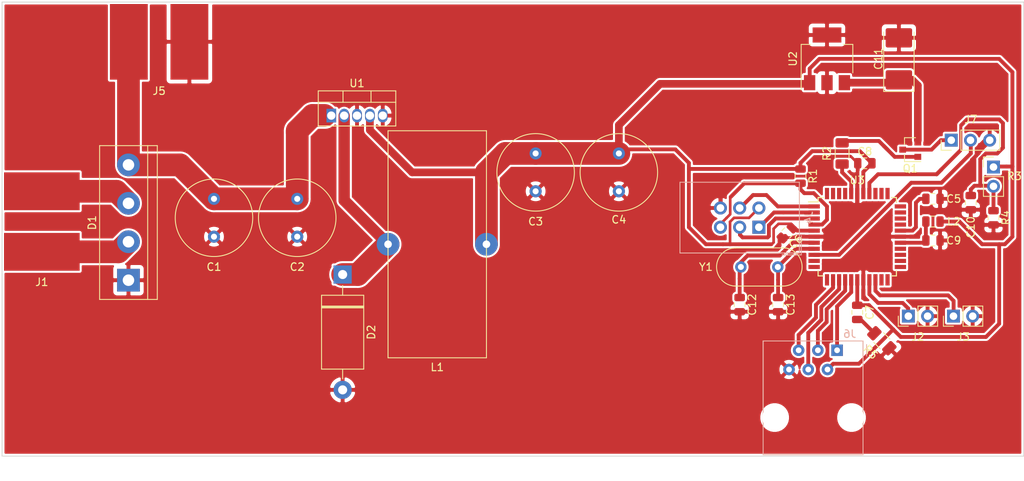
<source format=kicad_pcb>
(kicad_pcb (version 20171130) (host pcbnew 5.1.5+dfsg1-2build2)

  (general
    (thickness 1.6)
    (drawings 4)
    (tracks 245)
    (zones 0)
    (modules 34)
    (nets 48)
  )

  (page A4)
  (title_block
    (title "Nixie clock main board")
    (company "Dominik Piątkowski")
  )

  (layers
    (0 Top signal)
    (31 Bottom signal)
    (32 B.Adhes user)
    (33 F.Adhes user)
    (34 B.Paste user)
    (35 F.Paste user)
    (36 B.SilkS user)
    (37 F.SilkS user)
    (38 B.Mask user)
    (39 F.Mask user)
    (40 Dwgs.User user)
    (41 Cmts.User user)
    (42 Eco1.User user)
    (43 Eco2.User user)
    (44 Edge.Cuts user)
    (45 Margin user)
    (46 B.CrtYd user)
    (47 F.CrtYd user)
  )

  (setup
    (last_trace_width 0.508)
    (trace_clearance 0.2)
    (zone_clearance 0.27)
    (zone_45_only no)
    (trace_min 0.254)
    (via_size 0.889)
    (via_drill 0.635)
    (via_min_size 0.889)
    (via_min_drill 0.508)
    (uvia_size 0.508)
    (uvia_drill 0.127)
    (uvias_allowed no)
    (uvia_min_size 0.508)
    (uvia_min_drill 0.127)
    (edge_width 0.1)
    (segment_width 0.2)
    (pcb_text_width 0.3)
    (pcb_text_size 1.5 1.5)
    (mod_edge_width 0.15)
    (mod_text_size 1 1)
    (mod_text_width 0.15)
    (pad_size 2 4)
    (pad_drill 0)
    (pad_to_mask_clearance 0)
    (aux_axis_origin 0 0)
    (visible_elements 7FFFFFFF)
    (pcbplotparams
      (layerselection 0x00030_ffffffff)
      (usegerberextensions true)
      (usegerberattributes false)
      (usegerberadvancedattributes false)
      (creategerberjobfile false)
      (excludeedgelayer true)
      (linewidth 0.150000)
      (plotframeref false)
      (viasonmask false)
      (mode 1)
      (useauxorigin false)
      (hpglpennumber 1)
      (hpglpenspeed 20)
      (hpglpendiameter 15.000000)
      (psnegative false)
      (psa4output false)
      (plotreference true)
      (plotvalue true)
      (plotinvisibletext false)
      (padsonsilk false)
      (subtractmaskfromsilk false)
      (outputformat 1)
      (mirror false)
      (drillshape 1)
      (scaleselection 1)
      (outputdirectory ""))
  )

  (net 0 "")
  (net 1 3V3)
  (net 2 CPU_RXD)
  (net 3 GND)
  (net 4 MISO)
  (net 5 MOSI)
  (net 6 PWM)
  (net 7 RST)
  (net 8 SCK)
  (net 9 SERIAL)
  (net 10 VCC)
  (net 11 12V_AC_RECTIFIED)
  (net 12 "Net-(C5-Pad1)")
  (net 13 "Net-(C7-Pad2)")
  (net 14 AVCC)
  (net 15 "Net-(C10-Pad1)")
  (net 16 "Net-(C12-Pad1)")
  (net 17 "Net-(C13-Pad1)")
  (net 18 "Net-(D1-Pad2)")
  (net 19 "Net-(D1-Pad3)")
  (net 20 "Net-(D2-Pad1)")
  (net 21 "Net-(J2-Pad1)")
  (net 22 "Net-(J3-Pad1)")
  (net 23 LATCH_CLOCK)
  (net 24 SHIFT_CLOCK)
  (net 25 "Net-(J7-Pad1)")
  (net 26 "Net-(Q1-Pad1)")
  (net 27 "Net-(R2-Pad2)")
  (net 28 "Net-(U3-Pad10)")
  (net 29 "Net-(U3-Pad11)")
  (net 30 "Net-(U3-Pad12)")
  (net 31 "Net-(U3-Pad21)")
  (net 32 "Net-(U3-Pad22)")
  (net 33 "Net-(U3-Pad23)")
  (net 34 "Net-(U3-Pad24)")
  (net 35 "Net-(U3-Pad25)")
  (net 36 "Net-(U3-Pad26)")
  (net 37 "Net-(U3-Pad30)")
  (net 38 "Net-(U3-Pad31)")
  (net 39 "Net-(U3-Pad32)")
  (net 40 "Net-(U3-Pad33)")
  (net 41 "Net-(U3-Pad34)")
  (net 42 "Net-(U3-Pad35)")
  (net 43 "Net-(U3-Pad36)")
  (net 44 "Net-(U3-Pad41)")
  (net 45 "Net-(U3-Pad42)")
  (net 46 "Net-(U3-Pad43)")
  (net 47 "Net-(U3-Pad44)")

  (net_class Default "To jest domyślna klasa połączeń."
    (clearance 0.2)
    (trace_width 0.508)
    (via_dia 0.889)
    (via_drill 0.635)
    (uvia_dia 0.508)
    (uvia_drill 0.127)
    (diff_pair_width 0.508)
    (diff_pair_gap 0.25)
    (add_net AVCC)
    (add_net CPU_RXD)
    (add_net LATCH_CLOCK)
    (add_net MISO)
    (add_net MOSI)
    (add_net "Net-(C10-Pad1)")
    (add_net "Net-(C12-Pad1)")
    (add_net "Net-(C13-Pad1)")
    (add_net "Net-(C5-Pad1)")
    (add_net "Net-(C7-Pad2)")
    (add_net "Net-(J2-Pad1)")
    (add_net "Net-(J3-Pad1)")
    (add_net "Net-(J7-Pad1)")
    (add_net "Net-(Q1-Pad1)")
    (add_net "Net-(R2-Pad2)")
    (add_net "Net-(U3-Pad10)")
    (add_net "Net-(U3-Pad11)")
    (add_net "Net-(U3-Pad12)")
    (add_net "Net-(U3-Pad21)")
    (add_net "Net-(U3-Pad22)")
    (add_net "Net-(U3-Pad23)")
    (add_net "Net-(U3-Pad24)")
    (add_net "Net-(U3-Pad25)")
    (add_net "Net-(U3-Pad26)")
    (add_net "Net-(U3-Pad30)")
    (add_net "Net-(U3-Pad31)")
    (add_net "Net-(U3-Pad32)")
    (add_net "Net-(U3-Pad33)")
    (add_net "Net-(U3-Pad34)")
    (add_net "Net-(U3-Pad35)")
    (add_net "Net-(U3-Pad36)")
    (add_net "Net-(U3-Pad41)")
    (add_net "Net-(U3-Pad42)")
    (add_net "Net-(U3-Pad43)")
    (add_net "Net-(U3-Pad44)")
    (add_net PWM)
    (add_net RST)
    (add_net SCK)
    (add_net SERIAL)
    (add_net SHIFT_CLOCK)
  )

  (net_class high_power ""
    (clearance 0.254)
    (trace_width 3)
    (via_dia 0.889)
    (via_drill 0.635)
    (uvia_dia 0.508)
    (uvia_drill 0.127)
    (diff_pair_width 3)
    (diff_pair_gap 0.25)
    (add_net 12V_AC_RECTIFIED)
    (add_net "Net-(D1-Pad2)")
    (add_net "Net-(D1-Pad3)")
  )

  (net_class power ""
    (clearance 0.254)
    (trace_width 1.016)
    (via_dia 0.889)
    (via_drill 0.635)
    (uvia_dia 0.508)
    (uvia_drill 0.127)
    (diff_pair_width 1.016)
    (diff_pair_gap 0.25)
    (add_net 3V3)
    (add_net GND)
    (add_net "Net-(D2-Pad1)")
    (add_net VCC)
  )

  (net_class thin ""
    (clearance 0.2)
    (trace_width 0.35)
    (via_dia 0.889)
    (via_drill 0.635)
    (uvia_dia 0.508)
    (uvia_drill 0.127)
    (diff_pair_width 0.35)
    (diff_pair_gap 0.25)
  )

  (module Connector_RJ:RJ12_Amphenol_54601 (layer Bottom) (tedit 5FC509D7) (tstamp 5FC53ED0)
    (at 132.334 64.008 180)
    (descr "RJ12 connector  https://cdn.amphenol-icc.com/media/wysiwyg/files/drawing/c-bmj-0082.pdf")
    (tags "RJ12 connector")
    (path /5FC91099)
    (fp_text reference J6 (at -1.67 2.16) (layer B.SilkS)
      (effects (font (size 1 1) (thickness 0.15)) (justify mirror))
    )
    (fp_text value 6P6C (at 3.54 -18.3) (layer B.Fab)
      (effects (font (size 1 1) (thickness 0.15)) (justify mirror))
    )
    (fp_line (start -3.43 0.48) (end -3.43 1.23) (layer B.Fab) (width 0.1))
    (fp_line (start -2.93 -0.02) (end -3.43 0.48) (layer B.Fab) (width 0.1))
    (fp_line (start -3.43 -0.52) (end -2.93 -0.02) (layer B.Fab) (width 0.1))
    (fp_line (start -3.9 -0.77) (end -3.9 0.76) (layer B.SilkS) (width 0.12))
    (fp_line (start -3.43 -7.79) (end -3.43 1.23) (layer B.SilkS) (width 0.12))
    (fp_line (start -3.43 -7.72) (end -3.43 -7.79) (layer B.SilkS) (width 0.1))
    (fp_line (start 9.77 1.23) (end 9.77 -7.79) (layer B.SilkS) (width 0.12))
    (fp_line (start -3.43 1.23) (end 9.77 1.23) (layer B.SilkS) (width 0.12))
    (fp_line (start -4.04 -17.27) (end -4.04 1.73) (layer B.CrtYd) (width 0.05))
    (fp_line (start 10.38 -17.27) (end -4.04 -17.27) (layer B.CrtYd) (width 0.05))
    (fp_line (start 10.38 1.73) (end 10.38 -17.27) (layer B.CrtYd) (width 0.05))
    (fp_line (start -4.04 1.73) (end 10.38 1.73) (layer B.CrtYd) (width 0.05))
    (fp_line (start 9.77 -16.77) (end -3.43 -16.77) (layer B.Fab) (width 0.1))
    (fp_line (start 9.77 1.23) (end 9.77 -16.77) (layer B.Fab) (width 0.1))
    (fp_line (start -3.43 1.23) (end 9.77 1.23) (layer B.Fab) (width 0.1))
    (fp_line (start -3.43 -16.77) (end -3.43 -0.52) (layer B.Fab) (width 0.1))
    (fp_text user %R (at 3.16 -7.76) (layer B.Fab)
      (effects (font (size 1 1) (thickness 0.15)) (justify mirror))
    )
    (fp_line (start -3.43 1.23) (end -3.43 -13.8) (layer B.SilkS) (width 0.12))
    (fp_line (start -3.43 -13.8) (end 9.77 -13.8) (layer B.SilkS) (width 0.12))
    (fp_line (start 9.77 -13.8) (end 9.77 1.23) (layer B.SilkS) (width 0.12))
    (pad "" np_thru_hole circle (at 8.25 -8.89 180) (size 3.25 3.25) (drill 3.25) (layers *.Cu *.Mask))
    (pad 6 thru_hole circle (at 6.35 -2.54 180) (size 1.52 1.52) (drill 0.76) (layers *.Cu *.Mask)
      (net 3 GND))
    (pad 5 thru_hole circle (at 5.08 0 180) (size 1.52 1.52) (drill 0.76) (layers *.Cu *.Mask)
      (net 9 SERIAL))
    (pad 4 thru_hole circle (at 3.81 -2.54 180) (size 1.52 1.52) (drill 0.76) (layers *.Cu *.Mask)
      (net 6 PWM))
    (pad 3 thru_hole circle (at 2.54 0 180) (size 1.52 1.52) (drill 0.76) (layers *.Cu *.Mask)
      (net 23 LATCH_CLOCK))
    (pad 2 thru_hole circle (at 1.27 -2.54 180) (size 1.52 1.52) (drill 0.76) (layers *.Cu *.Mask)
      (net 10 VCC))
    (pad "" np_thru_hole circle (at -1.91 -8.89 180) (size 3.25 3.25) (drill 3.25) (layers *.Cu *.Mask))
    (pad 1 thru_hole rect (at 0 0 180) (size 1.52 1.52) (drill 0.76) (layers *.Cu *.Mask)
      (net 24 SHIFT_CLOCK))
    (model ${KIPRJMOD}/6p6c.stp
      (offset (xyz 3.2 -17 6.5))
      (scale (xyz 1 1 1))
      (rotate (xyz 90 -180 -180))
    )
  )

  (module Capacitor_SMD:C_0805_2012Metric (layer Top) (tedit 5B36C52B) (tstamp 5FC5A3A8)
    (at 136 39.3 180)
    (descr "Capacitor SMD 0805 (2012 Metric), square (rectangular) end terminal, IPC_7351 nominal, (Body size source: https://docs.google.com/spreadsheets/d/1BsfQQcO9C6DZCsRaXUlFlo91Tg2WpOkGARC1WS5S8t0/edit?usp=sharing), generated with kicad-footprint-generator")
    (tags capacitor)
    (path /5FE9B04B)
    (attr smd)
    (fp_text reference C8 (at 0 1.55) (layer F.SilkS)
      (effects (font (size 1 1) (thickness 0.15)))
    )
    (fp_text value 100n (at 0 1.65) (layer F.Fab)
      (effects (font (size 1 1) (thickness 0.15)))
    )
    (fp_line (start -1 0.6) (end -1 -0.6) (layer F.Fab) (width 0.1))
    (fp_line (start -1 -0.6) (end 1 -0.6) (layer F.Fab) (width 0.1))
    (fp_line (start 1 -0.6) (end 1 0.6) (layer F.Fab) (width 0.1))
    (fp_line (start 1 0.6) (end -1 0.6) (layer F.Fab) (width 0.1))
    (fp_line (start -0.258578 -0.71) (end 0.258578 -0.71) (layer F.SilkS) (width 0.12))
    (fp_line (start -0.258578 0.71) (end 0.258578 0.71) (layer F.SilkS) (width 0.12))
    (fp_line (start -1.68 0.95) (end -1.68 -0.95) (layer F.CrtYd) (width 0.05))
    (fp_line (start -1.68 -0.95) (end 1.68 -0.95) (layer F.CrtYd) (width 0.05))
    (fp_line (start 1.68 -0.95) (end 1.68 0.95) (layer F.CrtYd) (width 0.05))
    (fp_line (start 1.68 0.95) (end -1.68 0.95) (layer F.CrtYd) (width 0.05))
    (fp_text user %R (at 0 0) (layer F.Fab)
      (effects (font (size 0.5 0.5) (thickness 0.08)))
    )
    (pad 1 smd roundrect (at -0.9375 0 180) (size 0.975 1.4) (layers Top F.Paste F.Mask) (roundrect_rratio 0.25)
      (net 10 VCC))
    (pad 2 smd roundrect (at 0.9375 0 180) (size 0.975 1.4) (layers Top F.Paste F.Mask) (roundrect_rratio 0.25)
      (net 3 GND))
    (model ${KISYS3DMOD}/Capacitor_SMD.3dshapes/C_0805_2012Metric.wrl
      (at (xyz 0 0 0))
      (scale (xyz 1 1 1))
      (rotate (xyz 0 0 0))
    )
  )

  (module Package_QFP:TQFP-44_10x10mm_P0.8mm (layer Top) (tedit 5A02F146) (tstamp 5FC53FEC)
    (at 135 49)
    (descr "44-Lead Plastic Thin Quad Flatpack (PT) - 10x10x1.0 mm Body [TQFP] (see Microchip Packaging Specification 00000049BS.pdf)")
    (tags "QFP 0.8")
    (path /5FE945D8)
    (attr smd)
    (fp_text reference U3 (at 0 -7.45) (layer F.SilkS)
      (effects (font (size 1 1) (thickness 0.15)))
    )
    (fp_text value ATmega32A (at 0 7.45) (layer F.Fab)
      (effects (font (size 1 1) (thickness 0.15)))
    )
    (fp_text user %R (at 0 0) (layer F.Fab)
      (effects (font (size 1 1) (thickness 0.15)))
    )
    (fp_line (start -4 -5) (end 5 -5) (layer F.Fab) (width 0.15))
    (fp_line (start 5 -5) (end 5 5) (layer F.Fab) (width 0.15))
    (fp_line (start 5 5) (end -5 5) (layer F.Fab) (width 0.15))
    (fp_line (start -5 5) (end -5 -4) (layer F.Fab) (width 0.15))
    (fp_line (start -5 -4) (end -4 -5) (layer F.Fab) (width 0.15))
    (fp_line (start -6.7 -6.7) (end -6.7 6.7) (layer F.CrtYd) (width 0.05))
    (fp_line (start 6.7 -6.7) (end 6.7 6.7) (layer F.CrtYd) (width 0.05))
    (fp_line (start -6.7 -6.7) (end 6.7 -6.7) (layer F.CrtYd) (width 0.05))
    (fp_line (start -6.7 6.7) (end 6.7 6.7) (layer F.CrtYd) (width 0.05))
    (fp_line (start -5.175 -5.175) (end -5.175 -4.6) (layer F.SilkS) (width 0.15))
    (fp_line (start 5.175 -5.175) (end 5.175 -4.5) (layer F.SilkS) (width 0.15))
    (fp_line (start 5.175 5.175) (end 5.175 4.5) (layer F.SilkS) (width 0.15))
    (fp_line (start -5.175 5.175) (end -5.175 4.5) (layer F.SilkS) (width 0.15))
    (fp_line (start -5.175 -5.175) (end -4.5 -5.175) (layer F.SilkS) (width 0.15))
    (fp_line (start -5.175 5.175) (end -4.5 5.175) (layer F.SilkS) (width 0.15))
    (fp_line (start 5.175 5.175) (end 4.5 5.175) (layer F.SilkS) (width 0.15))
    (fp_line (start 5.175 -5.175) (end 4.5 -5.175) (layer F.SilkS) (width 0.15))
    (fp_line (start -5.175 -4.6) (end -6.45 -4.6) (layer F.SilkS) (width 0.15))
    (pad 1 smd rect (at -5.7 -4) (size 1.5 0.55) (layers Top F.Paste F.Mask)
      (net 5 MOSI))
    (pad 2 smd rect (at -5.7 -3.2) (size 1.5 0.55) (layers Top F.Paste F.Mask)
      (net 4 MISO))
    (pad 3 smd rect (at -5.7 -2.4) (size 1.5 0.55) (layers Top F.Paste F.Mask)
      (net 8 SCK))
    (pad 4 smd rect (at -5.7 -1.6) (size 1.5 0.55) (layers Top F.Paste F.Mask)
      (net 7 RST))
    (pad 5 smd rect (at -5.7 -0.8) (size 1.5 0.55) (layers Top F.Paste F.Mask)
      (net 10 VCC))
    (pad 6 smd rect (at -5.7 0) (size 1.5 0.55) (layers Top F.Paste F.Mask)
      (net 3 GND))
    (pad 7 smd rect (at -5.7 0.8) (size 1.5 0.55) (layers Top F.Paste F.Mask)
      (net 16 "Net-(C12-Pad1)"))
    (pad 8 smd rect (at -5.7 1.6) (size 1.5 0.55) (layers Top F.Paste F.Mask)
      (net 17 "Net-(C13-Pad1)"))
    (pad 9 smd rect (at -5.7 2.4) (size 1.5 0.55) (layers Top F.Paste F.Mask)
      (net 2 CPU_RXD))
    (pad 10 smd rect (at -5.7 3.2) (size 1.5 0.55) (layers Top F.Paste F.Mask)
      (net 28 "Net-(U3-Pad10)"))
    (pad 11 smd rect (at -5.7 4) (size 1.5 0.55) (layers Top F.Paste F.Mask)
      (net 29 "Net-(U3-Pad11)"))
    (pad 12 smd rect (at -4 5.7 90) (size 1.5 0.55) (layers Top F.Paste F.Mask)
      (net 30 "Net-(U3-Pad12)"))
    (pad 13 smd rect (at -3.2 5.7 90) (size 1.5 0.55) (layers Top F.Paste F.Mask)
      (net 9 SERIAL))
    (pad 14 smd rect (at -2.4 5.7 90) (size 1.5 0.55) (layers Top F.Paste F.Mask)
      (net 6 PWM))
    (pad 15 smd rect (at -1.6 5.7 90) (size 1.5 0.55) (layers Top F.Paste F.Mask)
      (net 23 LATCH_CLOCK))
    (pad 16 smd rect (at -0.8 5.7 90) (size 1.5 0.55) (layers Top F.Paste F.Mask)
      (net 24 SHIFT_CLOCK))
    (pad 17 smd rect (at 0 5.7 90) (size 1.5 0.55) (layers Top F.Paste F.Mask)
      (net 10 VCC))
    (pad 18 smd rect (at 0.8 5.7 90) (size 1.5 0.55) (layers Top F.Paste F.Mask)
      (net 3 GND))
    (pad 19 smd rect (at 1.6 5.7 90) (size 1.5 0.55) (layers Top F.Paste F.Mask)
      (net 21 "Net-(J2-Pad1)"))
    (pad 20 smd rect (at 2.4 5.7 90) (size 1.5 0.55) (layers Top F.Paste F.Mask)
      (net 22 "Net-(J3-Pad1)"))
    (pad 21 smd rect (at 3.2 5.7 90) (size 1.5 0.55) (layers Top F.Paste F.Mask)
      (net 31 "Net-(U3-Pad21)"))
    (pad 22 smd rect (at 4 5.7 90) (size 1.5 0.55) (layers Top F.Paste F.Mask)
      (net 32 "Net-(U3-Pad22)"))
    (pad 23 smd rect (at 5.7 4) (size 1.5 0.55) (layers Top F.Paste F.Mask)
      (net 33 "Net-(U3-Pad23)"))
    (pad 24 smd rect (at 5.7 3.2) (size 1.5 0.55) (layers Top F.Paste F.Mask)
      (net 34 "Net-(U3-Pad24)"))
    (pad 25 smd rect (at 5.7 2.4) (size 1.5 0.55) (layers Top F.Paste F.Mask)
      (net 35 "Net-(U3-Pad25)"))
    (pad 26 smd rect (at 5.7 1.6) (size 1.5 0.55) (layers Top F.Paste F.Mask)
      (net 36 "Net-(U3-Pad26)"))
    (pad 27 smd rect (at 5.7 0.8) (size 1.5 0.55) (layers Top F.Paste F.Mask)
      (net 14 AVCC))
    (pad 28 smd rect (at 5.7 0) (size 1.5 0.55) (layers Top F.Paste F.Mask)
      (net 3 GND))
    (pad 29 smd rect (at 5.7 -0.8) (size 1.5 0.55) (layers Top F.Paste F.Mask)
      (net 12 "Net-(C5-Pad1)"))
    (pad 30 smd rect (at 5.7 -1.6) (size 1.5 0.55) (layers Top F.Paste F.Mask)
      (net 37 "Net-(U3-Pad30)"))
    (pad 31 smd rect (at 5.7 -2.4) (size 1.5 0.55) (layers Top F.Paste F.Mask)
      (net 38 "Net-(U3-Pad31)"))
    (pad 32 smd rect (at 5.7 -3.2) (size 1.5 0.55) (layers Top F.Paste F.Mask)
      (net 39 "Net-(U3-Pad32)"))
    (pad 33 smd rect (at 5.7 -4) (size 1.5 0.55) (layers Top F.Paste F.Mask)
      (net 40 "Net-(U3-Pad33)"))
    (pad 34 smd rect (at 4 -5.7 90) (size 1.5 0.55) (layers Top F.Paste F.Mask)
      (net 41 "Net-(U3-Pad34)"))
    (pad 35 smd rect (at 3.2 -5.7 90) (size 1.5 0.55) (layers Top F.Paste F.Mask)
      (net 42 "Net-(U3-Pad35)"))
    (pad 36 smd rect (at 2.4 -5.7 90) (size 1.5 0.55) (layers Top F.Paste F.Mask)
      (net 43 "Net-(U3-Pad36)"))
    (pad 37 smd rect (at 1.6 -5.7 90) (size 1.5 0.55) (layers Top F.Paste F.Mask)
      (net 15 "Net-(C10-Pad1)"))
    (pad 38 smd rect (at 0.8 -5.7 90) (size 1.5 0.55) (layers Top F.Paste F.Mask)
      (net 10 VCC))
    (pad 39 smd rect (at 0 -5.7 90) (size 1.5 0.55) (layers Top F.Paste F.Mask)
      (net 3 GND))
    (pad 40 smd rect (at -0.8 -5.7 90) (size 1.5 0.55) (layers Top F.Paste F.Mask)
      (net 27 "Net-(R2-Pad2)"))
    (pad 41 smd rect (at -1.6 -5.7 90) (size 1.5 0.55) (layers Top F.Paste F.Mask)
      (net 44 "Net-(U3-Pad41)"))
    (pad 42 smd rect (at -2.4 -5.7 90) (size 1.5 0.55) (layers Top F.Paste F.Mask)
      (net 45 "Net-(U3-Pad42)"))
    (pad 43 smd rect (at -3.2 -5.7 90) (size 1.5 0.55) (layers Top F.Paste F.Mask)
      (net 46 "Net-(U3-Pad43)"))
    (pad 44 smd rect (at -4 -5.7 90) (size 1.5 0.55) (layers Top F.Paste F.Mask)
      (net 47 "Net-(U3-Pad44)"))
    (model ${KISYS3DMOD}/Package_QFP.3dshapes/TQFP-44_10x10mm_P0.8mm.wrl
      (at (xyz 0 0 0))
      (scale (xyz 1 1 1))
      (rotate (xyz 0 0 0))
    )
  )

  (module Toroid:L_Toroid_Vertical_L30mm_P13mm (layer Top) (tedit 5FC4E8EB) (tstamp 5FC54B1C)
    (at 79.5 50)
    (path /5FCD24DF)
    (fp_text reference L1 (at 0 16.25) (layer F.SilkS)
      (effects (font (size 1 1) (thickness 0.15)))
    )
    (fp_text value 100u (at 0 -2) (layer F.Fab)
      (effects (font (size 1 1) (thickness 0.15)))
    )
    (fp_line (start -6.5 -15) (end 6.5 -15) (layer F.SilkS) (width 0.12))
    (fp_line (start 6.5 -15) (end 6.5 15) (layer F.SilkS) (width 0.12))
    (fp_line (start 6.5 15) (end -6.5 15) (layer F.SilkS) (width 0.12))
    (fp_line (start -6.5 15) (end -6.5 -15) (layer F.SilkS) (width 0.12))
    (pad 1 thru_hole circle (at -6.5 0) (size 3 3) (drill 1) (layers *.Cu *.Mask)
      (net 20 "Net-(D2-Pad1)"))
    (pad 2 thru_hole circle (at 6.5 0) (size 3 3) (drill 1) (layers *.Cu *.Mask)
      (net 10 VCC))
    (model ${KIPRJMOD}/inductor.STEP
      (offset (xyz -5.75 0.125 13.5))
      (scale (xyz 1.15 1.15 1.05))
      (rotate (xyz -90 0 -90))
    )
  )

  (module TerminalBlock:TerminalBlock_bornier-4_P5.08mm (layer Top) (tedit 59FF03D1) (tstamp 5FC53E15)
    (at 38.7 54.75 90)
    (descr "simple 4-pin terminal block, pitch 5.08mm, revamped version of bornier4")
    (tags "terminal block bornier4")
    (path /5FC6958C)
    (fp_text reference D1 (at 7.6 -4.8 90) (layer F.SilkS)
      (effects (font (size 1 1) (thickness 0.15)))
    )
    (fp_text value D_Bridge_-AA+ (at 7.6 4.75 90) (layer F.Fab)
      (effects (font (size 1 1) (thickness 0.15)))
    )
    (fp_text user %R (at 7.62 0 90) (layer F.Fab)
      (effects (font (size 1 1) (thickness 0.15)))
    )
    (fp_line (start -2.48 2.55) (end 17.72 2.55) (layer F.Fab) (width 0.1))
    (fp_line (start -2.43 3.75) (end -2.48 3.75) (layer F.Fab) (width 0.1))
    (fp_line (start -2.48 3.75) (end -2.48 -3.75) (layer F.Fab) (width 0.1))
    (fp_line (start -2.48 -3.75) (end 17.72 -3.75) (layer F.Fab) (width 0.1))
    (fp_line (start 17.72 -3.75) (end 17.72 3.75) (layer F.Fab) (width 0.1))
    (fp_line (start 17.72 3.75) (end -2.43 3.75) (layer F.Fab) (width 0.1))
    (fp_line (start -2.54 -3.81) (end -2.54 3.81) (layer F.SilkS) (width 0.12))
    (fp_line (start 17.78 3.81) (end 17.78 -3.81) (layer F.SilkS) (width 0.12))
    (fp_line (start 17.78 2.54) (end -2.54 2.54) (layer F.SilkS) (width 0.12))
    (fp_line (start -2.54 -3.81) (end 17.78 -3.81) (layer F.SilkS) (width 0.12))
    (fp_line (start -2.54 3.81) (end 17.78 3.81) (layer F.SilkS) (width 0.12))
    (fp_line (start -2.73 -4) (end 17.97 -4) (layer F.CrtYd) (width 0.05))
    (fp_line (start -2.73 -4) (end -2.73 4) (layer F.CrtYd) (width 0.05))
    (fp_line (start 17.97 4) (end 17.97 -4) (layer F.CrtYd) (width 0.05))
    (fp_line (start 17.97 4) (end -2.73 4) (layer F.CrtYd) (width 0.05))
    (pad 2 thru_hole circle (at 5.08 0 90) (size 3 3) (drill 1.52) (layers *.Cu *.Mask)
      (net 18 "Net-(D1-Pad2)"))
    (pad 3 thru_hole circle (at 10.16 0 90) (size 3 3) (drill 1.52) (layers *.Cu *.Mask)
      (net 19 "Net-(D1-Pad3)"))
    (pad 1 thru_hole rect (at 0 0 90) (size 3 3) (drill 1.52) (layers *.Cu *.Mask)
      (net 3 GND))
    (pad 4 thru_hole circle (at 15.24 0 90) (size 3 3) (drill 1.52) (layers *.Cu *.Mask)
      (net 11 12V_AC_RECTIFIED))
    (model ${KIPRJMOD}/bridge.stp
      (offset (xyz 15.325 0 0))
      (scale (xyz 1.35 1.35 1.35))
      (rotate (xyz 0 0 180))
    )
  )

  (module Capacitor_THT:C_Radial_D10.0mm_H20.0mm_P5.00mm (layer Top) (tedit 5BC5C9BA) (tstamp 5FC59CE7)
    (at 50 44 270)
    (descr "C, Radial series, Radial, pin pitch=5.00mm, diameter=10mm, height=20mm, Non-Polar Electrolytic Capacitor")
    (tags "C Radial series Radial pin pitch 5.00mm diameter 10mm height 20mm Non-Polar Electrolytic Capacitor")
    (path /5FCCA495)
    (fp_text reference C1 (at 9 0 180) (layer F.SilkS)
      (effects (font (size 1 1) (thickness 0.15)))
    )
    (fp_text value 1000u (at 2.5 6.25 90) (layer F.Fab)
      (effects (font (size 1 1) (thickness 0.15)))
    )
    (fp_text user %R (at 2.5 0 90) (layer F.Fab)
      (effects (font (size 1 1) (thickness 0.15)))
    )
    (fp_circle (center 2.5 0) (end 7.75 0) (layer F.CrtYd) (width 0.05))
    (fp_circle (center 2.5 0) (end 7.62 0) (layer F.SilkS) (width 0.12))
    (fp_circle (center 2.5 0) (end 7.5 0) (layer F.Fab) (width 0.1))
    (pad 2 thru_hole circle (at 5 0 270) (size 1.6 1.6) (drill 0.8) (layers *.Cu *.Mask)
      (net 3 GND))
    (pad 1 thru_hole circle (at 0 0 270) (size 1.6 1.6) (drill 0.8) (layers *.Cu *.Mask)
      (net 11 12V_AC_RECTIFIED))
    (model ${KISYS3DMOD}/Capacitor_THT.3dshapes/C_Radial_D10.0mm_H20.0mm_P5.00mm.wrl
      (at (xyz 0 0 0))
      (scale (xyz 1 1 1))
      (rotate (xyz 0 0 0))
    )
  )

  (module Capacitor_THT:C_Radial_D10.0mm_H20.0mm_P5.00mm (layer Top) (tedit 5BC5C9BA) (tstamp 5FC59D0C)
    (at 61 44 270)
    (descr "C, Radial series, Radial, pin pitch=5.00mm, diameter=10mm, height=20mm, Non-Polar Electrolytic Capacitor")
    (tags "C Radial series Radial pin pitch 5.00mm diameter 10mm height 20mm Non-Polar Electrolytic Capacitor")
    (path /5FCCAA37)
    (fp_text reference C2 (at 9 0 180) (layer F.SilkS)
      (effects (font (size 1 1) (thickness 0.15)))
    )
    (fp_text value 1000u (at 2.5 6.25 90) (layer F.Fab)
      (effects (font (size 1 1) (thickness 0.15)))
    )
    (fp_circle (center 2.5 0) (end 7.5 0) (layer F.Fab) (width 0.1))
    (fp_circle (center 2.5 0) (end 7.62 0) (layer F.SilkS) (width 0.12))
    (fp_circle (center 2.5 0) (end 7.75 0) (layer F.CrtYd) (width 0.05))
    (fp_text user %R (at 2.5 0 90) (layer F.Fab)
      (effects (font (size 1 1) (thickness 0.15)))
    )
    (pad 1 thru_hole circle (at 0 0 270) (size 1.6 1.6) (drill 0.8) (layers *.Cu *.Mask)
      (net 11 12V_AC_RECTIFIED))
    (pad 2 thru_hole circle (at 5 0 270) (size 1.6 1.6) (drill 0.8) (layers *.Cu *.Mask)
      (net 3 GND))
    (model ${KISYS3DMOD}/Capacitor_THT.3dshapes/C_Radial_D10.0mm_H20.0mm_P5.00mm.wrl
      (at (xyz 0 0 0))
      (scale (xyz 1 1 1))
      (rotate (xyz 0 0 0))
    )
  )

  (module Capacitor_THT:C_Radial_D10.0mm_H20.0mm_P5.00mm (layer Top) (tedit 5BC5C9BA) (tstamp 5FC53D71)
    (at 92.5 38 270)
    (descr "C, Radial series, Radial, pin pitch=5.00mm, diameter=10mm, height=20mm, Non-Polar Electrolytic Capacitor")
    (tags "C Radial series Radial pin pitch 5.00mm diameter 10mm height 20mm Non-Polar Electrolytic Capacitor")
    (path /5FCD3F77)
    (fp_text reference C3 (at 9 0 180) (layer F.SilkS)
      (effects (font (size 1 1) (thickness 0.15)))
    )
    (fp_text value 1000u (at 2.5 6.25 90) (layer F.Fab)
      (effects (font (size 1 1) (thickness 0.15)))
    )
    (fp_text user %R (at 2.5 0 90) (layer F.Fab)
      (effects (font (size 1 1) (thickness 0.15)))
    )
    (fp_circle (center 2.5 0) (end 7.75 0) (layer F.CrtYd) (width 0.05))
    (fp_circle (center 2.5 0) (end 7.62 0) (layer F.SilkS) (width 0.12))
    (fp_circle (center 2.5 0) (end 7.5 0) (layer F.Fab) (width 0.1))
    (pad 2 thru_hole circle (at 5 0 270) (size 1.6 1.6) (drill 0.8) (layers *.Cu *.Mask)
      (net 3 GND))
    (pad 1 thru_hole circle (at 0 0 270) (size 1.6 1.6) (drill 0.8) (layers *.Cu *.Mask)
      (net 10 VCC))
    (model ${KISYS3DMOD}/Capacitor_THT.3dshapes/C_Radial_D10.0mm_H20.0mm_P5.00mm.wrl
      (at (xyz 0 0 0))
      (scale (xyz 1 1 1))
      (rotate (xyz 0 0 0))
    )
  )

  (module Capacitor_THT:C_Radial_D10.0mm_H20.0mm_P5.00mm (layer Top) (tedit 5BC5C9BA) (tstamp 5FC53D7A)
    (at 103.5 38 270)
    (descr "C, Radial series, Radial, pin pitch=5.00mm, diameter=10mm, height=20mm, Non-Polar Electrolytic Capacitor")
    (tags "C Radial series Radial pin pitch 5.00mm diameter 10mm height 20mm Non-Polar Electrolytic Capacitor")
    (path /5FCD448F)
    (fp_text reference C4 (at 8.75 0 180) (layer F.SilkS)
      (effects (font (size 1 1) (thickness 0.15)))
    )
    (fp_text value 1000u (at 2.5 6.25 90) (layer F.Fab)
      (effects (font (size 1 1) (thickness 0.15)))
    )
    (fp_circle (center 2.5 0) (end 7.5 0) (layer F.Fab) (width 0.1))
    (fp_circle (center 2.5 0) (end 7.62 0) (layer F.SilkS) (width 0.12))
    (fp_circle (center 2.5 0) (end 7.75 0) (layer F.CrtYd) (width 0.05))
    (fp_text user %R (at 2.5 0 90) (layer F.Fab)
      (effects (font (size 1 1) (thickness 0.15)))
    )
    (pad 1 thru_hole circle (at 0 0 270) (size 1.6 1.6) (drill 0.8) (layers *.Cu *.Mask)
      (net 10 VCC))
    (pad 2 thru_hole circle (at 5 0 270) (size 1.6 1.6) (drill 0.8) (layers *.Cu *.Mask)
      (net 3 GND))
    (model ${KISYS3DMOD}/Capacitor_THT.3dshapes/C_Radial_D10.0mm_H20.0mm_P5.00mm.wrl
      (at (xyz 0 0 0))
      (scale (xyz 1 1 1))
      (rotate (xyz 0 0 0))
    )
  )

  (module Capacitor_SMD:C_0805_2012Metric (layer Top) (tedit 5B36C52B) (tstamp 5FC53D83)
    (at 145 44)
    (descr "Capacitor SMD 0805 (2012 Metric), square (rectangular) end terminal, IPC_7351 nominal, (Body size source: https://docs.google.com/spreadsheets/d/1BsfQQcO9C6DZCsRaXUlFlo91Tg2WpOkGARC1WS5S8t0/edit?usp=sharing), generated with kicad-footprint-generator")
    (tags capacitor)
    (path /5FF1A94D)
    (attr smd)
    (fp_text reference C5 (at 2.75 0) (layer F.SilkS)
      (effects (font (size 1 1) (thickness 0.15)))
    )
    (fp_text value 100n (at 0 1.65) (layer F.Fab)
      (effects (font (size 1 1) (thickness 0.15)))
    )
    (fp_text user %R (at 0 0) (layer F.Fab)
      (effects (font (size 0.5 0.5) (thickness 0.08)))
    )
    (fp_line (start 1.68 0.95) (end -1.68 0.95) (layer F.CrtYd) (width 0.05))
    (fp_line (start 1.68 -0.95) (end 1.68 0.95) (layer F.CrtYd) (width 0.05))
    (fp_line (start -1.68 -0.95) (end 1.68 -0.95) (layer F.CrtYd) (width 0.05))
    (fp_line (start -1.68 0.95) (end -1.68 -0.95) (layer F.CrtYd) (width 0.05))
    (fp_line (start -0.258578 0.71) (end 0.258578 0.71) (layer F.SilkS) (width 0.12))
    (fp_line (start -0.258578 -0.71) (end 0.258578 -0.71) (layer F.SilkS) (width 0.12))
    (fp_line (start 1 0.6) (end -1 0.6) (layer F.Fab) (width 0.1))
    (fp_line (start 1 -0.6) (end 1 0.6) (layer F.Fab) (width 0.1))
    (fp_line (start -1 -0.6) (end 1 -0.6) (layer F.Fab) (width 0.1))
    (fp_line (start -1 0.6) (end -1 -0.6) (layer F.Fab) (width 0.1))
    (pad 2 smd roundrect (at 0.9375 0) (size 0.975 1.4) (layers Top F.Paste F.Mask) (roundrect_rratio 0.25)
      (net 3 GND))
    (pad 1 smd roundrect (at -0.9375 0) (size 0.975 1.4) (layers Top F.Paste F.Mask) (roundrect_rratio 0.25)
      (net 12 "Net-(C5-Pad1)"))
    (model ${KISYS3DMOD}/Capacitor_SMD.3dshapes/C_0805_2012Metric.wrl
      (at (xyz 0 0 0))
      (scale (xyz 1 1 1))
      (rotate (xyz 0 0 0))
    )
  )

  (module Capacitor_SMD:C_0805_2012Metric (layer Top) (tedit 5B36C52B) (tstamp 5FC57FDD)
    (at 125.73 48.514 225)
    (descr "Capacitor SMD 0805 (2012 Metric), square (rectangular) end terminal, IPC_7351 nominal, (Body size source: https://docs.google.com/spreadsheets/d/1BsfQQcO9C6DZCsRaXUlFlo91Tg2WpOkGARC1WS5S8t0/edit?usp=sharing), generated with kicad-footprint-generator")
    (tags capacitor)
    (path /5FE9A810)
    (attr smd)
    (fp_text reference C6 (at 0 -1.65 45) (layer F.SilkS)
      (effects (font (size 1 1) (thickness 0.15)))
    )
    (fp_text value 100n (at 0 1.65 45) (layer F.Fab)
      (effects (font (size 1 1) (thickness 0.15)))
    )
    (fp_text user %R (at 0 0 45) (layer F.Fab)
      (effects (font (size 0.5 0.5) (thickness 0.08)))
    )
    (fp_line (start 1.68 0.95) (end -1.68 0.95) (layer F.CrtYd) (width 0.05))
    (fp_line (start 1.68 -0.95) (end 1.68 0.95) (layer F.CrtYd) (width 0.05))
    (fp_line (start -1.68 -0.95) (end 1.68 -0.95) (layer F.CrtYd) (width 0.05))
    (fp_line (start -1.68 0.95) (end -1.68 -0.95) (layer F.CrtYd) (width 0.05))
    (fp_line (start -0.258578 0.71) (end 0.258578 0.71) (layer F.SilkS) (width 0.12))
    (fp_line (start -0.258578 -0.71) (end 0.258578 -0.71) (layer F.SilkS) (width 0.12))
    (fp_line (start 1 0.6) (end -1 0.6) (layer F.Fab) (width 0.1))
    (fp_line (start 1 -0.6) (end 1 0.6) (layer F.Fab) (width 0.1))
    (fp_line (start -1 -0.6) (end 1 -0.6) (layer F.Fab) (width 0.1))
    (fp_line (start -1 0.6) (end -1 -0.6) (layer F.Fab) (width 0.1))
    (pad 2 smd roundrect (at 0.9375 0 225) (size 0.975 1.4) (layers Top F.Paste F.Mask) (roundrect_rratio 0.25)
      (net 3 GND))
    (pad 1 smd roundrect (at -0.9375 0 225) (size 0.975 1.4) (layers Top F.Paste F.Mask) (roundrect_rratio 0.25)
      (net 10 VCC))
    (model ${KISYS3DMOD}/Capacitor_SMD.3dshapes/C_0805_2012Metric.wrl
      (at (xyz 0 0 0))
      (scale (xyz 1 1 1))
      (rotate (xyz 0 0 0))
    )
  )

  (module Capacitor_SMD:C_0805_2012Metric (layer Top) (tedit 5B36C52B) (tstamp 5FC53DA3)
    (at 135 59 270)
    (descr "Capacitor SMD 0805 (2012 Metric), square (rectangular) end terminal, IPC_7351 nominal, (Body size source: https://docs.google.com/spreadsheets/d/1BsfQQcO9C6DZCsRaXUlFlo91Tg2WpOkGARC1WS5S8t0/edit?usp=sharing), generated with kicad-footprint-generator")
    (tags capacitor)
    (path /5FE9ACE6)
    (attr smd)
    (fp_text reference C7 (at 0 -1.65 90) (layer F.SilkS)
      (effects (font (size 1 1) (thickness 0.15)))
    )
    (fp_text value 100n (at 0 1.65 90) (layer F.Fab)
      (effects (font (size 1 1) (thickness 0.15)))
    )
    (fp_line (start -1 0.6) (end -1 -0.6) (layer F.Fab) (width 0.1))
    (fp_line (start -1 -0.6) (end 1 -0.6) (layer F.Fab) (width 0.1))
    (fp_line (start 1 -0.6) (end 1 0.6) (layer F.Fab) (width 0.1))
    (fp_line (start 1 0.6) (end -1 0.6) (layer F.Fab) (width 0.1))
    (fp_line (start -0.258578 -0.71) (end 0.258578 -0.71) (layer F.SilkS) (width 0.12))
    (fp_line (start -0.258578 0.71) (end 0.258578 0.71) (layer F.SilkS) (width 0.12))
    (fp_line (start -1.68 0.95) (end -1.68 -0.95) (layer F.CrtYd) (width 0.05))
    (fp_line (start -1.68 -0.95) (end 1.68 -0.95) (layer F.CrtYd) (width 0.05))
    (fp_line (start 1.68 -0.95) (end 1.68 0.95) (layer F.CrtYd) (width 0.05))
    (fp_line (start 1.68 0.95) (end -1.68 0.95) (layer F.CrtYd) (width 0.05))
    (fp_text user %R (at 0 0 90) (layer F.Fab)
      (effects (font (size 0.5 0.5) (thickness 0.08)))
    )
    (pad 1 smd roundrect (at -0.9375 0 270) (size 0.975 1.4) (layers Top F.Paste F.Mask) (roundrect_rratio 0.25)
      (net 10 VCC))
    (pad 2 smd roundrect (at 0.9375 0 270) (size 0.975 1.4) (layers Top F.Paste F.Mask) (roundrect_rratio 0.25)
      (net 13 "Net-(C7-Pad2)"))
    (model ${KISYS3DMOD}/Capacitor_SMD.3dshapes/C_0805_2012Metric.wrl
      (at (xyz 0 0 0))
      (scale (xyz 1 1 1))
      (rotate (xyz 0 0 0))
    )
  )

  (module Capacitor_SMD:C_0805_2012Metric (layer Top) (tedit 5B36C52B) (tstamp 5FC53DC3)
    (at 145 49.5)
    (descr "Capacitor SMD 0805 (2012 Metric), square (rectangular) end terminal, IPC_7351 nominal, (Body size source: https://docs.google.com/spreadsheets/d/1BsfQQcO9C6DZCsRaXUlFlo91Tg2WpOkGARC1WS5S8t0/edit?usp=sharing), generated with kicad-footprint-generator")
    (tags capacitor)
    (path /5FE9B32B)
    (attr smd)
    (fp_text reference C9 (at 2.75 0) (layer F.SilkS)
      (effects (font (size 1 1) (thickness 0.15)))
    )
    (fp_text value 100n (at 0 1.65) (layer F.Fab)
      (effects (font (size 1 1) (thickness 0.15)))
    )
    (fp_line (start -1 0.6) (end -1 -0.6) (layer F.Fab) (width 0.1))
    (fp_line (start -1 -0.6) (end 1 -0.6) (layer F.Fab) (width 0.1))
    (fp_line (start 1 -0.6) (end 1 0.6) (layer F.Fab) (width 0.1))
    (fp_line (start 1 0.6) (end -1 0.6) (layer F.Fab) (width 0.1))
    (fp_line (start -0.258578 -0.71) (end 0.258578 -0.71) (layer F.SilkS) (width 0.12))
    (fp_line (start -0.258578 0.71) (end 0.258578 0.71) (layer F.SilkS) (width 0.12))
    (fp_line (start -1.68 0.95) (end -1.68 -0.95) (layer F.CrtYd) (width 0.05))
    (fp_line (start -1.68 -0.95) (end 1.68 -0.95) (layer F.CrtYd) (width 0.05))
    (fp_line (start 1.68 -0.95) (end 1.68 0.95) (layer F.CrtYd) (width 0.05))
    (fp_line (start 1.68 0.95) (end -1.68 0.95) (layer F.CrtYd) (width 0.05))
    (fp_text user %R (at 0 0) (layer F.Fab)
      (effects (font (size 0.5 0.5) (thickness 0.08)))
    )
    (pad 1 smd roundrect (at -0.9375 0) (size 0.975 1.4) (layers Top F.Paste F.Mask) (roundrect_rratio 0.25)
      (net 14 AVCC))
    (pad 2 smd roundrect (at 0.9375 0) (size 0.975 1.4) (layers Top F.Paste F.Mask) (roundrect_rratio 0.25)
      (net 3 GND))
    (model ${KISYS3DMOD}/Capacitor_SMD.3dshapes/C_0805_2012Metric.wrl
      (at (xyz 0 0 0))
      (scale (xyz 1 1 1))
      (rotate (xyz 0 0 0))
    )
  )

  (module Capacitor_SMD:C_0805_2012Metric (layer Top) (tedit 5B36C52B) (tstamp 5FC53DD3)
    (at 150 44.5 270)
    (descr "Capacitor SMD 0805 (2012 Metric), square (rectangular) end terminal, IPC_7351 nominal, (Body size source: https://docs.google.com/spreadsheets/d/1BsfQQcO9C6DZCsRaXUlFlo91Tg2WpOkGARC1WS5S8t0/edit?usp=sharing), generated with kicad-footprint-generator")
    (tags capacitor)
    (path /5FEE51E5)
    (attr smd)
    (fp_text reference C10 (at 3.25 0 90) (layer F.SilkS)
      (effects (font (size 1 1) (thickness 0.15)))
    )
    (fp_text value 100n (at 0 1.65 90) (layer F.Fab)
      (effects (font (size 1 1) (thickness 0.15)))
    )
    (fp_line (start -1 0.6) (end -1 -0.6) (layer F.Fab) (width 0.1))
    (fp_line (start -1 -0.6) (end 1 -0.6) (layer F.Fab) (width 0.1))
    (fp_line (start 1 -0.6) (end 1 0.6) (layer F.Fab) (width 0.1))
    (fp_line (start 1 0.6) (end -1 0.6) (layer F.Fab) (width 0.1))
    (fp_line (start -0.258578 -0.71) (end 0.258578 -0.71) (layer F.SilkS) (width 0.12))
    (fp_line (start -0.258578 0.71) (end 0.258578 0.71) (layer F.SilkS) (width 0.12))
    (fp_line (start -1.68 0.95) (end -1.68 -0.95) (layer F.CrtYd) (width 0.05))
    (fp_line (start -1.68 -0.95) (end 1.68 -0.95) (layer F.CrtYd) (width 0.05))
    (fp_line (start 1.68 -0.95) (end 1.68 0.95) (layer F.CrtYd) (width 0.05))
    (fp_line (start 1.68 0.95) (end -1.68 0.95) (layer F.CrtYd) (width 0.05))
    (fp_text user %R (at 0 0 90) (layer F.Fab)
      (effects (font (size 0.5 0.5) (thickness 0.08)))
    )
    (pad 1 smd roundrect (at -0.9375 0 270) (size 0.975 1.4) (layers Top F.Paste F.Mask) (roundrect_rratio 0.25)
      (net 15 "Net-(C10-Pad1)"))
    (pad 2 smd roundrect (at 0.9375 0 270) (size 0.975 1.4) (layers Top F.Paste F.Mask) (roundrect_rratio 0.25)
      (net 3 GND))
    (model ${KISYS3DMOD}/Capacitor_SMD.3dshapes/C_0805_2012Metric.wrl
      (at (xyz 0 0 0))
      (scale (xyz 1 1 1))
      (rotate (xyz 0 0 0))
    )
  )

  (module Capacitor_Tantalum_SMD:CP_EIA-7132-28_AVX-C (layer Top) (tedit 5D98AE44) (tstamp 5FC53DE3)
    (at 140.5 25.5 90)
    (descr "Tantalum Capacitor SMD AVX-C (7132-28 Metric), IPC_7351 nominal, (Body size from: http://datasheets.avx.com/F72-F75.pdf), generated with kicad-footprint-generator")
    (tags "capacitor tantalum")
    (path /5FC79481)
    (attr smd)
    (fp_text reference C11 (at 0 -2.7 90) (layer F.SilkS)
      (effects (font (size 1 1) (thickness 0.15)))
    )
    (fp_text value 220u (at 0 2.7 90) (layer F.Fab)
      (effects (font (size 1 1) (thickness 0.15)))
    )
    (fp_line (start 3.55 -1.6) (end -2.75 -1.6) (layer F.Fab) (width 0.1))
    (fp_line (start -2.75 -1.6) (end -3.55 -0.8) (layer F.Fab) (width 0.1))
    (fp_line (start -3.55 -0.8) (end -3.55 1.6) (layer F.Fab) (width 0.1))
    (fp_line (start -3.55 1.6) (end 3.55 1.6) (layer F.Fab) (width 0.1))
    (fp_line (start 3.55 1.6) (end 3.55 -1.6) (layer F.Fab) (width 0.1))
    (fp_line (start 3.55 -2.01) (end -4.31 -2.01) (layer F.SilkS) (width 0.12))
    (fp_line (start -4.31 -2.01) (end -4.31 2.01) (layer F.SilkS) (width 0.12))
    (fp_line (start -4.31 2.01) (end 3.55 2.01) (layer F.SilkS) (width 0.12))
    (fp_line (start -4.3 2) (end -4.3 -2) (layer F.CrtYd) (width 0.05))
    (fp_line (start -4.3 -2) (end 4.3 -2) (layer F.CrtYd) (width 0.05))
    (fp_line (start 4.3 -2) (end 4.3 2) (layer F.CrtYd) (width 0.05))
    (fp_line (start 4.3 2) (end -4.3 2) (layer F.CrtYd) (width 0.05))
    (fp_text user %R (at 0 0 90) (layer F.Fab)
      (effects (font (size 1 1) (thickness 0.15)))
    )
    (pad 1 smd roundrect (at -2.775 0 90) (size 2.55 3.5) (layers Top F.Paste F.Mask) (roundrect_rratio 0.098039)
      (net 1 3V3))
    (pad 2 smd roundrect (at 2.775 0 90) (size 2.55 3.5) (layers Top F.Paste F.Mask) (roundrect_rratio 0.098039)
      (net 3 GND))
    (model ${KISYS3DMOD}/Capacitor_Tantalum_SMD.3dshapes/CP_EIA-6032-28_Kemet-C.step
      (at (xyz 0 0 0))
      (scale (xyz 1 1 1))
      (rotate (xyz 0 0 0))
    )
  )

  (module Capacitor_SMD:C_0805_2012Metric (layer Top) (tedit 5B36C52B) (tstamp 5FC53DF5)
    (at 119.46 57.98 270)
    (descr "Capacitor SMD 0805 (2012 Metric), square (rectangular) end terminal, IPC_7351 nominal, (Body size source: https://docs.google.com/spreadsheets/d/1BsfQQcO9C6DZCsRaXUlFlo91Tg2WpOkGARC1WS5S8t0/edit?usp=sharing), generated with kicad-footprint-generator")
    (tags capacitor)
    (path /5FF1C8EE)
    (attr smd)
    (fp_text reference C12 (at 0 -1.65 90) (layer F.SilkS)
      (effects (font (size 1 1) (thickness 0.15)))
    )
    (fp_text value 22p (at 0 1.65 90) (layer F.Fab)
      (effects (font (size 1 1) (thickness 0.15)))
    )
    (fp_text user %R (at 0 0 90) (layer F.Fab)
      (effects (font (size 0.5 0.5) (thickness 0.08)))
    )
    (fp_line (start 1.68 0.95) (end -1.68 0.95) (layer F.CrtYd) (width 0.05))
    (fp_line (start 1.68 -0.95) (end 1.68 0.95) (layer F.CrtYd) (width 0.05))
    (fp_line (start -1.68 -0.95) (end 1.68 -0.95) (layer F.CrtYd) (width 0.05))
    (fp_line (start -1.68 0.95) (end -1.68 -0.95) (layer F.CrtYd) (width 0.05))
    (fp_line (start -0.258578 0.71) (end 0.258578 0.71) (layer F.SilkS) (width 0.12))
    (fp_line (start -0.258578 -0.71) (end 0.258578 -0.71) (layer F.SilkS) (width 0.12))
    (fp_line (start 1 0.6) (end -1 0.6) (layer F.Fab) (width 0.1))
    (fp_line (start 1 -0.6) (end 1 0.6) (layer F.Fab) (width 0.1))
    (fp_line (start -1 -0.6) (end 1 -0.6) (layer F.Fab) (width 0.1))
    (fp_line (start -1 0.6) (end -1 -0.6) (layer F.Fab) (width 0.1))
    (pad 2 smd roundrect (at 0.9375 0 270) (size 0.975 1.4) (layers Top F.Paste F.Mask) (roundrect_rratio 0.25)
      (net 3 GND))
    (pad 1 smd roundrect (at -0.9375 0 270) (size 0.975 1.4) (layers Top F.Paste F.Mask) (roundrect_rratio 0.25)
      (net 16 "Net-(C12-Pad1)"))
    (model ${KISYS3DMOD}/Capacitor_SMD.3dshapes/C_0805_2012Metric.wrl
      (at (xyz 0 0 0))
      (scale (xyz 1 1 1))
      (rotate (xyz 0 0 0))
    )
  )

  (module Capacitor_SMD:C_0805_2012Metric (layer Top) (tedit 5B36C52B) (tstamp 5FC5B935)
    (at 124.54 57.98 270)
    (descr "Capacitor SMD 0805 (2012 Metric), square (rectangular) end terminal, IPC_7351 nominal, (Body size source: https://docs.google.com/spreadsheets/d/1BsfQQcO9C6DZCsRaXUlFlo91Tg2WpOkGARC1WS5S8t0/edit?usp=sharing), generated with kicad-footprint-generator")
    (tags capacitor)
    (path /5FF1C1B0)
    (attr smd)
    (fp_text reference C13 (at 0 -1.65 90) (layer F.SilkS)
      (effects (font (size 1 1) (thickness 0.15)))
    )
    (fp_text value 22p (at 0 1.65 90) (layer F.Fab)
      (effects (font (size 1 1) (thickness 0.15)))
    )
    (fp_line (start -1 0.6) (end -1 -0.6) (layer F.Fab) (width 0.1))
    (fp_line (start -1 -0.6) (end 1 -0.6) (layer F.Fab) (width 0.1))
    (fp_line (start 1 -0.6) (end 1 0.6) (layer F.Fab) (width 0.1))
    (fp_line (start 1 0.6) (end -1 0.6) (layer F.Fab) (width 0.1))
    (fp_line (start -0.258578 -0.71) (end 0.258578 -0.71) (layer F.SilkS) (width 0.12))
    (fp_line (start -0.258578 0.71) (end 0.258578 0.71) (layer F.SilkS) (width 0.12))
    (fp_line (start -1.68 0.95) (end -1.68 -0.95) (layer F.CrtYd) (width 0.05))
    (fp_line (start -1.68 -0.95) (end 1.68 -0.95) (layer F.CrtYd) (width 0.05))
    (fp_line (start 1.68 -0.95) (end 1.68 0.95) (layer F.CrtYd) (width 0.05))
    (fp_line (start 1.68 0.95) (end -1.68 0.95) (layer F.CrtYd) (width 0.05))
    (fp_text user %R (at 0 0 90) (layer F.Fab)
      (effects (font (size 0.5 0.5) (thickness 0.08)))
    )
    (pad 1 smd roundrect (at -0.9375 0 270) (size 0.975 1.4) (layers Top F.Paste F.Mask) (roundrect_rratio 0.25)
      (net 17 "Net-(C13-Pad1)"))
    (pad 2 smd roundrect (at 0.9375 0 270) (size 0.975 1.4) (layers Top F.Paste F.Mask) (roundrect_rratio 0.25)
      (net 3 GND))
    (model ${KISYS3DMOD}/Capacitor_SMD.3dshapes/C_0805_2012Metric.wrl
      (at (xyz 0 0 0))
      (scale (xyz 1 1 1))
      (rotate (xyz 0 0 0))
    )
  )

  (module Diode_THT:D_DO-27_P15.24mm_Horizontal (layer Top) (tedit 5AE50CD5) (tstamp 5FC53E2C)
    (at 67 54 270)
    (descr "Diode, DO-27 series, Axial, Horizontal, pin pitch=15.24mm, , length*diameter=9.52*5.33mm^2, , http://www.slottechforum.com/slotinfo/Techstuff/CD2%20Diodes%20and%20Transistors/Cases/Diode%20DO-27.jpg")
    (tags "Diode DO-27 series Axial Horizontal pin pitch 15.24mm  length 9.52mm diameter 5.33mm")
    (path /5FCCFCC4)
    (fp_text reference D2 (at 7.62 -3.785 90) (layer F.SilkS)
      (effects (font (size 1 1) (thickness 0.15)))
    )
    (fp_text value 1N5822 (at 7.62 3.785 90) (layer F.Fab)
      (effects (font (size 1 1) (thickness 0.15)))
    )
    (fp_line (start 2.86 -2.665) (end 2.86 2.665) (layer F.Fab) (width 0.1))
    (fp_line (start 2.86 2.665) (end 12.38 2.665) (layer F.Fab) (width 0.1))
    (fp_line (start 12.38 2.665) (end 12.38 -2.665) (layer F.Fab) (width 0.1))
    (fp_line (start 12.38 -2.665) (end 2.86 -2.665) (layer F.Fab) (width 0.1))
    (fp_line (start 0 0) (end 2.86 0) (layer F.Fab) (width 0.1))
    (fp_line (start 15.24 0) (end 12.38 0) (layer F.Fab) (width 0.1))
    (fp_line (start 4.288 -2.665) (end 4.288 2.665) (layer F.Fab) (width 0.1))
    (fp_line (start 4.388 -2.665) (end 4.388 2.665) (layer F.Fab) (width 0.1))
    (fp_line (start 4.188 -2.665) (end 4.188 2.665) (layer F.Fab) (width 0.1))
    (fp_line (start 2.74 -2.785) (end 2.74 2.785) (layer F.SilkS) (width 0.12))
    (fp_line (start 2.74 2.785) (end 12.5 2.785) (layer F.SilkS) (width 0.12))
    (fp_line (start 12.5 2.785) (end 12.5 -2.785) (layer F.SilkS) (width 0.12))
    (fp_line (start 12.5 -2.785) (end 2.74 -2.785) (layer F.SilkS) (width 0.12))
    (fp_line (start 1.44 0) (end 2.74 0) (layer F.SilkS) (width 0.12))
    (fp_line (start 13.8 0) (end 12.5 0) (layer F.SilkS) (width 0.12))
    (fp_line (start 4.288 -2.785) (end 4.288 2.785) (layer F.SilkS) (width 0.12))
    (fp_line (start 4.408 -2.785) (end 4.408 2.785) (layer F.SilkS) (width 0.12))
    (fp_line (start 4.168 -2.785) (end 4.168 2.785) (layer F.SilkS) (width 0.12))
    (fp_line (start -1.45 -2.92) (end -1.45 2.92) (layer F.CrtYd) (width 0.05))
    (fp_line (start -1.45 2.92) (end 16.69 2.92) (layer F.CrtYd) (width 0.05))
    (fp_line (start 16.69 2.92) (end 16.69 -2.92) (layer F.CrtYd) (width 0.05))
    (fp_line (start 16.69 -2.92) (end -1.45 -2.92) (layer F.CrtYd) (width 0.05))
    (fp_text user %R (at 8.334 0 90) (layer F.Fab)
      (effects (font (size 1 1) (thickness 0.15)))
    )
    (fp_text user K (at 0 -2.2 90) (layer F.Fab)
      (effects (font (size 1 1) (thickness 0.15)))
    )
    (pad 1 thru_hole rect (at 0 0 270) (size 2.4 2.4) (drill 1.2) (layers *.Cu *.Mask)
      (net 20 "Net-(D2-Pad1)"))
    (pad 2 thru_hole oval (at 15.24 0 270) (size 2.4 2.4) (drill 1.2) (layers *.Cu *.Mask)
      (net 3 GND))
    (model ${KISYS3DMOD}/Diode_THT.3dshapes/D_DO-27_P15.24mm_Horizontal.wrl
      (at (xyz 0 0 0))
      (scale (xyz 1 1 1))
      (rotate (xyz 0 0 0))
    )
  )

  (module WirePad:SolderWirePad_1x02_P3mm_10x5 (layer Top) (tedit 5FC4C11E) (tstamp 5FC549AA)
    (at 27.25 51 90)
    (descr "Wire solder connection")
    (tags connector)
    (path /5FC62123)
    (attr virtual)
    (fp_text reference J1 (at -4 0 180) (layer F.SilkS)
      (effects (font (size 1 1) (thickness 0.15)))
    )
    (fp_text value Vin (at 3.25 6.5 90) (layer F.Fab)
      (effects (font (size 1 1) (thickness 0.15)))
    )
    (fp_line (start 11 5.5) (end -3 5.5) (layer F.CrtYd) (width 0.05))
    (fp_line (start 11 5.5) (end 11 -5.5) (layer F.CrtYd) (width 0.05))
    (fp_line (start -3 -5.5) (end -3 5.5) (layer F.CrtYd) (width 0.05))
    (fp_line (start -3 -5.5) (end 11 -5.5) (layer F.CrtYd) (width 0.05))
    (fp_text user %R (at 3.175 0 90) (layer F.Fab)
      (effects (font (size 1 1) (thickness 0.15)))
    )
    (pad 2 smd rect (at 8 0 90) (size 5 10) (layers Top F.Paste F.Mask)
      (net 19 "Net-(D1-Pad3)"))
    (pad 1 smd rect (at 0 0 90) (size 5 10) (layers Top F.Paste F.Mask)
      (net 18 "Net-(D1-Pad2)"))
  )

  (module Connector_IDC:IDC-Header_2x03_P2.54mm_Vertical (layer Bottom) (tedit 59DE0819) (tstamp 5FC53EA3)
    (at 122 47.75 90)
    (descr "Through hole straight IDC box header, 2x03, 2.54mm pitch, double rows")
    (tags "Through hole IDC box header THT 2x03 2.54mm double row")
    (path /5FC4F9A2)
    (fp_text reference J4 (at 1.27 6.604 90) (layer B.SilkS)
      (effects (font (size 1 1) (thickness 0.15)) (justify mirror))
    )
    (fp_text value PROG (at 1.27 -11.684 90) (layer B.Fab)
      (effects (font (size 1 1) (thickness 0.15)) (justify mirror))
    )
    (fp_text user %R (at 1.27 -2.54 90) (layer B.Fab)
      (effects (font (size 1 1) (thickness 0.15)) (justify mirror))
    )
    (fp_line (start 5.695 5.1) (end 5.695 -10.18) (layer B.Fab) (width 0.1))
    (fp_line (start 5.145 4.56) (end 5.145 -9.62) (layer B.Fab) (width 0.1))
    (fp_line (start -3.155 5.1) (end -3.155 -10.18) (layer B.Fab) (width 0.1))
    (fp_line (start -2.605 4.56) (end -2.605 -0.29) (layer B.Fab) (width 0.1))
    (fp_line (start -2.605 -4.79) (end -2.605 -9.62) (layer B.Fab) (width 0.1))
    (fp_line (start -2.605 -0.29) (end -3.155 -0.29) (layer B.Fab) (width 0.1))
    (fp_line (start -2.605 -4.79) (end -3.155 -4.79) (layer B.Fab) (width 0.1))
    (fp_line (start 5.695 5.1) (end -3.155 5.1) (layer B.Fab) (width 0.1))
    (fp_line (start 5.145 4.56) (end -2.605 4.56) (layer B.Fab) (width 0.1))
    (fp_line (start 5.695 -10.18) (end -3.155 -10.18) (layer B.Fab) (width 0.1))
    (fp_line (start 5.145 -9.62) (end -2.605 -9.62) (layer B.Fab) (width 0.1))
    (fp_line (start 5.695 5.1) (end 5.145 4.56) (layer B.Fab) (width 0.1))
    (fp_line (start 5.695 -10.18) (end 5.145 -9.62) (layer B.Fab) (width 0.1))
    (fp_line (start -3.155 5.1) (end -2.605 4.56) (layer B.Fab) (width 0.1))
    (fp_line (start -3.155 -10.18) (end -2.605 -9.62) (layer B.Fab) (width 0.1))
    (fp_line (start 5.95 5.35) (end 5.95 -10.43) (layer B.CrtYd) (width 0.05))
    (fp_line (start 5.95 -10.43) (end -3.41 -10.43) (layer B.CrtYd) (width 0.05))
    (fp_line (start -3.41 -10.43) (end -3.41 5.35) (layer B.CrtYd) (width 0.05))
    (fp_line (start -3.41 5.35) (end 5.95 5.35) (layer B.CrtYd) (width 0.05))
    (fp_line (start 5.945 5.35) (end 5.945 -10.43) (layer B.SilkS) (width 0.12))
    (fp_line (start 5.945 -10.43) (end -3.405 -10.43) (layer B.SilkS) (width 0.12))
    (fp_line (start -3.405 -10.43) (end -3.405 5.35) (layer B.SilkS) (width 0.12))
    (fp_line (start -3.405 5.35) (end 5.945 5.35) (layer B.SilkS) (width 0.12))
    (fp_line (start -3.655 5.6) (end -3.655 3.06) (layer B.SilkS) (width 0.12))
    (fp_line (start -3.655 5.6) (end -1.115 5.6) (layer B.SilkS) (width 0.12))
    (pad 1 thru_hole rect (at 0 0 90) (size 1.7272 1.7272) (drill 1.016) (layers *.Cu *.Mask)
      (net 4 MISO))
    (pad 2 thru_hole oval (at 2.54 0 90) (size 1.7272 1.7272) (drill 1.016) (layers *.Cu *.Mask)
      (net 10 VCC))
    (pad 3 thru_hole oval (at 0 -2.54 90) (size 1.7272 1.7272) (drill 1.016) (layers *.Cu *.Mask)
      (net 8 SCK))
    (pad 4 thru_hole oval (at 2.54 -2.54 90) (size 1.7272 1.7272) (drill 1.016) (layers *.Cu *.Mask)
      (net 5 MOSI))
    (pad 5 thru_hole oval (at 0 -5.08 90) (size 1.7272 1.7272) (drill 1.016) (layers *.Cu *.Mask)
      (net 7 RST))
    (pad 6 thru_hole oval (at 2.54 -5.08 90) (size 1.7272 1.7272) (drill 1.016) (layers *.Cu *.Mask)
      (net 3 GND))
    (model ${KISYS3DMOD}/Connector_IDC.3dshapes/IDC-Header_2x03_P2.54mm_Vertical.wrl
      (at (xyz 0 0 0))
      (scale (xyz 1 1 1))
      (rotate (xyz 0 0 0))
    )
  )

  (module WirePad:SolderWirePad_1x02_P3mm_10x5 (layer Top) (tedit 5FC4C11E) (tstamp 5FC53EAE)
    (at 38.75 23.25)
    (descr "Wire solder connection")
    (tags connector)
    (path /5FCC05EB)
    (attr virtual)
    (fp_text reference J5 (at 4 6.5) (layer F.SilkS)
      (effects (font (size 1 1) (thickness 0.15)))
    )
    (fp_text value 12V_AC_rectified (at 3.25 6.5) (layer F.Fab)
      (effects (font (size 1 1) (thickness 0.15)))
    )
    (fp_text user %R (at 3.175 0) (layer F.Fab)
      (effects (font (size 1 1) (thickness 0.15)))
    )
    (fp_line (start -3 -5.5) (end 11 -5.5) (layer F.CrtYd) (width 0.05))
    (fp_line (start -3 -5.5) (end -3 5.5) (layer F.CrtYd) (width 0.05))
    (fp_line (start 11 5.5) (end 11 -5.5) (layer F.CrtYd) (width 0.05))
    (fp_line (start 11 5.5) (end -3 5.5) (layer F.CrtYd) (width 0.05))
    (pad 1 smd rect (at 0 0) (size 5 10) (layers Top F.Paste F.Mask)
      (net 11 12V_AC_RECTIFIED))
    (pad 2 smd rect (at 8 0) (size 5 10) (layers Top F.Paste F.Mask)
      (net 3 GND))
  )

  (module Inductor_SMD:L_0805_2012Metric (layer Top) (tedit 5B36C52B) (tstamp 5FC59E99)
    (at 145 47 180)
    (descr "Inductor SMD 0805 (2012 Metric), square (rectangular) end terminal, IPC_7351 nominal, (Body size source: https://docs.google.com/spreadsheets/d/1BsfQQcO9C6DZCsRaXUlFlo91Tg2WpOkGARC1WS5S8t0/edit?usp=sharing), generated with kicad-footprint-generator")
    (tags inductor)
    (path /5FEC1AC4)
    (attr smd)
    (fp_text reference L2 (at -2.75 0) (layer F.SilkS)
      (effects (font (size 1 1) (thickness 0.15)))
    )
    (fp_text value 4u7 (at 0 1.65) (layer F.Fab)
      (effects (font (size 1 1) (thickness 0.15)))
    )
    (fp_line (start -1 0.6) (end -1 -0.6) (layer F.Fab) (width 0.1))
    (fp_line (start -1 -0.6) (end 1 -0.6) (layer F.Fab) (width 0.1))
    (fp_line (start 1 -0.6) (end 1 0.6) (layer F.Fab) (width 0.1))
    (fp_line (start 1 0.6) (end -1 0.6) (layer F.Fab) (width 0.1))
    (fp_line (start -0.258578 -0.71) (end 0.258578 -0.71) (layer F.SilkS) (width 0.12))
    (fp_line (start -0.258578 0.71) (end 0.258578 0.71) (layer F.SilkS) (width 0.12))
    (fp_line (start -1.68 0.95) (end -1.68 -0.95) (layer F.CrtYd) (width 0.05))
    (fp_line (start -1.68 -0.95) (end 1.68 -0.95) (layer F.CrtYd) (width 0.05))
    (fp_line (start 1.68 -0.95) (end 1.68 0.95) (layer F.CrtYd) (width 0.05))
    (fp_line (start 1.68 0.95) (end -1.68 0.95) (layer F.CrtYd) (width 0.05))
    (fp_text user %R (at 0 0) (layer F.Fab)
      (effects (font (size 0.5 0.5) (thickness 0.08)))
    )
    (pad 1 smd roundrect (at -0.9375 0 180) (size 0.975 1.4) (layers Top F.Paste F.Mask) (roundrect_rratio 0.25)
      (net 10 VCC))
    (pad 2 smd roundrect (at 0.9375 0 180) (size 0.975 1.4) (layers Top F.Paste F.Mask) (roundrect_rratio 0.25)
      (net 14 AVCC))
    (model ${KISYS3DMOD}/Inductor_SMD.3dshapes/L_0805_2012Metric.wrl
      (at (xyz 0 0 0))
      (scale (xyz 1 1 1))
      (rotate (xyz 0 0 0))
    )
  )

  (module Package_TO_SOT_SMD:SOT-23 (layer Top) (tedit 5A02FF57) (tstamp 5FC53F01)
    (at 142 37.5 180)
    (descr "SOT-23, Standard")
    (tags SOT-23)
    (path /5FEF8C12)
    (attr smd)
    (fp_text reference Q1 (at 0 -2.5) (layer F.SilkS)
      (effects (font (size 1 1) (thickness 0.15)))
    )
    (fp_text value BSS84 (at 0 2.5) (layer F.Fab)
      (effects (font (size 1 1) (thickness 0.15)))
    )
    (fp_text user %R (at 0 0 90) (layer F.Fab)
      (effects (font (size 0.5 0.5) (thickness 0.075)))
    )
    (fp_line (start -0.7 -0.95) (end -0.7 1.5) (layer F.Fab) (width 0.1))
    (fp_line (start -0.15 -1.52) (end 0.7 -1.52) (layer F.Fab) (width 0.1))
    (fp_line (start -0.7 -0.95) (end -0.15 -1.52) (layer F.Fab) (width 0.1))
    (fp_line (start 0.7 -1.52) (end 0.7 1.52) (layer F.Fab) (width 0.1))
    (fp_line (start -0.7 1.52) (end 0.7 1.52) (layer F.Fab) (width 0.1))
    (fp_line (start 0.76 1.58) (end 0.76 0.65) (layer F.SilkS) (width 0.12))
    (fp_line (start 0.76 -1.58) (end 0.76 -0.65) (layer F.SilkS) (width 0.12))
    (fp_line (start -1.7 -1.75) (end 1.7 -1.75) (layer F.CrtYd) (width 0.05))
    (fp_line (start 1.7 -1.75) (end 1.7 1.75) (layer F.CrtYd) (width 0.05))
    (fp_line (start 1.7 1.75) (end -1.7 1.75) (layer F.CrtYd) (width 0.05))
    (fp_line (start -1.7 1.75) (end -1.7 -1.75) (layer F.CrtYd) (width 0.05))
    (fp_line (start 0.76 -1.58) (end -1.4 -1.58) (layer F.SilkS) (width 0.12))
    (fp_line (start 0.76 1.58) (end -0.7 1.58) (layer F.SilkS) (width 0.12))
    (pad 1 smd rect (at -1 -0.95 180) (size 0.9 0.8) (layers Top F.Paste F.Mask)
      (net 26 "Net-(Q1-Pad1)"))
    (pad 2 smd rect (at -1 0.95 180) (size 0.9 0.8) (layers Top F.Paste F.Mask)
      (net 1 3V3))
    (pad 3 smd rect (at 1 0 180) (size 0.9 0.8) (layers Top F.Paste F.Mask)
      (net 25 "Net-(J7-Pad1)"))
    (model ${KISYS3DMOD}/Package_TO_SOT_SMD.3dshapes/SOT-23.wrl
      (at (xyz 0 0 0))
      (scale (xyz 1 1 1))
      (rotate (xyz 0 0 0))
    )
  )

  (module Resistor_SMD:R_0805_2012Metric (layer Top) (tedit 5B36C52B) (tstamp 5FC53F15)
    (at 127.5 41 270)
    (descr "Resistor SMD 0805 (2012 Metric), square (rectangular) end terminal, IPC_7351 nominal, (Body size source: https://docs.google.com/spreadsheets/d/1BsfQQcO9C6DZCsRaXUlFlo91Tg2WpOkGARC1WS5S8t0/edit?usp=sharing), generated with kicad-footprint-generator")
    (tags resistor)
    (path /5FE96909)
    (attr smd)
    (fp_text reference R1 (at 0 -1.65 90) (layer F.SilkS)
      (effects (font (size 1 1) (thickness 0.15)))
    )
    (fp_text value 10k (at 0 1.65 90) (layer F.Fab)
      (effects (font (size 1 1) (thickness 0.15)))
    )
    (fp_line (start -1 0.6) (end -1 -0.6) (layer F.Fab) (width 0.1))
    (fp_line (start -1 -0.6) (end 1 -0.6) (layer F.Fab) (width 0.1))
    (fp_line (start 1 -0.6) (end 1 0.6) (layer F.Fab) (width 0.1))
    (fp_line (start 1 0.6) (end -1 0.6) (layer F.Fab) (width 0.1))
    (fp_line (start -0.258578 -0.71) (end 0.258578 -0.71) (layer F.SilkS) (width 0.12))
    (fp_line (start -0.258578 0.71) (end 0.258578 0.71) (layer F.SilkS) (width 0.12))
    (fp_line (start -1.68 0.95) (end -1.68 -0.95) (layer F.CrtYd) (width 0.05))
    (fp_line (start -1.68 -0.95) (end 1.68 -0.95) (layer F.CrtYd) (width 0.05))
    (fp_line (start 1.68 -0.95) (end 1.68 0.95) (layer F.CrtYd) (width 0.05))
    (fp_line (start 1.68 0.95) (end -1.68 0.95) (layer F.CrtYd) (width 0.05))
    (fp_text user %R (at 0 0 90) (layer F.Fab)
      (effects (font (size 0.5 0.5) (thickness 0.08)))
    )
    (pad 1 smd roundrect (at -0.9375 0 270) (size 0.975 1.4) (layers Top F.Paste F.Mask) (roundrect_rratio 0.25)
      (net 10 VCC))
    (pad 2 smd roundrect (at 0.9375 0 270) (size 0.975 1.4) (layers Top F.Paste F.Mask) (roundrect_rratio 0.25)
      (net 7 RST))
    (model ${KISYS3DMOD}/Resistor_SMD.3dshapes/R_0805_2012Metric.wrl
      (at (xyz 0 0 0))
      (scale (xyz 1 1 1))
      (rotate (xyz 0 0 0))
    )
  )

  (module Resistor_SMD:R_1206_3216Metric (layer Top) (tedit 5B301BBD) (tstamp 5FC53F25)
    (at 133 38 270)
    (descr "Resistor SMD 1206 (3216 Metric), square (rectangular) end terminal, IPC_7351 nominal, (Body size source: http://www.tortai-tech.com/upload/download/2011102023233369053.pdf), generated with kicad-footprint-generator")
    (tags resistor)
    (path /5FEF7FD2)
    (attr smd)
    (fp_text reference R2 (at 0 2 90) (layer F.SilkS)
      (effects (font (size 1 1) (thickness 0.15)))
    )
    (fp_text value 22 (at 0 1.82 90) (layer F.Fab)
      (effects (font (size 1 1) (thickness 0.15)))
    )
    (fp_line (start -1.6 0.8) (end -1.6 -0.8) (layer F.Fab) (width 0.1))
    (fp_line (start -1.6 -0.8) (end 1.6 -0.8) (layer F.Fab) (width 0.1))
    (fp_line (start 1.6 -0.8) (end 1.6 0.8) (layer F.Fab) (width 0.1))
    (fp_line (start 1.6 0.8) (end -1.6 0.8) (layer F.Fab) (width 0.1))
    (fp_line (start -0.602064 -0.91) (end 0.602064 -0.91) (layer F.SilkS) (width 0.12))
    (fp_line (start -0.602064 0.91) (end 0.602064 0.91) (layer F.SilkS) (width 0.12))
    (fp_line (start -2.28 1.12) (end -2.28 -1.12) (layer F.CrtYd) (width 0.05))
    (fp_line (start -2.28 -1.12) (end 2.28 -1.12) (layer F.CrtYd) (width 0.05))
    (fp_line (start 2.28 -1.12) (end 2.28 1.12) (layer F.CrtYd) (width 0.05))
    (fp_line (start 2.28 1.12) (end -2.28 1.12) (layer F.CrtYd) (width 0.05))
    (fp_text user %R (at 0 0 90) (layer F.Fab)
      (effects (font (size 0.8 0.8) (thickness 0.12)))
    )
    (pad 1 smd roundrect (at -1.4 0 270) (size 1.25 1.75) (layers Top F.Paste F.Mask) (roundrect_rratio 0.2)
      (net 26 "Net-(Q1-Pad1)"))
    (pad 2 smd roundrect (at 1.4 0 270) (size 1.25 1.75) (layers Top F.Paste F.Mask) (roundrect_rratio 0.2)
      (net 27 "Net-(R2-Pad2)"))
    (model ${KISYS3DMOD}/Resistor_SMD.3dshapes/R_1206_3216Metric.wrl
      (at (xyz 0 0 0))
      (scale (xyz 1 1 1))
      (rotate (xyz 0 0 0))
    )
  )

  (module Resistor_SMD:R_0805_2012Metric (layer Top) (tedit 5B36C52B) (tstamp 5FC53F4A)
    (at 153 46.5 270)
    (descr "Resistor SMD 0805 (2012 Metric), square (rectangular) end terminal, IPC_7351 nominal, (Body size source: https://docs.google.com/spreadsheets/d/1BsfQQcO9C6DZCsRaXUlFlo91Tg2WpOkGARC1WS5S8t0/edit?usp=sharing), generated with kicad-footprint-generator")
    (tags resistor)
    (path /5FEE45ED)
    (attr smd)
    (fp_text reference R4 (at 0 -1.65 90) (layer F.SilkS)
      (effects (font (size 1 1) (thickness 0.15)))
    )
    (fp_text value 10k (at 0 1.65 90) (layer F.Fab)
      (effects (font (size 1 1) (thickness 0.15)))
    )
    (fp_text user %R (at 0 0 90) (layer F.Fab)
      (effects (font (size 0.5 0.5) (thickness 0.08)))
    )
    (fp_line (start 1.68 0.95) (end -1.68 0.95) (layer F.CrtYd) (width 0.05))
    (fp_line (start 1.68 -0.95) (end 1.68 0.95) (layer F.CrtYd) (width 0.05))
    (fp_line (start -1.68 -0.95) (end 1.68 -0.95) (layer F.CrtYd) (width 0.05))
    (fp_line (start -1.68 0.95) (end -1.68 -0.95) (layer F.CrtYd) (width 0.05))
    (fp_line (start -0.258578 0.71) (end 0.258578 0.71) (layer F.SilkS) (width 0.12))
    (fp_line (start -0.258578 -0.71) (end 0.258578 -0.71) (layer F.SilkS) (width 0.12))
    (fp_line (start 1 0.6) (end -1 0.6) (layer F.Fab) (width 0.1))
    (fp_line (start 1 -0.6) (end 1 0.6) (layer F.Fab) (width 0.1))
    (fp_line (start -1 -0.6) (end 1 -0.6) (layer F.Fab) (width 0.1))
    (fp_line (start -1 0.6) (end -1 -0.6) (layer F.Fab) (width 0.1))
    (pad 2 smd roundrect (at 0.9375 0 270) (size 0.975 1.4) (layers Top F.Paste F.Mask) (roundrect_rratio 0.25)
      (net 3 GND))
    (pad 1 smd roundrect (at -0.9375 0 270) (size 0.975 1.4) (layers Top F.Paste F.Mask) (roundrect_rratio 0.25)
      (net 15 "Net-(C10-Pad1)"))
    (model ${KISYS3DMOD}/Resistor_SMD.3dshapes/R_0805_2012Metric.wrl
      (at (xyz 0 0 0))
      (scale (xyz 1 1 1))
      (rotate (xyz 0 0 0))
    )
  )

  (module Resistor_SMD:R_1206_3216Metric (layer Top) (tedit 5B301BBD) (tstamp 5FC53F5A)
    (at 138.25 62.75 315)
    (descr "Resistor SMD 1206 (3216 Metric), square (rectangular) end terminal, IPC_7351 nominal, (Body size source: http://www.tortai-tech.com/upload/download/2011102023233369053.pdf), generated with kicad-footprint-generator")
    (tags resistor)
    (path /5FEDEFD8)
    (attr smd)
    (fp_text reference R5 (at 0 2.12132 135) (layer F.SilkS)
      (effects (font (size 1 1) (thickness 0.15)))
    )
    (fp_text value 0 (at 0 1.82 135) (layer F.Fab)
      (effects (font (size 1 1) (thickness 0.15)))
    )
    (fp_text user %R (at 0 0 135) (layer F.Fab)
      (effects (font (size 0.8 0.8) (thickness 0.12)))
    )
    (fp_line (start 2.28 1.12) (end -2.28 1.12) (layer F.CrtYd) (width 0.05))
    (fp_line (start 2.28 -1.12) (end 2.28 1.12) (layer F.CrtYd) (width 0.05))
    (fp_line (start -2.28 -1.12) (end 2.28 -1.12) (layer F.CrtYd) (width 0.05))
    (fp_line (start -2.28 1.12) (end -2.28 -1.12) (layer F.CrtYd) (width 0.05))
    (fp_line (start -0.602064 0.91) (end 0.602064 0.91) (layer F.SilkS) (width 0.12))
    (fp_line (start -0.602064 -0.91) (end 0.602064 -0.91) (layer F.SilkS) (width 0.12))
    (fp_line (start 1.6 0.8) (end -1.6 0.8) (layer F.Fab) (width 0.1))
    (fp_line (start 1.6 -0.8) (end 1.6 0.8) (layer F.Fab) (width 0.1))
    (fp_line (start -1.6 -0.8) (end 1.6 -0.8) (layer F.Fab) (width 0.1))
    (fp_line (start -1.6 0.8) (end -1.6 -0.8) (layer F.Fab) (width 0.1))
    (pad 2 smd roundrect (at 1.4 0 315) (size 1.25 1.75) (layers Top F.Paste F.Mask) (roundrect_rratio 0.2)
      (net 3 GND))
    (pad 1 smd roundrect (at -1.4 0 315) (size 1.25 1.75) (layers Top F.Paste F.Mask) (roundrect_rratio 0.2)
      (net 13 "Net-(C7-Pad2)"))
    (model ${KISYS3DMOD}/Resistor_SMD.3dshapes/R_1206_3216Metric.wrl
      (at (xyz 0 0 0))
      (scale (xyz 1 1 1))
      (rotate (xyz 0 0 0))
    )
  )

  (module Package_TO_SOT_THT:TO-220-5_Vertical (layer Top) (tedit 5AD11EBF) (tstamp 5FC54ACA)
    (at 65.5 33)
    (descr "TO-220-5, Vertical, RM 1.7mm, Pentawatt, Multiwatt-5, see http://www.analog.com/media/en/package-pcb-resources/package/pkg_pdf/ltc-legacy-to-220/to-220_5_05-08-1421_straight_lead.pdf")
    (tags "TO-220-5 Vertical RM 1.7mm Pentawatt Multiwatt-5")
    (path /5FCCCB70)
    (fp_text reference U1 (at 3.4 -4.27) (layer F.SilkS)
      (effects (font (size 1 1) (thickness 0.15)))
    )
    (fp_text value LM2576T-5 (at 3.4 2.5) (layer F.Fab)
      (effects (font (size 1 1) (thickness 0.15)))
    )
    (fp_line (start -1.6 -3.15) (end -1.6 1.25) (layer F.Fab) (width 0.1))
    (fp_line (start -1.6 1.25) (end 8.4 1.25) (layer F.Fab) (width 0.1))
    (fp_line (start 8.4 1.25) (end 8.4 -3.15) (layer F.Fab) (width 0.1))
    (fp_line (start 8.4 -3.15) (end -1.6 -3.15) (layer F.Fab) (width 0.1))
    (fp_line (start -1.6 -1.88) (end 8.4 -1.88) (layer F.Fab) (width 0.1))
    (fp_line (start 1.55 -3.15) (end 1.55 -1.88) (layer F.Fab) (width 0.1))
    (fp_line (start 5.25 -3.15) (end 5.25 -1.88) (layer F.Fab) (width 0.1))
    (fp_line (start -1.721 -3.27) (end 8.52 -3.27) (layer F.SilkS) (width 0.12))
    (fp_line (start -1.721 1.371) (end 8.52 1.371) (layer F.SilkS) (width 0.12))
    (fp_line (start -1.721 -3.27) (end -1.721 1.371) (layer F.SilkS) (width 0.12))
    (fp_line (start 8.52 -3.27) (end 8.52 1.371) (layer F.SilkS) (width 0.12))
    (fp_line (start -1.721 -1.76) (end 8.52 -1.76) (layer F.SilkS) (width 0.12))
    (fp_line (start 1.55 -3.27) (end 1.55 -1.76) (layer F.SilkS) (width 0.12))
    (fp_line (start 5.25 -3.27) (end 5.25 -1.76) (layer F.SilkS) (width 0.12))
    (fp_line (start -1.85 -3.4) (end -1.85 1.51) (layer F.CrtYd) (width 0.05))
    (fp_line (start -1.85 1.51) (end 8.65 1.51) (layer F.CrtYd) (width 0.05))
    (fp_line (start 8.65 1.51) (end 8.65 -3.4) (layer F.CrtYd) (width 0.05))
    (fp_line (start 8.65 -3.4) (end -1.85 -3.4) (layer F.CrtYd) (width 0.05))
    (fp_text user %R (at 3.4 -4.27) (layer F.Fab)
      (effects (font (size 1 1) (thickness 0.15)))
    )
    (pad 1 thru_hole rect (at 0 0) (size 1.275 1.8) (drill 1.1) (layers *.Cu *.Mask)
      (net 11 12V_AC_RECTIFIED))
    (pad 2 thru_hole oval (at 1.7 0) (size 1.275 1.8) (drill 1.1) (layers *.Cu *.Mask)
      (net 20 "Net-(D2-Pad1)"))
    (pad 3 thru_hole oval (at 3.4 0) (size 1.275 1.8) (drill 1.1) (layers *.Cu *.Mask)
      (net 3 GND))
    (pad 4 thru_hole oval (at 5.1 0) (size 1.275 1.8) (drill 1.1) (layers *.Cu *.Mask)
      (net 10 VCC))
    (pad 5 thru_hole oval (at 6.8 0) (size 1.275 1.8) (drill 1.1) (layers *.Cu *.Mask)
      (net 3 GND))
    (model ${KISYS3DMOD}/Package_TO_SOT_THT.3dshapes/TO-220-5_Vertical.wrl
      (at (xyz 0 0 0))
      (scale (xyz 1 1 1))
      (rotate (xyz 0 0 0))
    )
  )

  (module Package_TO_SOT_SMD:SOT-223-3_TabPin2 (layer Top) (tedit 5A02FF57) (tstamp 5FC53F95)
    (at 131 25.5 90)
    (descr "module CMS SOT223 4 pins")
    (tags "CMS SOT")
    (path /5FF39361)
    (attr smd)
    (fp_text reference U2 (at 0 -4.5 90) (layer F.SilkS)
      (effects (font (size 1 1) (thickness 0.15)))
    )
    (fp_text value MCP1825S (at 0 4.5 90) (layer F.Fab)
      (effects (font (size 1 1) (thickness 0.15)))
    )
    (fp_text user %R (at 0 0) (layer F.Fab)
      (effects (font (size 0.8 0.8) (thickness 0.12)))
    )
    (fp_line (start 1.91 3.41) (end 1.91 2.15) (layer F.SilkS) (width 0.12))
    (fp_line (start 1.91 -3.41) (end 1.91 -2.15) (layer F.SilkS) (width 0.12))
    (fp_line (start 4.4 -3.6) (end -4.4 -3.6) (layer F.CrtYd) (width 0.05))
    (fp_line (start 4.4 3.6) (end 4.4 -3.6) (layer F.CrtYd) (width 0.05))
    (fp_line (start -4.4 3.6) (end 4.4 3.6) (layer F.CrtYd) (width 0.05))
    (fp_line (start -4.4 -3.6) (end -4.4 3.6) (layer F.CrtYd) (width 0.05))
    (fp_line (start -1.85 -2.35) (end -0.85 -3.35) (layer F.Fab) (width 0.1))
    (fp_line (start -1.85 -2.35) (end -1.85 3.35) (layer F.Fab) (width 0.1))
    (fp_line (start -1.85 3.41) (end 1.91 3.41) (layer F.SilkS) (width 0.12))
    (fp_line (start -0.85 -3.35) (end 1.85 -3.35) (layer F.Fab) (width 0.1))
    (fp_line (start -4.1 -3.41) (end 1.91 -3.41) (layer F.SilkS) (width 0.12))
    (fp_line (start -1.85 3.35) (end 1.85 3.35) (layer F.Fab) (width 0.1))
    (fp_line (start 1.85 -3.35) (end 1.85 3.35) (layer F.Fab) (width 0.1))
    (pad 2 smd rect (at 3.15 0 90) (size 2 3.8) (layers Top F.Paste F.Mask)
      (net 3 GND))
    (pad 2 smd rect (at -3.15 0 90) (size 2 1.5) (layers Top F.Paste F.Mask)
      (net 3 GND))
    (pad 3 smd rect (at -3.15 2.3 90) (size 2 1.5) (layers Top F.Paste F.Mask)
      (net 1 3V3))
    (pad 1 smd rect (at -3.15 -2.3 90) (size 2 1.5) (layers Top F.Paste F.Mask)
      (net 10 VCC))
    (model ${KISYS3DMOD}/Package_TO_SOT_SMD.3dshapes/SOT-223.wrl
      (at (xyz 0 0 0))
      (scale (xyz 1 1 1))
      (rotate (xyz 0 0 0))
    )
  )

  (module Crystal:Crystal_HC49-U_Vertical (layer Top) (tedit 5A1AD3B8) (tstamp 5FC579FE)
    (at 124.5 53 180)
    (descr "Crystal THT HC-49/U http://5hertz.com/pdfs/04404_D.pdf")
    (tags "THT crystalHC-49/U")
    (path /5FF1B29E)
    (fp_text reference Y1 (at 9.5 0) (layer F.SilkS)
      (effects (font (size 1 1) (thickness 0.15)))
    )
    (fp_text value 4.096M (at 2.44 3.525) (layer F.Fab)
      (effects (font (size 1 1) (thickness 0.15)))
    )
    (fp_text user %R (at 2.44 0) (layer F.Fab)
      (effects (font (size 1 1) (thickness 0.15)))
    )
    (fp_line (start -0.685 -2.325) (end 5.565 -2.325) (layer F.Fab) (width 0.1))
    (fp_line (start -0.685 2.325) (end 5.565 2.325) (layer F.Fab) (width 0.1))
    (fp_line (start -0.56 -2) (end 5.44 -2) (layer F.Fab) (width 0.1))
    (fp_line (start -0.56 2) (end 5.44 2) (layer F.Fab) (width 0.1))
    (fp_line (start -0.685 -2.525) (end 5.565 -2.525) (layer F.SilkS) (width 0.12))
    (fp_line (start -0.685 2.525) (end 5.565 2.525) (layer F.SilkS) (width 0.12))
    (fp_line (start -3.5 -2.8) (end -3.5 2.8) (layer F.CrtYd) (width 0.05))
    (fp_line (start -3.5 2.8) (end 8.4 2.8) (layer F.CrtYd) (width 0.05))
    (fp_line (start 8.4 2.8) (end 8.4 -2.8) (layer F.CrtYd) (width 0.05))
    (fp_line (start 8.4 -2.8) (end -3.5 -2.8) (layer F.CrtYd) (width 0.05))
    (fp_arc (start -0.685 0) (end -0.685 -2.325) (angle -180) (layer F.Fab) (width 0.1))
    (fp_arc (start 5.565 0) (end 5.565 -2.325) (angle 180) (layer F.Fab) (width 0.1))
    (fp_arc (start -0.56 0) (end -0.56 -2) (angle -180) (layer F.Fab) (width 0.1))
    (fp_arc (start 5.44 0) (end 5.44 -2) (angle 180) (layer F.Fab) (width 0.1))
    (fp_arc (start -0.685 0) (end -0.685 -2.525) (angle -180) (layer F.SilkS) (width 0.12))
    (fp_arc (start 5.565 0) (end 5.565 -2.525) (angle 180) (layer F.SilkS) (width 0.12))
    (pad 1 thru_hole circle (at 0 0 180) (size 1.5 1.5) (drill 0.8) (layers *.Cu *.Mask)
      (net 17 "Net-(C13-Pad1)"))
    (pad 2 thru_hole circle (at 4.88 0 180) (size 1.5 1.5) (drill 0.8) (layers *.Cu *.Mask)
      (net 16 "Net-(C12-Pad1)"))
    (model ${KISYS3DMOD}/Crystal.3dshapes/Crystal_HC49-U_Vertical.wrl
      (at (xyz 0 0 0))
      (scale (xyz 1 1 1))
      (rotate (xyz 0 0 0))
    )
  )

  (module Connector_PinHeader_2.54mm:PinHeader_1x02_P2.54mm_Vertical (layer Top) (tedit 59FED5CC) (tstamp 5FC543B4)
    (at 141.75 59.5 90)
    (descr "Through hole straight pin header, 1x02, 2.54mm pitch, single row")
    (tags "Through hole pin header THT 1x02 2.54mm single row")
    (path /5FF09DB5)
    (fp_text reference J2 (at -2.75 1.25 180) (layer F.SilkS)
      (effects (font (size 1 1) (thickness 0.15)))
    )
    (fp_text value TIMEZONE- (at 0 4.87 90) (layer F.Fab)
      (effects (font (size 1 1) (thickness 0.15)))
    )
    (fp_text user %R (at 0 1.27) (layer F.Fab)
      (effects (font (size 1 1) (thickness 0.15)))
    )
    (fp_line (start 1.8 -1.8) (end -1.8 -1.8) (layer F.CrtYd) (width 0.05))
    (fp_line (start 1.8 4.35) (end 1.8 -1.8) (layer F.CrtYd) (width 0.05))
    (fp_line (start -1.8 4.35) (end 1.8 4.35) (layer F.CrtYd) (width 0.05))
    (fp_line (start -1.8 -1.8) (end -1.8 4.35) (layer F.CrtYd) (width 0.05))
    (fp_line (start -1.33 -1.33) (end 0 -1.33) (layer F.SilkS) (width 0.12))
    (fp_line (start -1.33 0) (end -1.33 -1.33) (layer F.SilkS) (width 0.12))
    (fp_line (start -1.33 1.27) (end 1.33 1.27) (layer F.SilkS) (width 0.12))
    (fp_line (start 1.33 1.27) (end 1.33 3.87) (layer F.SilkS) (width 0.12))
    (fp_line (start -1.33 1.27) (end -1.33 3.87) (layer F.SilkS) (width 0.12))
    (fp_line (start -1.33 3.87) (end 1.33 3.87) (layer F.SilkS) (width 0.12))
    (fp_line (start -1.27 -0.635) (end -0.635 -1.27) (layer F.Fab) (width 0.1))
    (fp_line (start -1.27 3.81) (end -1.27 -0.635) (layer F.Fab) (width 0.1))
    (fp_line (start 1.27 3.81) (end -1.27 3.81) (layer F.Fab) (width 0.1))
    (fp_line (start 1.27 -1.27) (end 1.27 3.81) (layer F.Fab) (width 0.1))
    (fp_line (start -0.635 -1.27) (end 1.27 -1.27) (layer F.Fab) (width 0.1))
    (pad 2 thru_hole oval (at 0 2.54 90) (size 1.7 1.7) (drill 1) (layers *.Cu *.Mask)
      (net 3 GND))
    (pad 1 thru_hole rect (at 0 0 90) (size 1.7 1.7) (drill 1) (layers *.Cu *.Mask)
      (net 21 "Net-(J2-Pad1)"))
    (model ${KISYS3DMOD}/Connector_PinHeader_2.54mm.3dshapes/PinHeader_1x02_P2.54mm_Vertical.wrl
      (at (xyz 0 0 0))
      (scale (xyz 1 1 1))
      (rotate (xyz 0 0 0))
    )
  )

  (module Connector_PinHeader_2.54mm:PinHeader_1x02_P2.54mm_Vertical (layer Top) (tedit 59FED5CC) (tstamp 5FC543C9)
    (at 147.71 59.5 90)
    (descr "Through hole straight pin header, 1x02, 2.54mm pitch, single row")
    (tags "Through hole pin header THT 1x02 2.54mm single row")
    (path /5FF0A733)
    (fp_text reference J3 (at -2.75 1.29 180) (layer F.SilkS)
      (effects (font (size 1 1) (thickness 0.15)))
    )
    (fp_text value TIMEZONE+ (at 0 4.87 90) (layer F.Fab)
      (effects (font (size 1 1) (thickness 0.15)))
    )
    (fp_line (start -0.635 -1.27) (end 1.27 -1.27) (layer F.Fab) (width 0.1))
    (fp_line (start 1.27 -1.27) (end 1.27 3.81) (layer F.Fab) (width 0.1))
    (fp_line (start 1.27 3.81) (end -1.27 3.81) (layer F.Fab) (width 0.1))
    (fp_line (start -1.27 3.81) (end -1.27 -0.635) (layer F.Fab) (width 0.1))
    (fp_line (start -1.27 -0.635) (end -0.635 -1.27) (layer F.Fab) (width 0.1))
    (fp_line (start -1.33 3.87) (end 1.33 3.87) (layer F.SilkS) (width 0.12))
    (fp_line (start -1.33 1.27) (end -1.33 3.87) (layer F.SilkS) (width 0.12))
    (fp_line (start 1.33 1.27) (end 1.33 3.87) (layer F.SilkS) (width 0.12))
    (fp_line (start -1.33 1.27) (end 1.33 1.27) (layer F.SilkS) (width 0.12))
    (fp_line (start -1.33 0) (end -1.33 -1.33) (layer F.SilkS) (width 0.12))
    (fp_line (start -1.33 -1.33) (end 0 -1.33) (layer F.SilkS) (width 0.12))
    (fp_line (start -1.8 -1.8) (end -1.8 4.35) (layer F.CrtYd) (width 0.05))
    (fp_line (start -1.8 4.35) (end 1.8 4.35) (layer F.CrtYd) (width 0.05))
    (fp_line (start 1.8 4.35) (end 1.8 -1.8) (layer F.CrtYd) (width 0.05))
    (fp_line (start 1.8 -1.8) (end -1.8 -1.8) (layer F.CrtYd) (width 0.05))
    (fp_text user %R (at 0 1.27) (layer F.Fab)
      (effects (font (size 1 1) (thickness 0.15)))
    )
    (pad 1 thru_hole rect (at 0 0 90) (size 1.7 1.7) (drill 1) (layers *.Cu *.Mask)
      (net 22 "Net-(J3-Pad1)"))
    (pad 2 thru_hole oval (at 0 2.54 90) (size 1.7 1.7) (drill 1) (layers *.Cu *.Mask)
      (net 3 GND))
    (model ${KISYS3DMOD}/Connector_PinHeader_2.54mm.3dshapes/PinHeader_1x02_P2.54mm_Vertical.wrl
      (at (xyz 0 0 0))
      (scale (xyz 1 1 1))
      (rotate (xyz 0 0 0))
    )
  )

  (module Connector_PinHeader_2.54mm:PinHeader_1x03_P2.54mm_Vertical (layer Top) (tedit 59FED5CC) (tstamp 5FC543DE)
    (at 147.42 36.25 90)
    (descr "Through hole straight pin header, 1x03, 2.54mm pitch, single row")
    (tags "Through hole pin header THT 1x03 2.54mm single row")
    (path /5FEFE857)
    (fp_text reference J7 (at 2.75 2.58 180) (layer F.SilkS)
      (effects (font (size 1 1) (thickness 0.15)))
    )
    (fp_text value GPS (at 0 7.41 90) (layer F.Fab)
      (effects (font (size 1 1) (thickness 0.15)))
    )
    (fp_line (start -0.635 -1.27) (end 1.27 -1.27) (layer F.Fab) (width 0.1))
    (fp_line (start 1.27 -1.27) (end 1.27 6.35) (layer F.Fab) (width 0.1))
    (fp_line (start 1.27 6.35) (end -1.27 6.35) (layer F.Fab) (width 0.1))
    (fp_line (start -1.27 6.35) (end -1.27 -0.635) (layer F.Fab) (width 0.1))
    (fp_line (start -1.27 -0.635) (end -0.635 -1.27) (layer F.Fab) (width 0.1))
    (fp_line (start -1.33 6.41) (end 1.33 6.41) (layer F.SilkS) (width 0.12))
    (fp_line (start -1.33 1.27) (end -1.33 6.41) (layer F.SilkS) (width 0.12))
    (fp_line (start 1.33 1.27) (end 1.33 6.41) (layer F.SilkS) (width 0.12))
    (fp_line (start -1.33 1.27) (end 1.33 1.27) (layer F.SilkS) (width 0.12))
    (fp_line (start -1.33 0) (end -1.33 -1.33) (layer F.SilkS) (width 0.12))
    (fp_line (start -1.33 -1.33) (end 0 -1.33) (layer F.SilkS) (width 0.12))
    (fp_line (start -1.8 -1.8) (end -1.8 6.85) (layer F.CrtYd) (width 0.05))
    (fp_line (start -1.8 6.85) (end 1.8 6.85) (layer F.CrtYd) (width 0.05))
    (fp_line (start 1.8 6.85) (end 1.8 -1.8) (layer F.CrtYd) (width 0.05))
    (fp_line (start 1.8 -1.8) (end -1.8 -1.8) (layer F.CrtYd) (width 0.05))
    (fp_text user %R (at 0 2.54) (layer F.Fab)
      (effects (font (size 1 1) (thickness 0.15)))
    )
    (pad 1 thru_hole rect (at 0 0 90) (size 1.7 1.7) (drill 1) (layers *.Cu *.Mask)
      (net 25 "Net-(J7-Pad1)"))
    (pad 2 thru_hole oval (at 0 2.54 90) (size 1.7 1.7) (drill 1) (layers *.Cu *.Mask)
      (net 2 CPU_RXD))
    (pad 3 thru_hole oval (at 0 5.08 90) (size 1.7 1.7) (drill 1) (layers *.Cu *.Mask)
      (net 3 GND))
    (model ${KISYS3DMOD}/Connector_PinHeader_2.54mm.3dshapes/PinHeader_1x03_P2.54mm_Vertical.wrl
      (at (xyz 0 0 0))
      (scale (xyz 1 1 1))
      (rotate (xyz 0 0 0))
    )
  )

  (module Connector_PinHeader_2.54mm:PinHeader_1x02_P2.54mm_Vertical (layer Top) (tedit 59FED5CC) (tstamp 5FC54648)
    (at 153 39.8)
    (descr "Through hole straight pin header, 1x02, 2.54mm pitch, single row")
    (tags "Through hole pin header THT 1x02 2.54mm single row")
    (path /5FEE358D)
    (fp_text reference R3 (at 2.75 1.2) (layer F.SilkS)
      (effects (font (size 1 1) (thickness 0.15)))
    )
    (fp_text value R_PHOTO (at 0 4.87) (layer F.Fab)
      (effects (font (size 1 1) (thickness 0.15)))
    )
    (fp_line (start -0.635 -1.27) (end 1.27 -1.27) (layer F.Fab) (width 0.1))
    (fp_line (start 1.27 -1.27) (end 1.27 3.81) (layer F.Fab) (width 0.1))
    (fp_line (start 1.27 3.81) (end -1.27 3.81) (layer F.Fab) (width 0.1))
    (fp_line (start -1.27 3.81) (end -1.27 -0.635) (layer F.Fab) (width 0.1))
    (fp_line (start -1.27 -0.635) (end -0.635 -1.27) (layer F.Fab) (width 0.1))
    (fp_line (start -1.33 3.87) (end 1.33 3.87) (layer F.SilkS) (width 0.12))
    (fp_line (start -1.33 1.27) (end -1.33 3.87) (layer F.SilkS) (width 0.12))
    (fp_line (start 1.33 1.27) (end 1.33 3.87) (layer F.SilkS) (width 0.12))
    (fp_line (start -1.33 1.27) (end 1.33 1.27) (layer F.SilkS) (width 0.12))
    (fp_line (start -1.33 0) (end -1.33 -1.33) (layer F.SilkS) (width 0.12))
    (fp_line (start -1.33 -1.33) (end 0 -1.33) (layer F.SilkS) (width 0.12))
    (fp_line (start -1.8 -1.8) (end -1.8 4.35) (layer F.CrtYd) (width 0.05))
    (fp_line (start -1.8 4.35) (end 1.8 4.35) (layer F.CrtYd) (width 0.05))
    (fp_line (start 1.8 4.35) (end 1.8 -1.8) (layer F.CrtYd) (width 0.05))
    (fp_line (start 1.8 -1.8) (end -1.8 -1.8) (layer F.CrtYd) (width 0.05))
    (fp_text user %R (at 0 1.27 -270) (layer F.Fab)
      (effects (font (size 1 1) (thickness 0.15)))
    )
    (pad 1 thru_hole rect (at 0 0) (size 1.7 1.7) (drill 1) (layers *.Cu *.Mask)
      (net 10 VCC))
    (pad 2 thru_hole oval (at 0 2.54) (size 1.7 1.7) (drill 1) (layers *.Cu *.Mask)
      (net 15 "Net-(C10-Pad1)"))
    (model ${KISYS3DMOD}/Connector_PinHeader_2.54mm.3dshapes/PinHeader_1x02_P2.54mm_Vertical.wrl
      (at (xyz 0 0 0))
      (scale (xyz 1 1 1))
      (rotate (xyz 0 0 0))
    )
  )

  (gr_line (start 22 78) (end 22 18) (angle 90) (layer Edge.Cuts) (width 0.1))
  (gr_line (start 157 78) (end 22 78) (angle 90) (layer Edge.Cuts) (width 0.1))
  (gr_line (start 157 18) (end 157 78) (angle 90) (layer Edge.Cuts) (width 0.1))
  (gr_line (start 22 18) (end 157 18) (angle 90) (layer Edge.Cuts) (width 0.1))

  (segment (start 140.125 28.65) (end 140.5 28.275) (width 1.016) (layer Top) (net 1))
  (segment (start 133.3 28.65) (end 140.125 28.65) (width 1.016) (layer Top) (net 1))
  (segment (start 142.25 28.275) (end 140.5 28.275) (width 1.016) (layer Top) (net 1))
  (segment (start 143 29.025) (end 142.25 28.275) (width 1.016) (layer Top) (net 1))
  (segment (start 143 29.025) (end 143 36.25) (width 1.016) (layer Top) (net 1))
  (segment (start 142.125 41.875) (end 146.125 41.875) (width 0.508) (layer Top) (net 2))
  (segment (start 146.125 41.875) (end 148.75 39.25) (width 0.508) (layer Top) (net 2) (tstamp 5E976583))
  (segment (start 129.285 51.4003) (end 132.5997 51.4003) (width 0.508) (layer Top) (net 2))
  (segment (start 150 38) (end 150 36.5) (width 0.508) (layer Top) (net 2) (tstamp 5E971CF1))
  (segment (start 148.75 39.25) (end 150 38) (width 0.508) (layer Top) (net 2) (tstamp 5E976586))
  (segment (start 132.5997 51.4003) (end 142.125 41.875) (width 0.508) (layer Top) (net 2) (tstamp 5E971CE2))
  (segment (start 150.15 38.851276) (end 150.708009 38.293267) (width 0.508) (layer Top) (net 3))
  (segment (start 150.15 39.8) (end 150.15 38.851276) (width 0.508) (layer Top) (net 3))
  (segment (start 149.65 40.3) (end 150.15 39.8) (width 0.508) (layer Top) (net 3))
  (segment (start 149.58 40.3) (end 149.65 40.3) (width 0.508) (layer Top) (net 3))
  (segment (start 150.708009 38.293267) (end 150.708009 38.290715) (width 0.508) (layer Top) (net 3))
  (segment (start 150.708009 38.290715) (end 151.069119 37.929605) (width 0.508) (layer Top) (net 3))
  (segment (start 147.26 45.61) (end 145.29 45.61) (width 0.508) (layer Top) (net 3))
  (segment (start 152.5 36.25) (end 152.5 36.5) (width 1.016) (layer Top) (net 3))
  (segment (start 152.5 36.25) (end 152.25 36.25) (width 1.016) (layer Top) (net 3))
  (segment (start 152.25 36.25) (end 151.5 37) (width 1.016) (layer Top) (net 3))
  (segment (start 114.401 42.5) (end 116.92 42.5) (width 0.508) (layer Top) (net 3))
  (segment (start 116.92 42.5) (end 116.96 42.54) (width 0.508) (layer Top) (net 3) (tstamp 5E976A07))
  (segment (start 116.96 42.54) (end 116.96 45.23) (width 0.508) (layer Top) (net 3) (tstamp 5E9769D3))
  (segment (start 118.5 41) (end 116.96 42.54) (width 0.508) (layer Top) (net 3) (tstamp 5E9769D1))
  (segment (start 135 43.285) (end 135 44.75) (width 0.508) (layer Top) (net 3))
  (segment (start 135 45.25) (end 135 43.285) (width 0.508) (layer Top) (net 3))
  (segment (start 131.25 49) (end 135 45.25) (width 0.508) (layer Top) (net 3))
  (segment (start 129.3 49) (end 131.25 49) (width 0.508) (layer Top) (net 3))
  (segment (start 135 43.3) (end 135 41) (width 0.508) (layer Top) (net 3))
  (segment (start 134.05 38.37) (end 131.55 38.37) (width 0.4) (layer Top) (net 3))
  (segment (start 128.9 41) (end 131.49199 38.40801) (width 0.508) (layer Top) (net 3))
  (segment (start 131.49199 38.40801) (end 131.5 38.40801) (width 0.508) (layer Top) (net 3))
  (segment (start 124.731226 49.125625) (end 124.731226 50.168774) (width 0.508) (layer Top) (net 3))
  (segment (start 124.731226 50.168774) (end 124.5 50.4) (width 0.508) (layer Top) (net 3))
  (segment (start 145.60246 45.61) (end 144.99 46.22246) (width 0.35) (layer Top) (net 3))
  (segment (start 147.26 45.61) (end 145.60246 45.61) (width 0.35) (layer Top) (net 3))
  (segment (start 144.99 46.22246) (end 144.99 47.85) (width 0.35) (layer Top) (net 3))
  (segment (start 144.99 47.85) (end 145.26 48.12) (width 0.35) (layer Top) (net 3))
  (segment (start 145.26 48.12) (end 147.01 48.12) (width 0.35) (layer Top) (net 3))
  (segment (start 151.5 37.498724) (end 151.069119 37.929605) (width 0.35) (layer Top) (net 3))
  (segment (start 151.5 37) (end 151.5 37.498724) (width 0.35) (layer Top) (net 3))
  (segment (start 131.50001 38.39999) (end 131.49199 38.40801) (width 0.35) (layer Top) (net 3))
  (segment (start 125.519683 48.832199) (end 125.411801 48.832199) (width 0.35) (layer Top) (net 3))
  (segment (start 126.619009 49.120991) (end 125.808475 49.120991) (width 0.35) (layer Top) (net 3))
  (segment (start 125.808475 49.120991) (end 125.519683 48.832199) (width 0.35) (layer Top) (net 3))
  (segment (start 126.74 49) (end 126.619009 49.120991) (width 0.35) (layer Top) (net 3))
  (segment (start 125.411801 48.832199) (end 125.067087 49.176913) (width 0.35) (layer Top) (net 3))
  (segment (start 129.3 49) (end 126.74 49) (width 0.35) (layer Top) (net 3))
  (segment (start 134.1325 38.37) (end 135.0625 39.3) (width 0.35) (layer Top) (net 3))
  (segment (start 134.05 38.37) (end 134.1325 38.37) (width 0.35) (layer Top) (net 3))
  (segment (start 125.25 45.7996) (end 124.0104 45.7996) (width 0.508) (layer Top) (net 4))
  (segment (start 124.0104 45.7996) (end 122.04 47.77) (width 0.508) (layer Top) (net 4) (tstamp 5E971FB1))
  (segment (start 129.285 45.7996) (end 125.25 45.7996) (width 0.508) (layer Top) (net 4))
  (segment (start 129.285 44.9995) (end 124.4995 44.9995) (width 0.508) (layer Top) (net 5))
  (segment (start 121.23 43.5) (end 119.5 45.23) (width 0.508) (layer Top) (net 5) (tstamp 5E971FA8))
  (segment (start 123 43.5) (end 121.23 43.5) (width 0.508) (layer Top) (net 5) (tstamp 5E971FA7))
  (segment (start 124.4995 44.9995) (end 123 43.5) (width 0.508) (layer Top) (net 5) (tstamp 5E971FA6))
  (segment (start 130.24801 59.983267) (end 129.833266 60.39801) (width 0.508) (layer Top) (net 6))
  (segment (start 130.24801 58.295468) (end 130.24801 59.983267) (width 0.508) (layer Top) (net 6))
  (segment (start 129.833266 60.39801) (end 128.524 61.707276) (width 0.508) (layer Top) (net 6))
  (segment (start 132.5997 55.943778) (end 130.24801 58.295468) (width 0.508) (layer Top) (net 6))
  (segment (start 128.524 61.707276) (end 128.524 66.548) (width 0.508) (layer Top) (net 6))
  (segment (start 132.5997 54.715) (end 132.5997 55.943778) (width 0.508) (layer Top) (net 6))
  (segment (start 117.75 46.5) (end 117.25 47) (width 0.35) (layer Top) (net 7))
  (segment (start 117.25 47.48) (end 116.96 47.77) (width 0.508) (layer Top) (net 7) (tstamp 5E971FF6))
  (segment (start 117.25 47) (end 117.25 47.48) (width 0.35) (layer Top) (net 7) (tstamp 5E971FF4))
  (segment (start 117.71 46.54) (end 118.21 46.04) (width 0.35) (layer Top) (net 7))
  (segment (start 120.0475 41.9525) (end 127.5 41.9525) (width 0.508) (layer Top) (net 7) (tstamp 5E971FC9) (status 20))
  (segment (start 118.21 46) (end 118.21 43.75) (width 0.35) (layer Top) (net 7) (tstamp 5E971FF0))
  (segment (start 118.28 43.74) (end 120.0775 41.9425) (width 0.508) (layer Top) (net 7) (tstamp 5E971FC8))
  (segment (start 129.285 47.3998) (end 130.3502 47.3998) (width 0.508) (layer Top) (net 7))
  (segment (start 127.5 42.75) (end 127.5 41.9525) (width 0.508) (layer Top) (net 7) (tstamp 5E971F32) (status 20))
  (segment (start 128 43.25) (end 127.5 42.75) (width 0.508) (layer Top) (net 7) (tstamp 5E971F31))
  (segment (start 129.25 43.25) (end 128 43.25) (width 0.508) (layer Top) (net 7) (tstamp 5E971F2F))
  (segment (start 131 45) (end 129.25 43.25) (width 0.508) (layer Top) (net 7) (tstamp 5E971F2E))
  (segment (start 131 46.75) (end 131 45) (width 0.508) (layer Top) (net 7) (tstamp 5E971F2D))
  (segment (start 130.3502 47.3998) (end 131 46.75) (width 0.508) (layer Top) (net 7) (tstamp 5E971F2B))
  (segment (start 124.211576 46.5997) (end 129.285 46.5997) (width 0.508) (layer Top) (net 8))
  (segment (start 123.317601 47.493675) (end 124.211576 46.5997) (width 0.508) (layer Top) (net 8))
  (segment (start 123.317601 48.932399) (end 123.317601 47.493675) (width 0.508) (layer Top) (net 8))
  (segment (start 123.157902 49.092098) (end 123.317601 48.932399) (width 0.508) (layer Top) (net 8))
  (segment (start 119.842098 49.092098) (end 123.157902 49.092098) (width 0.508) (layer Top) (net 8))
  (segment (start 119.5 48.75) (end 119.842098 49.092098) (width 0.508) (layer Top) (net 8))
  (segment (start 119.5 47.77) (end 119.5 48.75) (width 0.508) (layer Top) (net 8))
  (segment (start 131.8 55.742202) (end 129.54 58.002202) (width 0.508) (layer Top) (net 9))
  (segment (start 131.8 54.7) (end 131.8 55.742202) (width 0.508) (layer Top) (net 9))
  (segment (start 129.54 58.002202) (end 129.54 59.69) (width 0.508) (layer Top) (net 9))
  (segment (start 127.254 61.976) (end 127.254 64.008) (width 0.508) (layer Top) (net 9))
  (segment (start 129.54 59.69) (end 127.254 61.976) (width 0.508) (layer Top) (net 9))
  (segment (start 135 58.0475) (end 136.5475 58.0475) (width 0.508) (layer Top) (net 10) (status 10))
  (segment (start 153.75 60.5) (end 153.75 50) (width 0.508) (layer Top) (net 10) (tstamp 5E972176))
  (segment (start 152 62.25) (end 153.75 60.5) (width 0.508) (layer Top) (net 10) (tstamp 5E972175))
  (segment (start 140.75 62.25) (end 152 62.25) (width 0.508) (layer Top) (net 10) (tstamp 5E972173))
  (segment (start 136.5475 58.0475) (end 139.75 61.25) (width 0.508) (layer Top) (net 10) (tstamp 5E972171))
  (segment (start 154.73 39.73) (end 155.5 39.73) (width 0.508) (layer Top) (net 10))
  (segment (start 128.714 28.802) (end 128.714 26.786) (width 0.508) (layer Top) (net 10))
  (segment (start 128.714 26.786) (end 130 25.5) (width 0.508) (layer Top) (net 10) (tstamp 5E97214D))
  (segment (start 153.75 25.5) (end 155.5 27.25) (width 0.508) (layer Top) (net 10) (tstamp 5E972151))
  (segment (start 155.5 27.25) (end 155.5 39.73) (width 0.508) (layer Top) (net 10) (tstamp 5E97215A))
  (segment (start 155.5 39.73) (end 155.5 40.5) (width 0.508) (layer Top) (net 10) (tstamp 5E972162))
  (segment (start 155.5 49) (end 155.5 40.5) (width 0.508) (layer Top) (net 10) (tstamp 5E97212B))
  (segment (start 154.5 50) (end 155.5 49) (width 0.508) (layer Top) (net 10) (tstamp 5E97212A))
  (segment (start 153.75 50) (end 154.5 50) (width 0.508) (layer Top) (net 10) (tstamp 5E97217C))
  (segment (start 145.9525 47) (end 148.5 47) (width 0.508) (layer Top) (net 10) (status 10))
  (segment (start 151.5 50) (end 153.75 50) (width 0.508) (layer Top) (net 10) (tstamp 5E972128))
  (segment (start 148.5 47) (end 151.5 50) (width 0.508) (layer Top) (net 10) (tstamp 5E972126))
  (segment (start 154.73 39.73) (end 153 39.73) (width 0.508) (layer Top) (net 10) (tstamp 5E97212D))
  (segment (start 103.5 37.46) (end 103.5 34.25) (width 1.016) (layer Top) (net 10))
  (segment (start 108.948 28.802) (end 128.714 28.802) (width 1.016) (layer Top) (net 10) (tstamp 5E972077))
  (segment (start 103.5 34.25) (end 108.948 28.802) (width 1.016) (layer Top) (net 10) (tstamp 5E972075))
  (segment (start 103.5 37.46) (end 110.96 37.46) (width 0.508) (layer Top) (net 10))
  (segment (start 110.96 37.46) (end 112.75 39.25) (width 0.508) (layer Top) (net 10) (tstamp 5E972003))
  (segment (start 112.75 39.25) (end 112.75 40.0475) (width 0.508) (layer Top) (net 10) (tstamp 5E972005))
  (segment (start 122.04 45.46) (end 122.04 45.23) (width 0.508) (layer Top) (net 10) (tstamp 5E972013))
  (segment (start 112.75 40.0475) (end 112.75 47.75) (width 0.508) (layer Top) (net 10) (tstamp 5E9720E4))
  (segment (start 112.75 47.75) (end 115 50) (width 0.508) (layer Top) (net 10) (tstamp 5E972006))
  (segment (start 115 50) (end 117.25 50) (width 0.508) (layer Top) (net 10) (tstamp 5E972009))
  (segment (start 135 54.715) (end 135 58.0475) (width 0.508) (layer Top) (net 10) (status 20))
  (segment (start 86 50) (end 86 40.5) (width 3) (layer Top) (net 10) (status 10))
  (segment (start 130 25.5) (end 153.75 25.5) (width 0.508) (layer Top) (net 10))
  (segment (start 76.184 40.5) (end 86 40.5) (width 1.016) (layer Top) (net 10))
  (segment (start 70.6 34.916) (end 76.184 40.5) (width 1.016) (layer Top) (net 10))
  (segment (start 70.6 33) (end 70.6 34.916) (width 1.016) (layer Top) (net 10))
  (segment (start 103.5 38) (end 92.5 38) (width 3) (layer Top) (net 10))
  (segment (start 88.5 38) (end 86 40.5) (width 3) (layer Top) (net 10))
  (segment (start 92.5 38) (end 88.5 38) (width 3) (layer Top) (net 10))
  (segment (start 119.421253 50) (end 123.641892 50) (width 0.508) (layer Top) (net 10))
  (segment (start 118.25 49.92) (end 118.17 50) (width 0.35) (layer Top) (net 10))
  (segment (start 118.17 50) (end 119.313145 50) (width 0.508) (layer Top) (net 10))
  (segment (start 117.25 50) (end 118.17 50) (width 0.508) (layer Top) (net 10))
  (segment (start 120.698601 46.511399) (end 122 45.21) (width 0.35) (layer Top) (net 10))
  (segment (start 118.708601 46.511399) (end 120.698601 46.511399) (width 0.35) (layer Top) (net 10))
  (segment (start 118.19 47.03) (end 118.708601 46.511399) (width 0.35) (layer Top) (net 10))
  (segment (start 118.19 49.92313) (end 118.19 47.03) (width 0.35) (layer Top) (net 10))
  (segment (start 127.080649 48.2) (end 126.711899 47.83125) (width 0.508) (layer Top) (net 10))
  (segment (start 129.3 48.2) (end 127.080649 48.2) (width 0.508) (layer Top) (net 10))
  (segment (start 123.7 50) (end 123.641892 50) (width 0.35) (layer Top) (net 10))
  (segment (start 123.946611 49.753389) (end 123.7 50) (width 0.35) (layer Top) (net 10))
  (segment (start 123.946611 47.953389) (end 123.946611 49.753389) (width 0.35) (layer Top) (net 10))
  (segment (start 124.6 47.3) (end 123.946611 47.953389) (width 0.35) (layer Top) (net 10))
  (segment (start 126.180649 47.3) (end 124.6 47.3) (width 0.35) (layer Top) (net 10))
  (segment (start 126.711899 47.83125) (end 126.180649 47.3) (width 0.35) (layer Top) (net 10))
  (segment (start 139.954 61.468) (end 140.75 62.25) (width 0.508) (layer Top) (net 10))
  (segment (start 139.75 61.25) (end 139.954 61.468) (width 0.508) (layer Top) (net 10))
  (segment (start 131.823999 65.788001) (end 135.211999 65.788001) (width 0.508) (layer Top) (net 10))
  (segment (start 135.211999 65.788001) (end 139.75 61.25) (width 0.508) (layer Top) (net 10))
  (segment (start 131.064 66.548) (end 131.823999 65.788001) (width 0.508) (layer Top) (net 10))
  (segment (start 129.05 37.7) (end 135.3375 37.7) (width 0.508) (layer Top) (net 10))
  (segment (start 127.5 39.25) (end 129.05 37.7) (width 0.508) (layer Top) (net 10))
  (segment (start 135.3375 37.7) (end 136.9375 39.3) (width 0.508) (layer Top) (net 10))
  (segment (start 127.5 40.0475) (end 127.5 39.25) (width 0.508) (layer Top) (net 10))
  (segment (start 112.75 40.0475) (end 127.5 40.0475) (width 0.508) (layer Top) (net 10))
  (segment (start 135.8 40.4375) (end 136.9375 39.3) (width 0.508) (layer Top) (net 10))
  (segment (start 135.8 43.3) (end 135.8 40.4375) (width 0.508) (layer Top) (net 10))
  (segment (start 45.51 39.51) (end 50 44) (width 3) (layer Top) (net 11))
  (segment (start 38.7 39.51) (end 45.51 39.51) (width 3) (layer Top) (net 11))
  (segment (start 50 44) (end 61 44) (width 3) (layer Top) (net 11))
  (segment (start 61 44) (end 61 35.25) (width 3) (layer Top) (net 11))
  (segment (start 61 35.25) (end 61 35) (width 3) (layer Top) (net 11))
  (segment (start 61 35) (end 63.025 32.975) (width 3) (layer Top) (net 11))
  (segment (start 63.025 32.975) (end 64.625 32.975) (width 3) (layer Top) (net 11))
  (segment (start 38.7 23.3) (end 38.75 23.25) (width 3) (layer Top) (net 11))
  (segment (start 38.7 39.51) (end 38.7 23.3) (width 3) (layer Top) (net 11))
  (segment (start 140.715 48.1999) (end 142.3001 48.1999) (width 0.508) (layer Top) (net 12))
  (segment (start 143.25 44) (end 144.0475 44) (width 0.508) (layer Top) (net 12) (tstamp 5E971D42) (status 20))
  (segment (start 142.75 44.5) (end 143.25 44) (width 0.508) (layer Top) (net 12) (tstamp 5E971D41))
  (segment (start 142.75 47.75) (end 142.75 44.5) (width 0.508) (layer Top) (net 12) (tstamp 5E971D40))
  (segment (start 142.3001 48.1999) (end 142.75 47.75) (width 0.508) (layer Top) (net 12) (tstamp 5E971D3A))
  (segment (start 135.4375 59.9375) (end 137.260051 61.760051) (width 0.508) (layer Top) (net 13))
  (segment (start 135 59.9375) (end 135.4375 59.9375) (width 0.508) (layer Top) (net 13))
  (segment (start 143.7625 49.8) (end 144.0625 49.5) (width 0.508) (layer Top) (net 14))
  (segment (start 140.7 49.8) (end 143.7625 49.8) (width 0.508) (layer Top) (net 14))
  (segment (start 144.0625 47) (end 144.0625 49.5) (width 0.508) (layer Top) (net 14))
  (segment (start 151.25 38.75) (end 151.25 42.27) (width 0.508) (layer Top) (net 15) (tstamp 5E9765AA))
  (segment (start 152 38) (end 151.25 38.75) (width 0.508) (layer Top) (net 15) (tstamp 5E9765A9))
  (segment (start 153.5 38) (end 152 38) (width 0.508) (layer Top) (net 15) (tstamp 5E9765A4))
  (segment (start 154.25 37.25) (end 153.5 38) (width 0.508) (layer Top) (net 15) (tstamp 5E9765A3))
  (segment (start 154.25 34) (end 154.25 37.25) (width 0.508) (layer Top) (net 15) (tstamp 5E9765A1))
  (segment (start 153.75 33.5) (end 154.25 34) (width 0.508) (layer Top) (net 15) (tstamp 5E97659F))
  (segment (start 149.5 33.5) (end 153.75 33.5) (width 0.508) (layer Top) (net 15) (tstamp 5E97659C))
  (segment (start 148.75 34.25) (end 149.5 33.5) (width 0.508) (layer Top) (net 15) (tstamp 5E97659B))
  (segment (start 148.675 37.5) (end 148.675 34.25) (width 0.4) (layer Top) (net 15) (tstamp 5E976597))
  (segment (start 153 45.5475) (end 153 42.27) (width 0.508) (layer Top) (net 15) (status 10))
  (segment (start 153 42.27) (end 151.25 42.27) (width 0.508) (layer Top) (net 15))
  (segment (start 151.25 42.27) (end 150.48 42.27) (width 0.508) (layer Top) (net 15) (tstamp 5E9765AF))
  (segment (start 150 42.75) (end 150 43.5475) (width 0.508) (layer Top) (net 15) (tstamp 5E971D4E) (status 20))
  (segment (start 150.48 42.27) (end 150 42.75) (width 0.508) (layer Top) (net 15) (tstamp 5E971D4C))
  (segment (start 136.6002 41.8998) (end 137.75 40.75) (width 0.508) (layer Top) (net 15))
  (segment (start 136.6002 43.285) (end 136.6002 41.8998) (width 0.508) (layer Top) (net 15))
  (segment (start 145.5 40.75) (end 137.75 40.75) (width 0.508) (layer Top) (net 15))
  (segment (start 146.1125 40.1375) (end 145.5 40.75) (width 0.508) (layer Top) (net 15))
  (segment (start 146.1125 40.1125) (end 146.1125 40.1375) (width 0.508) (layer Top) (net 15))
  (segment (start 145.475 40.75) (end 146.1125 40.1125) (width 0.508) (layer Top) (net 15))
  (segment (start 146.1125 40.1125) (end 148.6 37.625) (width 0.508) (layer Top) (net 15))
  (segment (start 124.75 51.5) (end 126.5 49.75) (width 0.508) (layer Top) (net 16))
  (segment (start 120.5 51.5) (end 124.75 51.5) (width 0.508) (layer Top) (net 16))
  (segment (start 126.5 49.75) (end 129.285 49.8001) (width 0.508) (layer Top) (net 16))
  (segment (start 119.46 52.54) (end 120.5 51.5) (width 0.508) (layer Top) (net 16))
  (segment (start 119.46 54.54) (end 119.46 52.54) (width 0.508) (layer Top) (net 16))
  (segment (start 119.46 54.54) (end 119.46 57.0425) (width 0.508) (layer Top) (net 16))
  (segment (start 124.54 52.96) (end 124.54 54.71) (width 0.508) (layer Top) (net 17))
  (segment (start 126.89 50.6) (end 126.46 51.03) (width 0.508) (layer Top) (net 17))
  (segment (start 129.3 50.6) (end 126.89 50.6) (width 0.508) (layer Top) (net 17))
  (segment (start 126.46 51.03) (end 124.54 52.96) (width 0.508) (layer Top) (net 17))
  (segment (start 124.54 54.71) (end 124.54 57.0425) (width 0.508) (layer Top) (net 17))
  (segment (start 37.37 51) (end 38.7 49.67) (width 3) (layer Top) (net 18))
  (segment (start 27.25 51) (end 37.37 51) (width 3) (layer Top) (net 18))
  (segment (start 37.11 43) (end 38.7 44.59) (width 3) (layer Top) (net 19))
  (segment (start 27.25 43) (end 37.11 43) (width 3) (layer Top) (net 19))
  (segment (start 67.2 44.2) (end 73 50) (width 1.5) (layer Top) (net 20))
  (segment (start 67.2 33) (end 67.2 44.2) (width 1.5) (layer Top) (net 20))
  (segment (start 69 54) (end 73 50) (width 3) (layer Top) (net 20))
  (segment (start 67 54) (end 69 54) (width 3) (layer Top) (net 20))
  (segment (start 136.6002 54.715) (end 136.6002 56.6002) (width 0.508) (layer Top) (net 21))
  (segment (start 141.73 58.48) (end 141.73 59.5) (width 0.508) (layer Top) (net 21) (tstamp 5E971D6C))
  (segment (start 141 57.75) (end 141.73 58.48) (width 0.508) (layer Top) (net 21) (tstamp 5E971D69))
  (segment (start 137.75 57.75) (end 141 57.75) (width 0.508) (layer Top) (net 21) (tstamp 5E971D68))
  (segment (start 136.6002 56.6002) (end 137.75 57.75) (width 0.508) (layer Top) (net 21) (tstamp 5E971D66))
  (segment (start 137.4003 54.715) (end 137.4003 56.1503) (width 0.508) (layer Top) (net 22))
  (segment (start 147.73 57.48) (end 147.73 59.5) (width 0.508) (layer Top) (net 22) (tstamp 5E971D64))
  (segment (start 147 56.75) (end 147.73 57.48) (width 0.508) (layer Top) (net 22) (tstamp 5E971D63))
  (segment (start 138 56.75) (end 147 56.75) (width 0.508) (layer Top) (net 22) (tstamp 5E971D62))
  (segment (start 137.4003 56.1503) (end 138 56.75) (width 0.508) (layer Top) (net 22) (tstamp 5E971D60))
  (segment (start 129.794 61.438552) (end 129.794 64.008) (width 0.508) (layer Top) (net 23))
  (segment (start 130.018555 61.214) (end 130.018552 61.214) (width 0.508) (layer Top) (net 23))
  (segment (start 130.956019 60.276536) (end 130.018555 61.214) (width 0.508) (layer Top) (net 23))
  (segment (start 130.95602 58.588734) (end 130.956019 60.276536) (width 0.508) (layer Top) (net 23))
  (segment (start 130.018552 61.214) (end 129.794 61.438552) (width 0.508) (layer Top) (net 23))
  (segment (start 133.3998 56.144954) (end 130.95602 58.588734) (width 0.508) (layer Top) (net 23))
  (segment (start 133.3998 54.715) (end 133.3998 56.144954) (width 0.508) (layer Top) (net 23))
  (segment (start 132.334 58.21203) (end 132.334 64.008) (width 0.508) (layer Top) (net 24))
  (segment (start 134.1999 56.34613) (end 132.334 58.21203) (width 0.508) (layer Top) (net 24))
  (segment (start 134.1999 54.715) (end 134.1999 56.34613) (width 0.508) (layer Top) (net 24))
  (segment (start 146.062 36.25) (end 147.42 36.25) (width 0.508) (layer Top) (net 25))
  (segment (start 144.812 37.5) (end 146.062 36.25) (width 0.508) (layer Top) (net 25))
  (segment (start 141 37.5) (end 144.812 37.5) (width 0.508) (layer Top) (net 25))
  (segment (start 133 36.349) (end 137.849 36.349) (width 0.508) (layer Top) (net 26) (status 10))
  (segment (start 139.95 38.45) (end 138.5 37) (width 0.508) (layer Top) (net 26))
  (segment (start 143 38.45) (end 139.95 38.45) (width 0.508) (layer Top) (net 26))
  (segment (start 138.5 37) (end 139 37.5) (width 0.508) (layer Top) (net 26))
  (segment (start 137.849 36.349) (end 138.5 37) (width 0.508) (layer Top) (net 26))
  (segment (start 134.1999 43.285) (end 134.1999 41.6999) (width 0.508) (layer Top) (net 27))
  (segment (start 133 40.5) (end 133 39.651) (width 0.508) (layer Top) (net 27) (tstamp 5E971CB6) (status 20))
  (segment (start 134.1999 41.6999) (end 133 40.5) (width 0.508) (layer Top) (net 27) (tstamp 5E971CB0))

  (zone (net 3) (net_name GND) (layer Top) (tstamp 5FC5A057) (hatch edge 0.508)
    (connect_pads (clearance 0.27))
    (min_thickness 0.254)
    (fill yes (arc_segments 16) (thermal_gap 0.508) (thermal_bridge_width 0.509))
    (polygon
      (pts
        (xy 157 78) (xy 22 78) (xy 22 18) (xy 157 18)
      )
    )
    (filled_polygon
      (pts
        (xy 35.85108 28.25) (xy 35.858745 28.327825) (xy 35.881446 28.40266) (xy 35.91831 28.471628) (xy 35.967921 28.532079)
        (xy 36.028372 28.58169) (xy 36.09734 28.618554) (xy 36.172175 28.641255) (xy 36.25 28.64892) (xy 36.803001 28.64892)
        (xy 36.803 39.323162) (xy 36.803 39.416815) (xy 36.793822 39.51) (xy 36.803 39.603184) (xy 36.803 39.696838)
        (xy 36.821271 39.788695) (xy 36.830449 39.881877) (xy 36.857628 39.971475) (xy 36.8759 40.063335) (xy 36.911742 40.149864)
        (xy 36.938921 40.239463) (xy 36.983059 40.322039) (xy 37.0189 40.408567) (xy 37.070933 40.486439) (xy 37.078004 40.499668)
        (xy 37.115071 40.569016) (xy 37.174472 40.641397) (xy 37.226504 40.719267) (xy 37.292726 40.785489) (xy 37.352129 40.857871)
        (xy 37.424509 40.917272) (xy 37.490733 40.983496) (xy 37.568603 41.035528) (xy 37.640984 41.094929) (xy 37.723561 41.139067)
        (xy 37.801433 41.1911) (xy 37.887961 41.226941) (xy 37.970537 41.271079) (xy 38.060136 41.298258) (xy 38.146665 41.3341)
        (xy 38.238525 41.352372) (xy 38.328123 41.379551) (xy 38.421305 41.388729) (xy 38.513162 41.407) (xy 38.606815 41.407)
        (xy 38.7 41.416178) (xy 38.793185 41.407) (xy 44.724238 41.407) (xy 48.592728 45.275491) (xy 48.652129 45.347871)
        (xy 48.724509 45.407272) (xy 48.72451 45.407273) (xy 48.922201 45.569514) (xy 48.940984 45.584929) (xy 49.270537 45.761079)
        (xy 49.628123 45.869551) (xy 49.906815 45.897) (xy 49.906823 45.897) (xy 50 45.906177) (xy 50.093177 45.897)
        (xy 60.906815 45.897) (xy 61 45.906178) (xy 61.093185 45.897) (xy 61.371877 45.869551) (xy 61.729463 45.761079)
        (xy 62.059016 45.584929) (xy 62.347871 45.347871) (xy 62.584929 45.059016) (xy 62.761079 44.729463) (xy 62.869551 44.371877)
        (xy 62.906178 44) (xy 62.897 43.906815) (xy 62.897 35.785762) (xy 63.810763 34.872) (xy 64.718185 34.872)
        (xy 64.996877 34.844551) (xy 65.354463 34.736079) (xy 65.684016 34.559929) (xy 65.972871 34.322871) (xy 65.992527 34.29892)
        (xy 66.053 34.29892) (xy 66.053001 44.143661) (xy 66.047452 44.2) (xy 66.053001 44.256339) (xy 66.053001 44.25634)
        (xy 66.069598 44.424851) (xy 66.119696 44.59) (xy 66.135185 44.641061) (xy 66.241691 44.840321) (xy 66.346497 44.968027)
        (xy 66.385026 45.014975) (xy 66.428785 45.050887) (xy 70.847567 49.46967) (xy 68.214238 52.103) (xy 66.906815 52.103)
        (xy 66.628123 52.130449) (xy 66.270537 52.238921) (xy 65.967159 52.40108) (xy 65.8 52.40108) (xy 65.722175 52.408745)
        (xy 65.64734 52.431446) (xy 65.578372 52.46831) (xy 65.517921 52.517921) (xy 65.46831 52.578372) (xy 65.431446 52.64734)
        (xy 65.408745 52.722175) (xy 65.40108 52.8) (xy 65.40108 52.967159) (xy 65.238921 53.270537) (xy 65.130449 53.628123)
        (xy 65.093822 54) (xy 65.130449 54.371877) (xy 65.238921 54.729463) (xy 65.40108 55.032841) (xy 65.40108 55.2)
        (xy 65.408745 55.277825) (xy 65.431446 55.35266) (xy 65.46831 55.421628) (xy 65.517921 55.482079) (xy 65.578372 55.53169)
        (xy 65.64734 55.568554) (xy 65.722175 55.591255) (xy 65.8 55.59892) (xy 65.967159 55.59892) (xy 66.270537 55.761079)
        (xy 66.628123 55.869551) (xy 66.906815 55.897) (xy 68.906823 55.897) (xy 69 55.906177) (xy 69.093177 55.897)
        (xy 69.093185 55.897) (xy 69.371877 55.869551) (xy 69.729463 55.761079) (xy 70.059016 55.584929) (xy 70.347871 55.347871)
        (xy 70.407276 55.275486) (xy 74.407273 51.27549) (xy 74.473496 51.209267) (xy 74.52553 51.131393) (xy 74.584928 51.059016)
        (xy 74.629062 50.976446) (xy 74.6811 50.898567) (xy 74.716945 50.812031) (xy 74.761078 50.729463) (xy 74.788256 50.639871)
        (xy 74.8241 50.553335) (xy 74.842372 50.461472) (xy 74.869551 50.371877) (xy 74.878728 50.278697) (xy 74.897 50.186838)
        (xy 74.897 50.093178) (xy 74.906177 50.000001) (xy 74.897 49.906824) (xy 74.897 49.813162) (xy 74.878728 49.721302)
        (xy 74.869551 49.628124) (xy 74.842373 49.53853) (xy 74.8241 49.446665) (xy 74.788254 49.360126) (xy 74.761078 49.270538)
        (xy 74.716946 49.187974) (xy 74.6811 49.101433) (xy 74.62906 49.02355) (xy 74.584928 48.940985) (xy 74.525534 48.868612)
        (xy 74.473496 48.790733) (xy 74.407269 48.724506) (xy 74.347871 48.652129) (xy 74.275494 48.592731) (xy 74.209267 48.526504)
        (xy 74.131388 48.474466) (xy 74.059015 48.415072) (xy 73.97645 48.37094) (xy 73.898567 48.3189) (xy 73.812026 48.283054)
        (xy 73.729462 48.238922) (xy 73.639874 48.211746) (xy 73.553335 48.1759) (xy 73.46147 48.157627) (xy 73.371876 48.130449)
        (xy 73.278698 48.121272) (xy 73.186838 48.103) (xy 73.093176 48.103) (xy 72.999999 48.093823) (xy 72.906822 48.103)
        (xy 72.813162 48.103) (xy 72.739713 48.11761) (xy 68.347 43.724898) (xy 68.347 34.411147) (xy 68.530832 34.486929)
        (xy 68.576009 34.493063) (xy 68.7725 34.368928) (xy 68.7725 33.1275) (xy 68.7525 33.1275) (xy 68.7525 32.8725)
        (xy 68.7725 32.8725) (xy 68.7725 31.631072) (xy 69.0275 31.631072) (xy 69.0275 32.8725) (xy 69.0475 32.8725)
        (xy 69.0475 33.1275) (xy 69.0275 33.1275) (xy 69.0275 34.368928) (xy 69.223991 34.493063) (xy 69.269168 34.486929)
        (xy 69.500949 34.391381) (xy 69.695001 34.262193) (xy 69.695001 34.871549) (xy 69.690623 34.916) (xy 69.695001 34.960451)
        (xy 69.695001 34.960452) (xy 69.708096 35.093411) (xy 69.728107 35.159377) (xy 69.759845 35.264004) (xy 69.84388 35.421223)
        (xy 69.928637 35.524499) (xy 69.92864 35.524502) (xy 69.956974 35.559027) (xy 69.991499 35.587361) (xy 75.512639 41.108502)
        (xy 75.540973 41.143027) (xy 75.575498 41.171361) (xy 75.575501 41.171364) (xy 75.678776 41.25612) (xy 75.829534 41.336702)
        (xy 75.835996 41.340156) (xy 76.006589 41.391905) (xy 76.139548 41.405) (xy 76.139558 41.405) (xy 76.184 41.409377)
        (xy 76.228442 41.405) (xy 84.103001 41.405) (xy 84.103 49.813162) (xy 84.103 50.186838) (xy 84.121271 50.278696)
        (xy 84.130449 50.371876) (xy 84.157627 50.461472) (xy 84.1759 50.553335) (xy 84.211743 50.639867) (xy 84.238921 50.729462)
        (xy 84.283058 50.812036) (xy 84.3189 50.898567) (xy 84.370933 50.97644) (xy 84.415071 51.059016) (xy 84.474472 51.131397)
        (xy 84.526504 51.209267) (xy 84.592727 51.27549) (xy 84.652129 51.347871) (xy 84.724509 51.407272) (xy 84.790733 51.473496)
        (xy 84.868603 51.525528) (xy 84.940984 51.584929) (xy 85.023561 51.629067) (xy 85.101433 51.6811) (xy 85.187961 51.716941)
        (xy 85.270537 51.761079) (xy 85.360136 51.788258) (xy 85.446665 51.8241) (xy 85.538525 51.842372) (xy 85.628123 51.869551)
        (xy 85.721305 51.878729) (xy 85.813162 51.897) (xy 85.906815 51.897) (xy 86 51.906178) (xy 86.093185 51.897)
        (xy 86.186838 51.897) (xy 86.278696 51.878729) (xy 86.371876 51.869551) (xy 86.461472 51.842373) (xy 86.553335 51.8241)
        (xy 86.639867 51.788257) (xy 86.729462 51.761079) (xy 86.812036 51.716942) (xy 86.898567 51.6811) (xy 86.97644 51.629067)
        (xy 87.059016 51.584929) (xy 87.131397 51.525528) (xy 87.209267 51.473496) (xy 87.275491 51.407272) (xy 87.347871 51.347871)
        (xy 87.407273 51.27549) (xy 87.473496 51.209267) (xy 87.525528 51.131397) (xy 87.584929 51.059016) (xy 87.629067 50.976439)
        (xy 87.6811 50.898567) (xy 87.716941 50.812039) (xy 87.761079 50.729463) (xy 87.788258 50.639864) (xy 87.8241 50.553335)
        (xy 87.842372 50.461475) (xy 87.869551 50.371877) (xy 87.878729 50.278695) (xy 87.897 50.186838) (xy 87.897 43.99302)
        (xy 91.687292 43.99302) (xy 91.758917 44.236929) (xy 92.014469 44.35774) (xy 92.28868 44.426374) (xy 92.571013 44.440193)
        (xy 92.850616 44.398667) (xy 93.116746 44.30339) (xy 93.241083 44.236929) (xy 93.312708 43.99302) (xy 102.687292 43.99302)
        (xy 102.758917 44.236929) (xy 103.014469 44.35774) (xy 103.28868 44.426374) (xy 103.571013 44.440193) (xy 103.850616 44.398667)
        (xy 104.116746 44.30339) (xy 104.241083 44.236929) (xy 104.312708 43.99302) (xy 103.5 43.180312) (xy 102.687292 43.99302)
        (xy 93.312708 43.99302) (xy 92.5 43.180312) (xy 91.687292 43.99302) (xy 87.897 43.99302) (xy 87.897 43.071013)
        (xy 91.059807 43.071013) (xy 91.101333 43.350616) (xy 91.19661 43.616746) (xy 91.263071 43.741083) (xy 91.50698 43.812708)
        (xy 92.319688 43) (xy 92.680312 43) (xy 93.49302 43.812708) (xy 93.736929 43.741083) (xy 93.85774 43.485531)
        (xy 93.926374 43.21132) (xy 93.933241 43.071013) (xy 102.059807 43.071013) (xy 102.101333 43.350616) (xy 102.19661 43.616746)
        (xy 102.263071 43.741083) (xy 102.50698 43.812708) (xy 103.319688 43) (xy 103.680312 43) (xy 104.49302 43.812708)
        (xy 104.736929 43.741083) (xy 104.85774 43.485531) (xy 104.926374 43.21132) (xy 104.940193 42.928987) (xy 104.898667 42.649384)
        (xy 104.80339 42.383254) (xy 104.736929 42.258917) (xy 104.49302 42.187292) (xy 103.680312 43) (xy 103.319688 43)
        (xy 102.50698 42.187292) (xy 102.263071 42.258917) (xy 102.14226 42.514469) (xy 102.073626 42.78868) (xy 102.059807 43.071013)
        (xy 93.933241 43.071013) (xy 93.940193 42.928987) (xy 93.898667 42.649384) (xy 93.80339 42.383254) (xy 93.736929 42.258917)
        (xy 93.49302 42.187292) (xy 92.680312 43) (xy 92.319688 43) (xy 91.50698 42.187292) (xy 91.263071 42.258917)
        (xy 91.14226 42.514469) (xy 91.073626 42.78868) (xy 91.059807 43.071013) (xy 87.897 43.071013) (xy 87.897 42.00698)
        (xy 91.687292 42.00698) (xy 92.5 42.819688) (xy 93.312708 42.00698) (xy 102.687292 42.00698) (xy 103.5 42.819688)
        (xy 104.312708 42.00698) (xy 104.241083 41.763071) (xy 103.985531 41.64226) (xy 103.71132 41.573626) (xy 103.428987 41.559807)
        (xy 103.149384 41.601333) (xy 102.883254 41.69661) (xy 102.758917 41.763071) (xy 102.687292 42.00698) (xy 93.312708 42.00698)
        (xy 93.241083 41.763071) (xy 92.985531 41.64226) (xy 92.71132 41.573626) (xy 92.428987 41.559807) (xy 92.149384 41.601333)
        (xy 91.883254 41.69661) (xy 91.758917 41.763071) (xy 91.687292 42.00698) (xy 87.897 42.00698) (xy 87.897 41.285762)
        (xy 89.285763 39.897) (xy 103.593185 39.897) (xy 103.871877 39.869551) (xy 104.229463 39.761079) (xy 104.559016 39.584929)
        (xy 104.847871 39.347871) (xy 105.084929 39.059016) (xy 105.261079 38.729463) (xy 105.369551 38.371877) (xy 105.395245 38.111)
        (xy 110.690348 38.111) (xy 112.099 39.519653) (xy 112.099 40.015527) (xy 112.095851 40.0475) (xy 112.099 40.079472)
        (xy 112.099001 47.718027) (xy 112.095852 47.75) (xy 112.099001 47.781972) (xy 112.099001 47.781973) (xy 112.108421 47.877618)
        (xy 112.111092 47.886422) (xy 112.145646 48.000332) (xy 112.206095 48.113426) (xy 112.267066 48.187718) (xy 112.287448 48.212553)
        (xy 112.312281 48.232933) (xy 114.517067 50.43772) (xy 114.537447 50.462553) (xy 114.56228 50.482933) (xy 114.562282 50.482935)
        (xy 114.636574 50.543905) (xy 114.749668 50.604355) (xy 114.872382 50.64158) (xy 115 50.654149) (xy 115.031973 50.651)
        (xy 119.345118 50.651) (xy 119.367199 50.648825) (xy 119.38928 50.651) (xy 123.673865 50.651) (xy 123.76951 50.64158)
        (xy 123.892224 50.604355) (xy 124.005318 50.543905) (xy 124.104445 50.462553) (xy 124.185797 50.363426) (xy 124.232066 50.276863)
        (xy 124.331202 50.177727) (xy 124.353033 50.159811) (xy 124.424512 50.072712) (xy 124.475769 49.976817) (xy 124.475769 50.17305)
        (xy 124.766162 50.467787) (xy 124.818559 50.510788) (xy 124.480348 50.849) (xy 120.531962 50.849) (xy 120.499999 50.845852)
        (xy 120.468036 50.849) (xy 120.468027 50.849) (xy 120.372382 50.85842) (xy 120.249668 50.895645) (xy 120.235212 50.903372)
        (xy 120.136573 50.956095) (xy 120.083076 51) (xy 120.037447 51.037447) (xy 120.017066 51.062281) (xy 119.109322 51.970026)
        (xy 119.076692 51.983542) (xy 118.88883 52.109067) (xy 118.729067 52.26883) (xy 118.603542 52.456692) (xy 118.517078 52.665432)
        (xy 118.473 52.88703) (xy 118.473 53.11297) (xy 118.517078 53.334568) (xy 118.603542 53.543308) (xy 118.729067 53.73117)
        (xy 118.809 53.811103) (xy 118.809 54.508028) (xy 118.809001 56.189472) (xy 118.757811 56.205) (xy 118.646702 56.264389)
        (xy 118.549314 56.344314) (xy 118.469389 56.441702) (xy 118.41 56.552811) (xy 118.373429 56.673371) (xy 118.36108 56.79875)
        (xy 118.36108 57.28625) (xy 118.373429 57.411629) (xy 118.41 57.532189) (xy 118.469389 57.643298) (xy 118.549314 57.740686)
        (xy 118.629073 57.806143) (xy 118.51582 57.840498) (xy 118.405506 57.899463) (xy 118.308815 57.978815) (xy 118.229463 58.075506)
        (xy 118.170498 58.18582) (xy 118.134188 58.305518) (xy 118.121928 58.43) (xy 118.125 58.63125) (xy 118.28375 58.79)
        (xy 119.3325 58.79) (xy 119.3325 58.77) (xy 119.5875 58.77) (xy 119.5875 58.79) (xy 120.63625 58.79)
        (xy 120.795 58.63125) (xy 120.798072 58.43) (xy 120.785812 58.305518) (xy 120.749502 58.18582) (xy 120.690537 58.075506)
        (xy 120.611185 57.978815) (xy 120.514494 57.899463) (xy 120.40418 57.840498) (xy 120.290927 57.806143) (xy 120.370686 57.740686)
        (xy 120.450611 57.643298) (xy 120.51 57.532189) (xy 120.546571 57.411629) (xy 120.55892 57.28625) (xy 120.55892 56.79875)
        (xy 120.546571 56.673371) (xy 120.51 56.552811) (xy 120.450611 56.441702) (xy 120.370686 56.344314) (xy 120.273298 56.264389)
        (xy 120.162189 56.205) (xy 120.111 56.189472) (xy 120.111 54.038125) (xy 120.163308 54.016458) (xy 120.35117 53.890933)
        (xy 120.510933 53.73117) (xy 120.636458 53.543308) (xy 120.722922 53.334568) (xy 120.767 53.11297) (xy 120.767 52.88703)
        (xy 120.722922 52.665432) (xy 120.636458 52.456692) (xy 120.567365 52.353287) (xy 120.769653 52.151) (xy 123.726897 52.151)
        (xy 123.609067 52.26883) (xy 123.483542 52.456692) (xy 123.397078 52.665432) (xy 123.353 52.88703) (xy 123.353 53.11297)
        (xy 123.397078 53.334568) (xy 123.483542 53.543308) (xy 123.609067 53.73117) (xy 123.76883 53.890933) (xy 123.889001 53.971228)
        (xy 123.889001 54.678018) (xy 123.889 54.678028) (xy 123.889001 56.189472) (xy 123.837811 56.205) (xy 123.726702 56.264389)
        (xy 123.629314 56.344314) (xy 123.549389 56.441702) (xy 123.49 56.552811) (xy 123.453429 56.673371) (xy 123.44108 56.79875)
        (xy 123.44108 57.28625) (xy 123.453429 57.411629) (xy 123.49 57.532189) (xy 123.549389 57.643298) (xy 123.629314 57.740686)
        (xy 123.709073 57.806143) (xy 123.59582 57.840498) (xy 123.485506 57.899463) (xy 123.388815 57.978815) (xy 123.309463 58.075506)
        (xy 123.250498 58.18582) (xy 123.214188 58.305518) (xy 123.201928 58.43) (xy 123.205 58.63125) (xy 123.36375 58.79)
        (xy 124.4125 58.79) (xy 124.4125 58.77) (xy 124.6675 58.77) (xy 124.6675 58.79) (xy 125.71625 58.79)
        (xy 125.875 58.63125) (xy 125.878072 58.43) (xy 125.865812 58.305518) (xy 125.829502 58.18582) (xy 125.770537 58.075506)
        (xy 125.691185 57.978815) (xy 125.594494 57.899463) (xy 125.48418 57.840498) (xy 125.370927 57.806143) (xy 125.450686 57.740686)
        (xy 125.530611 57.643298) (xy 125.59 57.532189) (xy 125.626571 57.411629) (xy 125.63892 57.28625) (xy 125.63892 56.79875)
        (xy 125.626571 56.673371) (xy 125.59 56.552811) (xy 125.530611 56.441702) (xy 125.450686 56.344314) (xy 125.353298 56.264389)
        (xy 125.242189 56.205) (xy 125.191 56.189472) (xy 125.191 53.917774) (xy 125.23117 53.890933) (xy 125.390933 53.73117)
        (xy 125.516458 53.543308) (xy 125.602922 53.334568) (xy 125.647 53.11297) (xy 125.647 52.88703) (xy 125.627648 52.78974)
        (xy 126.921029 51.489623) (xy 127.159652 51.251) (xy 128.15108 51.251) (xy 128.15108 51.675) (xy 128.158745 51.752825)
        (xy 128.173055 51.8) (xy 128.158745 51.847175) (xy 128.15108 51.925) (xy 128.15108 52.475) (xy 128.158745 52.552825)
        (xy 128.173055 52.6) (xy 128.158745 52.647175) (xy 128.15108 52.725) (xy 128.15108 53.275) (xy 128.158745 53.352825)
        (xy 128.181446 53.42766) (xy 128.21831 53.496628) (xy 128.267921 53.557079) (xy 128.328372 53.60669) (xy 128.39734 53.643554)
        (xy 128.472175 53.666255) (xy 128.55 53.67392) (xy 130.05 53.67392) (xy 130.127825 53.666255) (xy 130.20266 53.643554)
        (xy 130.271628 53.60669) (xy 130.332079 53.557079) (xy 130.38169 53.496628) (xy 130.418554 53.42766) (xy 130.441255 53.352825)
        (xy 130.44892 53.275) (xy 130.44892 52.725) (xy 130.441255 52.647175) (xy 130.426945 52.6) (xy 130.441255 52.552825)
        (xy 130.44892 52.475) (xy 130.44892 52.0513) (xy 132.567737 52.0513) (xy 132.5997 52.054448) (xy 132.631663 52.0513)
        (xy 132.631673 52.0513) (xy 132.727318 52.04188) (xy 132.850032 52.004655) (xy 132.963126 51.944205) (xy 133.062253 51.862853)
        (xy 133.082638 51.838014) (xy 139.560859 45.359794) (xy 139.573055 45.4) (xy 139.558745 45.447175) (xy 139.55108 45.525)
        (xy 139.55108 46.075) (xy 139.558745 46.152825) (xy 139.573055 46.2) (xy 139.558745 46.247175) (xy 139.55108 46.325)
        (xy 139.55108 46.875) (xy 139.558745 46.952825) (xy 139.573055 47) (xy 139.558745 47.047175) (xy 139.55108 47.125)
        (xy 139.55108 47.675) (xy 139.558745 47.752825) (xy 139.573055 47.8) (xy 139.558745 47.847175) (xy 139.55108 47.925)
        (xy 139.55108 48.230946) (xy 139.501199 48.271444) (xy 139.421338 48.367716) (xy 139.361793 48.477718) (xy 139.324853 48.597222)
        (xy 139.315 48.71375) (xy 139.47375 48.8725) (xy 139.935582 48.8725) (xy 139.95 48.87392) (xy 141.45 48.87392)
        (xy 141.464418 48.8725) (xy 141.92625 48.8725) (xy 141.94785 48.8509) (xy 142.268137 48.8509) (xy 142.3001 48.854048)
        (xy 142.332063 48.8509) (xy 142.332073 48.8509) (xy 142.427718 48.84148) (xy 142.550432 48.804255) (xy 142.663526 48.743805)
        (xy 142.762653 48.662453) (xy 142.783037 48.637615) (xy 143.18772 48.232933) (xy 143.212553 48.212553) (xy 143.233285 48.187292)
        (xy 143.293905 48.113426) (xy 143.354355 48.000332) (xy 143.378113 47.922011) (xy 143.4115 47.949411) (xy 143.411501 48.550589)
        (xy 143.364314 48.589314) (xy 143.284389 48.686702) (xy 143.225 48.797811) (xy 143.188429 48.918371) (xy 143.17608 49.04375)
        (xy 143.17608 49.149) (xy 141.94775 49.149) (xy 141.92625 49.1275) (xy 141.464418 49.1275) (xy 141.45 49.12608)
        (xy 139.95 49.12608) (xy 139.935582 49.1275) (xy 139.47375 49.1275) (xy 139.315 49.28625) (xy 139.324853 49.402778)
        (xy 139.361793 49.522282) (xy 139.421338 49.632284) (xy 139.501199 49.728556) (xy 139.55108 49.769054) (xy 139.55108 50.075)
        (xy 139.558745 50.152825) (xy 139.573055 50.2) (xy 139.558745 50.247175) (xy 139.55108 50.325) (xy 139.55108 50.875)
        (xy 139.558745 50.952825) (xy 139.573055 51) (xy 139.558745 51.047175) (xy 139.55108 51.125) (xy 139.55108 51.675)
        (xy 139.558745 51.752825) (xy 139.573055 51.8) (xy 139.558745 51.847175) (xy 139.55108 51.925) (xy 139.55108 52.475)
        (xy 139.558745 52.552825) (xy 139.573055 52.6) (xy 139.558745 52.647175) (xy 139.55108 52.725) (xy 139.55108 53.275)
        (xy 139.558745 53.352825) (xy 139.581446 53.42766) (xy 139.61831 53.496628) (xy 139.667921 53.557079) (xy 139.728372 53.60669)
        (xy 139.79734 53.643554) (xy 139.872175 53.666255) (xy 139.95 53.67392) (xy 141.45 53.67392) (xy 141.527825 53.666255)
        (xy 141.60266 53.643554) (xy 141.671628 53.60669) (xy 141.732079 53.557079) (xy 141.78169 53.496628) (xy 141.818554 53.42766)
        (xy 141.841255 53.352825) (xy 141.84892 53.275) (xy 141.84892 52.725) (xy 141.841255 52.647175) (xy 141.826945 52.6)
        (xy 141.841255 52.552825) (xy 141.84892 52.475) (xy 141.84892 51.925) (xy 141.841255 51.847175) (xy 141.826945 51.8)
        (xy 141.841255 51.752825) (xy 141.84892 51.675) (xy 141.84892 51.125) (xy 141.841255 51.047175) (xy 141.826945 51)
        (xy 141.841255 50.952825) (xy 141.84892 50.875) (xy 141.84892 50.451) (xy 143.413436 50.451) (xy 143.461702 50.490611)
        (xy 143.572811 50.55) (xy 143.693371 50.586571) (xy 143.81875 50.59892) (xy 144.30625 50.59892) (xy 144.431629 50.586571)
        (xy 144.552189 50.55) (xy 144.663298 50.490611) (xy 144.760686 50.410686) (xy 144.826143 50.330927) (xy 144.860498 50.44418)
        (xy 144.919463 50.554494) (xy 144.998815 50.651185) (xy 145.095506 50.730537) (xy 145.20582 50.789502) (xy 145.325518 50.825812)
        (xy 145.45 50.838072) (xy 145.65125 50.835) (xy 145.81 50.67625) (xy 145.81 49.6275) (xy 146.065 49.6275)
        (xy 146.065 50.67625) (xy 146.22375 50.835) (xy 146.425 50.838072) (xy 146.549482 50.825812) (xy 146.66918 50.789502)
        (xy 146.779494 50.730537) (xy 146.876185 50.651185) (xy 146.955537 50.554494) (xy 147.014502 50.44418) (xy 147.050812 50.324482)
        (xy 147.063072 50.2) (xy 147.06 49.78625) (xy 146.90125 49.6275) (xy 146.065 49.6275) (xy 145.81 49.6275)
        (xy 145.79 49.6275) (xy 145.79 49.3725) (xy 145.81 49.3725) (xy 145.81 48.32375) (xy 146.065 48.32375)
        (xy 146.065 49.3725) (xy 146.90125 49.3725) (xy 147.06 49.21375) (xy 147.063072 48.8) (xy 147.050812 48.675518)
        (xy 147.014502 48.55582) (xy 146.955537 48.445506) (xy 146.876185 48.348815) (xy 146.779494 48.269463) (xy 146.66918 48.210498)
        (xy 146.549482 48.174188) (xy 146.425 48.161928) (xy 146.22375 48.165) (xy 146.065 48.32375) (xy 145.81 48.32375)
        (xy 145.65125 48.165) (xy 145.45 48.161928) (xy 145.325518 48.174188) (xy 145.20582 48.210498) (xy 145.095506 48.269463)
        (xy 144.998815 48.348815) (xy 144.919463 48.445506) (xy 144.860498 48.55582) (xy 144.826143 48.669073) (xy 144.760686 48.589314)
        (xy 144.7135 48.550589) (xy 144.7135 47.949411) (xy 144.760686 47.910686) (xy 144.840611 47.813298) (xy 144.9 47.702189)
        (xy 144.936571 47.581629) (xy 144.94892 47.45625) (xy 144.94892 46.54375) (xy 144.936571 46.418371) (xy 144.9 46.297811)
        (xy 144.840611 46.186702) (xy 144.760686 46.089314) (xy 144.663298 46.009389) (xy 144.552189 45.95) (xy 144.431629 45.913429)
        (xy 144.30625 45.90108) (xy 143.81875 45.90108) (xy 143.693371 45.913429) (xy 143.572811 45.95) (xy 143.461702 46.009389)
        (xy 143.401 46.059206) (xy 143.401 44.940794) (xy 143.461702 44.990611) (xy 143.572811 45.05) (xy 143.693371 45.086571)
        (xy 143.81875 45.09892) (xy 144.30625 45.09892) (xy 144.431629 45.086571) (xy 144.552189 45.05) (xy 144.663298 44.990611)
        (xy 144.760686 44.910686) (xy 144.826143 44.830927) (xy 144.860498 44.94418) (xy 144.919463 45.054494) (xy 144.998815 45.151185)
        (xy 145.095506 45.230537) (xy 145.20582 45.289502) (xy 145.325518 45.325812) (xy 145.45 45.338072) (xy 145.65125 45.335)
        (xy 145.81 45.17625) (xy 145.81 44.1275) (xy 146.065 44.1275) (xy 146.065 45.17625) (xy 146.22375 45.335)
        (xy 146.425 45.338072) (xy 146.549482 45.325812) (xy 146.66918 45.289502) (xy 146.779494 45.230537) (xy 146.876185 45.151185)
        (xy 146.955537 45.054494) (xy 147.014502 44.94418) (xy 147.050812 44.824482) (xy 147.063072 44.7) (xy 147.06 44.28625)
        (xy 146.90125 44.1275) (xy 146.065 44.1275) (xy 145.81 44.1275) (xy 145.79 44.1275) (xy 145.79 43.8725)
        (xy 145.81 43.8725) (xy 145.81 42.82375) (xy 146.065 42.82375) (xy 146.065 43.8725) (xy 146.90125 43.8725)
        (xy 147.06 43.71375) (xy 147.063072 43.3) (xy 147.050812 43.175518) (xy 147.014502 43.05582) (xy 146.955537 42.945506)
        (xy 146.876185 42.848815) (xy 146.779494 42.769463) (xy 146.66918 42.710498) (xy 146.549482 42.674188) (xy 146.425 42.661928)
        (xy 146.22375 42.665) (xy 146.065 42.82375) (xy 145.81 42.82375) (xy 145.65125 42.665) (xy 145.45 42.661928)
        (xy 145.325518 42.674188) (xy 145.20582 42.710498) (xy 145.095506 42.769463) (xy 144.998815 42.848815) (xy 144.919463 42.945506)
        (xy 144.860498 43.05582) (xy 144.826143 43.169073) (xy 144.760686 43.089314) (xy 144.663298 43.009389) (xy 144.552189 42.95)
        (xy 144.431629 42.913429) (xy 144.30625 42.90108) (xy 143.81875 42.90108) (xy 143.693371 42.913429) (xy 143.572811 42.95)
        (xy 143.461702 43.009389) (xy 143.364314 43.089314) (xy 143.284389 43.186702) (xy 143.225 43.297811) (xy 143.209209 43.349869)
        (xy 143.122382 43.35842) (xy 142.999668 43.395645) (xy 142.886574 43.456095) (xy 142.787447 43.537447) (xy 142.767066 43.562281)
        (xy 142.312281 44.017067) (xy 142.287448 44.037447) (xy 142.267068 44.06228) (xy 142.267066 44.062282) (xy 142.206095 44.136574)
        (xy 142.155716 44.230828) (xy 142.145646 44.249668) (xy 142.108421 44.372382) (xy 142.103253 44.424851) (xy 142.095852 44.5)
        (xy 142.099001 44.531973) (xy 142.099 47.480347) (xy 142.030448 47.5489) (xy 141.84892 47.5489) (xy 141.84892 47.125)
        (xy 141.841255 47.047175) (xy 141.826945 47) (xy 141.841255 46.952825) (xy 141.84892 46.875) (xy 141.84892 46.325)
        (xy 141.841255 46.247175) (xy 141.826945 46.2) (xy 141.841255 46.152825) (xy 141.84892 46.075) (xy 141.84892 45.525)
        (xy 141.841255 45.447175) (xy 141.826945 45.4) (xy 141.841255 45.352825) (xy 141.84892 45.275) (xy 141.84892 44.725)
        (xy 141.841255 44.647175) (xy 141.818554 44.57234) (xy 141.78169 44.503372) (xy 141.732079 44.442921) (xy 141.671628 44.39331)
        (xy 141.60266 44.356446) (xy 141.527825 44.333745) (xy 141.45 44.32608) (xy 140.594573 44.32608) (xy 142.394653 42.526)
        (xy 146.093037 42.526) (xy 146.125 42.529148) (xy 146.156963 42.526) (xy 146.156973 42.526) (xy 146.252618 42.51658)
        (xy 146.375332 42.479355) (xy 146.488426 42.418905) (xy 146.587553 42.337553) (xy 146.607938 42.312714) (xy 149.232935 39.687718)
        (xy 149.232939 39.687713) (xy 150.437721 38.482932) (xy 150.462553 38.462553) (xy 150.543905 38.363426) (xy 150.543906 38.363425)
        (xy 150.604355 38.250333) (xy 150.625059 38.182079) (xy 150.64158 38.127618) (xy 150.651 38.031973) (xy 150.651 38.031963)
        (xy 150.654148 38) (xy 150.651 37.968037) (xy 150.651 37.288043) (xy 150.754916 37.218608) (xy 150.928608 37.044916)
        (xy 151.065077 36.840676) (xy 151.106217 36.741357) (xy 151.156056 36.881706) (xy 151.305119 37.131758) (xy 151.500101 37.347925)
        (xy 151.641611 37.453402) (xy 151.636573 37.456095) (xy 151.584392 37.49892) (xy 151.537447 37.537447) (xy 151.517066 37.562281)
        (xy 150.812286 38.267062) (xy 150.787447 38.287447) (xy 150.767066 38.312282) (xy 150.706095 38.386574) (xy 150.685302 38.425476)
        (xy 150.645645 38.499669) (xy 150.60842 38.622383) (xy 150.599 38.718028) (xy 150.599 38.718037) (xy 150.595852 38.75)
        (xy 150.599 38.781963) (xy 150.599001 41.619) (xy 150.511973 41.619) (xy 150.48 41.615851) (xy 150.352382 41.62842)
        (xy 150.229668 41.665645) (xy 150.116574 41.726095) (xy 150.08827 41.749324) (xy 150.017447 41.807447) (xy 149.997066 41.832281)
        (xy 149.562285 42.267062) (xy 149.537447 42.287447) (xy 149.517066 42.312282) (xy 149.456095 42.386574) (xy 149.425558 42.443705)
        (xy 149.395645 42.499669) (xy 149.35842 42.622383) (xy 149.349869 42.709209) (xy 149.297811 42.725) (xy 149.186702 42.784389)
        (xy 149.089314 42.864314) (xy 149.009389 42.961702) (xy 148.95 43.072811) (xy 148.913429 43.193371) (xy 148.90108 43.31875)
        (xy 148.90108 43.80625) (xy 148.913429 43.931629) (xy 148.95 44.052189) (xy 149.009389 44.163298) (xy 149.089314 44.260686)
        (xy 149.169073 44.326143) (xy 149.05582 44.360498) (xy 148.945506 44.419463) (xy 148.848815 44.498815) (xy 148.769463 44.595506)
        (xy 148.710498 44.70582) (xy 148.674188 44.825518) (xy 148.661928 44.95) (xy 148.665 45.15125) (xy 148.82375 45.31)
        (xy 149.8725 45.31) (xy 149.8725 45.29) (xy 150.1275 45.29) (xy 150.1275 45.31) (xy 151.17625 45.31)
        (xy 151.335 45.15125) (xy 151.338072 44.95) (xy 151.325812 44.825518) (xy 151.289502 44.70582) (xy 151.230537 44.595506)
        (xy 151.151185 44.498815) (xy 151.054494 44.419463) (xy 150.94418 44.360498) (xy 150.830927 44.326143) (xy 150.910686 44.260686)
        (xy 150.990611 44.163298) (xy 151.05 44.052189) (xy 151.086571 43.931629) (xy 151.09892 43.80625) (xy 151.09892 43.31875)
        (xy 151.086571 43.193371) (xy 151.05 43.072811) (xy 150.990611 42.961702) (xy 150.957207 42.921) (xy 151.218027 42.921)
        (xy 151.25 42.924149) (xy 151.281973 42.921) (xy 151.890915 42.921) (xy 151.894923 42.930676) (xy 152.031392 43.134916)
        (xy 152.205084 43.308608) (xy 152.349001 43.40477) (xy 152.349 44.709472) (xy 152.297811 44.725) (xy 152.186702 44.784389)
        (xy 152.089314 44.864314) (xy 152.009389 44.961702) (xy 151.95 45.072811) (xy 151.913429 45.193371) (xy 151.90108 45.31875)
        (xy 151.90108 45.80625) (xy 151.913429 45.931629) (xy 151.95 46.052189) (xy 152.009389 46.163298) (xy 152.089314 46.260686)
        (xy 152.169073 46.326143) (xy 152.05582 46.360498) (xy 151.945506 46.419463) (xy 151.848815 46.498815) (xy 151.769463 46.595506)
        (xy 151.710498 46.70582) (xy 151.674188 46.825518) (xy 151.661928 46.95) (xy 151.665 47.15125) (xy 151.82375 47.31)
        (xy 152.8725 47.31) (xy 152.8725 47.29) (xy 153.1275 47.29) (xy 153.1275 47.31) (xy 154.17625 47.31)
        (xy 154.335 47.15125) (xy 154.338072 46.95) (xy 154.325812 46.825518) (xy 154.289502 46.70582) (xy 154.230537 46.595506)
        (xy 154.151185 46.498815) (xy 154.054494 46.419463) (xy 153.94418 46.360498) (xy 153.830927 46.326143) (xy 153.910686 46.260686)
        (xy 153.990611 46.163298) (xy 154.05 46.052189) (xy 154.086571 45.931629) (xy 154.09892 45.80625) (xy 154.09892 45.31875)
        (xy 154.086571 45.193371) (xy 154.05 45.072811) (xy 153.990611 44.961702) (xy 153.910686 44.864314) (xy 153.813298 44.784389)
        (xy 153.702189 44.725) (xy 153.651 44.709472) (xy 153.651 43.40477) (xy 153.794916 43.308608) (xy 153.968608 43.134916)
        (xy 154.105077 42.930676) (xy 154.199079 42.703737) (xy 154.247 42.462819) (xy 154.247 42.217181) (xy 154.199079 41.976263)
        (xy 154.105077 41.749324) (xy 153.968608 41.545084) (xy 153.794916 41.371392) (xy 153.590676 41.234923) (xy 153.363737 41.140921)
        (xy 153.122819 41.093) (xy 152.877181 41.093) (xy 152.636263 41.140921) (xy 152.409324 41.234923) (xy 152.205084 41.371392)
        (xy 152.031392 41.545084) (xy 151.982003 41.619) (xy 151.901 41.619) (xy 151.901 40.959226) (xy 151.928372 40.98169)
        (xy 151.99734 41.018554) (xy 152.072175 41.041255) (xy 152.15 41.04892) (xy 153.85 41.04892) (xy 153.927825 41.041255)
        (xy 154.00266 41.018554) (xy 154.071628 40.98169) (xy 154.132079 40.932079) (xy 154.18169 40.871628) (xy 154.218554 40.80266)
        (xy 154.241255 40.727825) (xy 154.24892 40.65) (xy 154.24892 40.381) (xy 154.849 40.381) (xy 154.849 40.531973)
        (xy 154.849001 40.531983) (xy 154.849 48.730347) (xy 154.230348 49.349) (xy 153.781973 49.349) (xy 153.75 49.345851)
        (xy 153.718027 49.349) (xy 151.769653 49.349) (xy 150.345653 47.925) (xy 151.661928 47.925) (xy 151.674188 48.049482)
        (xy 151.710498 48.16918) (xy 151.769463 48.279494) (xy 151.848815 48.376185) (xy 151.945506 48.455537) (xy 152.05582 48.514502)
        (xy 152.175518 48.550812) (xy 152.3 48.563072) (xy 152.71375 48.56) (xy 152.8725 48.40125) (xy 152.8725 47.565)
        (xy 153.1275 47.565) (xy 153.1275 48.40125) (xy 153.28625 48.56) (xy 153.7 48.563072) (xy 153.824482 48.550812)
        (xy 153.94418 48.514502) (xy 154.054494 48.455537) (xy 154.151185 48.376185) (xy 154.230537 48.279494) (xy 154.289502 48.16918)
        (xy 154.325812 48.049482) (xy 154.338072 47.925) (xy 154.335 47.72375) (xy 154.17625 47.565) (xy 153.1275 47.565)
        (xy 152.8725 47.565) (xy 151.82375 47.565) (xy 151.665 47.72375) (xy 151.661928 47.925) (xy 150.345653 47.925)
        (xy 148.982938 46.562286) (xy 148.962553 46.537447) (xy 148.863426 46.456095) (xy 148.750332 46.395645) (xy 148.627618 46.35842)
        (xy 148.531973 46.349) (xy 148.531963 46.349) (xy 148.5 46.345852) (xy 148.468037 46.349) (xy 146.790528 46.349)
        (xy 146.775 46.297811) (xy 146.715611 46.186702) (xy 146.635686 46.089314) (xy 146.538298 46.009389) (xy 146.427189 45.95)
        (xy 146.344774 45.925) (xy 148.661928 45.925) (xy 148.674188 46.049482) (xy 148.710498 46.16918) (xy 148.769463 46.279494)
        (xy 148.848815 46.376185) (xy 148.945506 46.455537) (xy 149.05582 46.514502) (xy 149.175518 46.550812) (xy 149.3 46.563072)
        (xy 149.71375 46.56) (xy 149.8725 46.40125) (xy 149.8725 45.565) (xy 150.1275 45.565) (xy 150.1275 46.40125)
        (xy 150.28625 46.56) (xy 150.7 46.563072) (xy 150.824482 46.550812) (xy 150.94418 46.514502) (xy 151.054494 46.455537)
        (xy 151.151185 46.376185) (xy 151.230537 46.279494) (xy 151.289502 46.16918) (xy 151.325812 46.049482) (xy 151.338072 45.925)
        (xy 151.335 45.72375) (xy 151.17625 45.565) (xy 150.1275 45.565) (xy 149.8725 45.565) (xy 148.82375 45.565)
        (xy 148.665 45.72375) (xy 148.661928 45.925) (xy 146.344774 45.925) (xy 146.306629 45.913429) (xy 146.18125 45.90108)
        (xy 145.69375 45.90108) (xy 145.568371 45.913429) (xy 145.447811 45.95) (xy 145.336702 46.009389) (xy 145.239314 46.089314)
        (xy 145.159389 46.186702) (xy 145.1 46.297811) (xy 145.063429 46.418371) (xy 145.05108 46.54375) (xy 145.05108 47.45625)
        (xy 145.063429 47.581629) (xy 145.1 47.702189) (xy 145.159389 47.813298) (xy 145.239314 47.910686) (xy 145.336702 47.990611)
        (xy 145.447811 48.05) (xy 145.568371 48.086571) (xy 145.69375 48.09892) (xy 146.18125 48.09892) (xy 146.306629 48.086571)
        (xy 146.427189 48.05) (xy 146.538298 47.990611) (xy 146.635686 47.910686) (xy 146.715611 47.813298) (xy 146.775 47.702189)
        (xy 146.790528 47.651) (xy 148.230348 47.651) (xy 151.017067 50.43772) (xy 151.037447 50.462553) (xy 151.06228 50.482933)
        (xy 151.062282 50.482935) (xy 151.080513 50.497897) (xy 151.136574 50.543905) (xy 151.249668 50.604355) (xy 151.372382 50.64158)
        (xy 151.468027 50.651) (xy 151.468035 50.651) (xy 151.5 50.654148) (xy 151.531965 50.651) (xy 153.099001 50.651)
        (xy 153.099 60.230346) (xy 151.730348 61.599) (xy 141.016276 61.599) (xy 140.419976 61.013188) (xy 140.239798 60.820645)
        (xy 140.232934 60.812281) (xy 140.232933 60.81228) (xy 140.212553 60.787447) (xy 140.187718 60.767065) (xy 137.821652 58.401)
        (xy 140.590774 58.401) (xy 140.56831 58.428372) (xy 140.531446 58.49734) (xy 140.508745 58.572175) (xy 140.50108 58.65)
        (xy 140.50108 60.35) (xy 140.508745 60.427825) (xy 140.531446 60.50266) (xy 140.56831 60.571628) (xy 140.617921 60.632079)
        (xy 140.678372 60.68169) (xy 140.74734 60.718554) (xy 140.822175 60.741255) (xy 140.9 60.74892) (xy 142.6 60.74892)
        (xy 142.677825 60.741255) (xy 142.75266 60.718554) (xy 142.821628 60.68169) (xy 142.882079 60.632079) (xy 142.93169 60.571628)
        (xy 142.968554 60.50266) (xy 142.991255 60.427825) (xy 142.99892 60.35) (xy 142.99892 60.220385) (xy 143.095119 60.381758)
        (xy 143.290101 60.597925) (xy 143.523508 60.771899) (xy 143.786371 60.896995) (xy 143.932622 60.941355) (xy 144.1625 60.820107)
        (xy 144.1625 59.6275) (xy 144.4175 59.6275) (xy 144.4175 60.820107) (xy 144.647378 60.941355) (xy 144.793629 60.896995)
        (xy 145.056492 60.771899) (xy 145.289899 60.597925) (xy 145.484881 60.381758) (xy 145.633944 60.131706) (xy 145.73136 59.857378)
        (xy 145.610771 59.6275) (xy 144.4175 59.6275) (xy 144.1625 59.6275) (xy 144.1425 59.6275) (xy 144.1425 59.3725)
        (xy 144.1625 59.3725) (xy 144.1625 58.179893) (xy 144.4175 58.179893) (xy 144.4175 59.3725) (xy 145.610771 59.3725)
        (xy 145.73136 59.142622) (xy 145.633944 58.868294) (xy 145.484881 58.618242) (xy 145.289899 58.402075) (xy 145.056492 58.228101)
        (xy 144.793629 58.103005) (xy 144.647378 58.058645) (xy 144.4175 58.179893) (xy 144.1625 58.179893) (xy 143.932622 58.058645)
        (xy 143.786371 58.103005) (xy 143.523508 58.228101) (xy 143.290101 58.402075) (xy 143.095119 58.618242) (xy 142.99892 58.779615)
        (xy 142.99892 58.65) (xy 142.991255 58.572175) (xy 142.968554 58.49734) (xy 142.93169 58.428372) (xy 142.882079 58.367921)
        (xy 142.821628 58.31831) (xy 142.75266 58.281446) (xy 142.677825 58.258745) (xy 142.6 58.25108) (xy 142.34085 58.25108)
        (xy 142.334355 58.229668) (xy 142.273905 58.116574) (xy 142.192553 58.017447) (xy 142.16772 57.997068) (xy 141.571652 57.401)
        (xy 146.730348 57.401) (xy 147.079 57.749653) (xy 147.079 58.25108) (xy 146.86 58.25108) (xy 146.782175 58.258745)
        (xy 146.70734 58.281446) (xy 146.638372 58.31831) (xy 146.577921 58.367921) (xy 146.52831 58.428372) (xy 146.491446 58.49734)
        (xy 146.468745 58.572175) (xy 146.46108 58.65) (xy 146.46108 60.35) (xy 146.468745 60.427825) (xy 146.491446 60.50266)
        (xy 146.52831 60.571628) (xy 146.577921 60.632079) (xy 146.638372 60.68169) (xy 146.70734 60.718554) (xy 146.782175 60.741255)
        (xy 146.86 60.74892) (xy 148.56 60.74892) (xy 148.637825 60.741255) (xy 148.71266 60.718554) (xy 148.781628 60.68169)
        (xy 148.842079 60.632079) (xy 148.89169 60.571628) (xy 148.928554 60.50266) (xy 148.951255 60.427825) (xy 148.95892 60.35)
        (xy 148.95892 60.220385) (xy 149.055119 60.381758) (xy 149.250101 60.597925) (xy 149.483508 60.771899) (xy 149.746371 60.896995)
        (xy 149.892622 60.941355) (xy 150.1225 60.820107) (xy 150.1225 59.6275) (xy 150.3775 59.6275) (xy 150.3775 60.820107)
        (xy 150.607378 60.941355) (xy 150.753629 60.896995) (xy 151.016492 60.771899) (xy 151.249899 60.597925) (xy 151.444881 60.381758)
        (xy 151.593944 60.131706) (xy 151.69136 59.857378) (xy 151.570771 59.6275) (xy 150.3775 59.6275) (xy 150.1225 59.6275)
        (xy 150.1025 59.6275) (xy 150.1025 59.3725) (xy 150.1225 59.3725) (xy 150.1225 58.179893) (xy 150.3775 58.179893)
        (xy 150.3775 59.3725) (xy 151.570771 59.3725) (xy 151.69136 59.142622) (xy 151.593944 58.868294) (xy 151.444881 58.618242)
        (xy 151.249899 58.402075) (xy 151.016492 58.228101) (xy 150.753629 58.103005) (xy 150.607378 58.058645) (xy 150.3775 58.179893)
        (xy 150.1225 58.179893) (xy 149.892622 58.058645) (xy 149.746371 58.103005) (xy 149.483508 58.228101) (xy 149.250101 58.402075)
        (xy 149.055119 58.618242) (xy 148.95892 58.779615) (xy 148.95892 58.65) (xy 148.951255 58.572175) (xy 148.928554 58.49734)
        (xy 148.89169 58.428372) (xy 148.842079 58.367921) (xy 148.781628 58.31831) (xy 148.71266 58.281446) (xy 148.637825 58.258745)
        (xy 148.56 58.25108) (xy 148.381 58.25108) (xy 148.381 57.511963) (xy 148.384148 57.48) (xy 148.381 57.448037)
        (xy 148.381 57.448027) (xy 148.37158 57.352382) (xy 148.334355 57.229668) (xy 148.273905 57.116574) (xy 148.192553 57.017447)
        (xy 148.16772 56.997068) (xy 147.482938 56.312286) (xy 147.462553 56.287447) (xy 147.363426 56.206095) (xy 147.250332 56.145645)
        (xy 147.127618 56.10842) (xy 147.031973 56.099) (xy 147.031963 56.099) (xy 147 56.095852) (xy 146.968037 56.099)
        (xy 138.269653 56.099) (xy 138.0513 55.880648) (xy 138.0513 55.84892) (xy 138.475 55.84892) (xy 138.552825 55.841255)
        (xy 138.6 55.826945) (xy 138.647175 55.841255) (xy 138.725 55.84892) (xy 139.275 55.84892) (xy 139.352825 55.841255)
        (xy 139.42766 55.818554) (xy 139.496628 55.78169) (xy 139.557079 55.732079) (xy 139.60669 55.671628) (xy 139.643554 55.60266)
        (xy 139.666255 55.527825) (xy 139.67392 55.45) (xy 139.67392 53.95) (xy 139.666255 53.872175) (xy 139.643554 53.79734)
        (xy 139.60669 53.728372) (xy 139.557079 53.667921) (xy 139.496628 53.61831) (xy 139.42766 53.581446) (xy 139.352825 53.558745)
        (xy 139.275 53.55108) (xy 138.725 53.55108) (xy 138.647175 53.558745) (xy 138.6 53.573055) (xy 138.552825 53.558745)
        (xy 138.475 53.55108) (xy 137.925 53.55108) (xy 137.847175 53.558745) (xy 137.8 53.573055) (xy 137.752825 53.558745)
        (xy 137.675 53.55108) (xy 137.125 53.55108) (xy 137.047175 53.558745) (xy 137 53.573055) (xy 136.952825 53.558745)
        (xy 136.875 53.55108) (xy 136.569054 53.55108) (xy 136.528556 53.501199) (xy 136.432284 53.421338) (xy 136.322282 53.361793)
        (xy 136.202778 53.324853) (xy 136.08625 53.315) (xy 135.9275 53.47375) (xy 135.9275 53.935582) (xy 135.92608 53.95)
        (xy 135.92608 55.45) (xy 135.9275 55.464418) (xy 135.9275 55.92625) (xy 135.949201 55.947951) (xy 135.949201 56.568228)
        (xy 135.946052 56.6002) (xy 135.949201 56.632173) (xy 135.958621 56.727818) (xy 135.978054 56.79188) (xy 135.995846 56.850532)
        (xy 136.056295 56.963626) (xy 136.100466 57.017447) (xy 136.137648 57.062753) (xy 136.162481 57.083133) (xy 136.475847 57.3965)
        (xy 135.937101 57.3965) (xy 135.910686 57.364314) (xy 135.813298 57.284389) (xy 135.702189 57.225) (xy 135.651 57.209472)
        (xy 135.651 55.94775) (xy 135.6725 55.92625) (xy 135.6725 55.464418) (xy 135.67392 55.45) (xy 135.67392 53.95)
        (xy 135.6725 53.935582) (xy 135.6725 53.47375) (xy 135.51375 53.315) (xy 135.397222 53.324853) (xy 135.277718 53.361793)
        (xy 135.167716 53.421338) (xy 135.071444 53.501199) (xy 135.030946 53.55108) (xy 134.725 53.55108) (xy 134.647175 53.558745)
        (xy 134.6 53.573055) (xy 134.552825 53.558745) (xy 134.475 53.55108) (xy 133.925 53.55108) (xy 133.847175 53.558745)
        (xy 133.8 53.573055) (xy 133.752825 53.558745) (xy 133.675 53.55108) (xy 133.125 53.55108) (xy 133.047175 53.558745)
        (xy 133 53.573055) (xy 132.952825 53.558745) (xy 132.875 53.55108) (xy 132.325 53.55108) (xy 132.247175 53.558745)
        (xy 132.2 53.573055) (xy 132.152825 53.558745) (xy 132.075 53.55108) (xy 131.525 53.55108) (xy 131.447175 53.558745)
        (xy 131.4 53.573055) (xy 131.352825 53.558745) (xy 131.275 53.55108) (xy 130.725 53.55108) (xy 130.647175 53.558745)
        (xy 130.57234 53.581446) (xy 130.503372 53.61831) (xy 130.442921 53.667921) (xy 130.39331 53.728372) (xy 130.356446 53.79734)
        (xy 130.333745 53.872175) (xy 130.32608 53.95) (xy 130.32608 55.45) (xy 130.333745 55.527825) (xy 130.356446 55.60266)
        (xy 130.39331 55.671628) (xy 130.442921 55.732079) (xy 130.503372 55.78169) (xy 130.57234 55.818554) (xy 130.647175 55.841255)
        (xy 130.725 55.84892) (xy 130.772629 55.84892) (xy 129.102286 57.519264) (xy 129.077447 57.539649) (xy 129.034102 57.592465)
        (xy 128.996095 57.638776) (xy 128.994736 57.641319) (xy 128.935645 57.751871) (xy 128.89842 57.874585) (xy 128.889 57.97023)
        (xy 128.889 57.970239) (xy 128.885852 58.002202) (xy 128.889 58.034165) (xy 128.889001 59.420346) (xy 126.816286 61.493062)
        (xy 126.791447 61.513447) (xy 126.771066 61.538282) (xy 126.710095 61.612574) (xy 126.678618 61.671464) (xy 126.649645 61.725669)
        (xy 126.61242 61.848383) (xy 126.603 61.944028) (xy 126.603 61.944037) (xy 126.599852 61.976) (xy 126.603 62.007963)
        (xy 126.603001 63.051472) (xy 126.516456 63.1093) (xy 126.3553 63.270456) (xy 126.22868 63.459955) (xy 126.141463 63.670516)
        (xy 126.097 63.894045) (xy 126.097 64.121955) (xy 126.141463 64.345484) (xy 126.22868 64.556045) (xy 126.3553 64.745544)
        (xy 126.516456 64.9067) (xy 126.705955 65.03332) (xy 126.916516 65.120537) (xy 127.140045 65.165) (xy 127.367955 65.165)
        (xy 127.591484 65.120537) (xy 127.802045 65.03332) (xy 127.873001 64.985909) (xy 127.873001 65.591472) (xy 127.786456 65.6493)
        (xy 127.6253 65.810456) (xy 127.49868 65.999955) (xy 127.411463 66.210516) (xy 127.373034 66.403712) (xy 127.342806 66.203697)
        (xy 127.249527 65.945223) (xy 127.188281 65.830637) (xy 126.948454 65.763858) (xy 126.164312 66.548) (xy 126.948454 67.332142)
        (xy 127.188281 67.265363) (xy 127.305091 67.016636) (xy 127.371133 66.749899) (xy 127.37366 66.695436) (xy 127.411463 66.885484)
        (xy 127.49868 67.096045) (xy 127.6253 67.285544) (xy 127.786456 67.4467) (xy 127.975955 67.57332) (xy 128.186516 67.660537)
        (xy 128.410045 67.705) (xy 128.637955 67.705) (xy 128.861484 67.660537) (xy 129.072045 67.57332) (xy 129.261544 67.4467)
        (xy 129.4227 67.285544) (xy 129.54932 67.096045) (xy 129.636537 66.885484) (xy 129.681 66.661955) (xy 129.681 66.434045)
        (xy 129.636537 66.210516) (xy 129.54932 65.999955) (xy 129.4227 65.810456) (xy 129.261544 65.6493) (xy 129.175 65.591473)
        (xy 129.175 64.985909) (xy 129.245955 65.03332) (xy 129.456516 65.120537) (xy 129.680045 65.165) (xy 129.907955 65.165)
        (xy 130.131484 65.120537) (xy 130.342045 65.03332) (xy 130.531544 64.9067) (xy 130.6927 64.745544) (xy 130.81932 64.556045)
        (xy 130.906537 64.345484) (xy 130.951 64.121955) (xy 130.951 63.894045) (xy 130.906537 63.670516) (xy 130.81932 63.459955)
        (xy 130.6927 63.270456) (xy 130.531544 63.1093) (xy 130.445 63.051473) (xy 130.445 61.708204) (xy 130.456252 61.696952)
        (xy 130.481108 61.676553) (xy 130.501493 61.651714) (xy 131.393743 60.759465) (xy 131.418571 60.739089) (xy 131.438947 60.714261)
        (xy 131.438953 60.714255) (xy 131.499923 60.639963) (xy 131.560373 60.526869) (xy 131.597598 60.404155) (xy 131.610167 60.276537)
        (xy 131.607018 60.244565) (xy 131.60702 58.858386) (xy 131.683 58.782406) (xy 131.683001 62.84908) (xy 131.574 62.84908)
        (xy 131.496175 62.856745) (xy 131.42134 62.879446) (xy 131.352372 62.91631) (xy 131.291921 62.965921) (xy 131.24231 63.026372)
        (xy 131.205446 63.09534) (xy 131.182745 63.170175) (xy 131.17508 63.248) (xy 131.17508 64.768) (xy 131.182745 64.845825)
        (xy 131.205446 64.92066) (xy 131.24231 64.989628) (xy 131.291921 65.050079) (xy 131.352372 65.09969) (xy 131.42134 65.136554)
        (xy 131.496175 65.159255) (xy 131.574 65.16692) (xy 131.628805 65.16692) (xy 131.573667 65.183646) (xy 131.460573 65.244096)
        (xy 131.361446 65.325448) (xy 131.341065 65.350282) (xy 131.280041 65.411306) (xy 131.177955 65.391) (xy 130.950045 65.391)
        (xy 130.726516 65.435463) (xy 130.515955 65.52268) (xy 130.326456 65.6493) (xy 130.1653 65.810456) (xy 130.03868 65.999955)
        (xy 129.951463 66.210516) (xy 129.907 66.434045) (xy 129.907 66.661955) (xy 129.951463 66.885484) (xy 130.03868 67.096045)
        (xy 130.1653 67.285544) (xy 130.326456 67.4467) (xy 130.515955 67.57332) (xy 130.726516 67.660537) (xy 130.950045 67.705)
        (xy 131.177955 67.705) (xy 131.401484 67.660537) (xy 131.612045 67.57332) (xy 131.801544 67.4467) (xy 131.9627 67.285544)
        (xy 132.08932 67.096045) (xy 132.176537 66.885484) (xy 132.221 66.661955) (xy 132.221 66.439001) (xy 135.180036 66.439001)
        (xy 135.211999 66.442149) (xy 135.243962 66.439001) (xy 135.243972 66.439001) (xy 135.339617 66.429581) (xy 135.462331 66.392356)
        (xy 135.575425 66.331906) (xy 135.674552 66.250554) (xy 135.694937 66.225715) (xy 137.135069 64.785583) (xy 138.374627 64.785583)
        (xy 138.374627 65.01009) (xy 138.611987 65.251794) (xy 138.708678 65.331147) (xy 138.818993 65.390111) (xy 138.938691 65.426421)
        (xy 139.063172 65.438681) (xy 139.187654 65.426421) (xy 139.307352 65.390111) (xy 139.417666 65.331147) (xy 139.514357 65.251794)
        (xy 139.928494 64.833313) (xy 139.928494 64.608806) (xy 139.239949 63.920261) (xy 138.374627 64.785583) (xy 137.135069 64.785583)
        (xy 137.649058 64.271594) (xy 137.728104 64.367911) (xy 137.969808 64.605271) (xy 138.194315 64.605271) (xy 139.059637 63.739949)
        (xy 139.045495 63.725807) (xy 139.225807 63.545495) (xy 139.239949 63.559637) (xy 139.254092 63.545495) (xy 139.434404 63.725807)
        (xy 139.420261 63.739949) (xy 140.108806 64.428494) (xy 140.333313 64.428494) (xy 140.751794 64.014357) (xy 140.831147 63.917666)
        (xy 140.890111 63.807352) (xy 140.926421 63.687654) (xy 140.938681 63.563172) (xy 140.926421 63.438691) (xy 140.890111 63.318993)
        (xy 140.831147 63.208678) (xy 140.751794 63.111987) (xy 140.51009 62.874627) (xy 140.285586 62.874627) (xy 140.375443 62.78477)
        (xy 140.386574 62.793905) (xy 140.389145 62.795279) (xy 140.391413 62.797107) (xy 140.445613 62.825462) (xy 140.499668 62.854355)
        (xy 140.502461 62.855202) (xy 140.505039 62.856551) (xy 140.563704 62.87378) (xy 140.622382 62.89158) (xy 140.625286 62.891866)
        (xy 140.628078 62.892686) (xy 140.688951 62.898136) (xy 140.718027 62.901) (xy 140.720934 62.901) (xy 140.755803 62.904122)
        (xy 140.784858 62.901) (xy 151.968037 62.901) (xy 152 62.904148) (xy 152.031963 62.901) (xy 152.031973 62.901)
        (xy 152.127618 62.89158) (xy 152.250332 62.854355) (xy 152.363426 62.793905) (xy 152.462553 62.712553) (xy 152.482938 62.687714)
        (xy 154.187726 60.982928) (xy 154.212553 60.962553) (xy 154.232929 60.937725) (xy 154.232935 60.937719) (xy 154.293905 60.863426)
        (xy 154.354355 60.750332) (xy 154.39158 60.627618) (xy 154.394673 60.596211) (xy 154.401 60.531973) (xy 154.401 60.531965)
        (xy 154.404148 60.5) (xy 154.401 60.468035) (xy 154.401 50.651) (xy 154.468037 50.651) (xy 154.5 50.654148)
        (xy 154.531963 50.651) (xy 154.531973 50.651) (xy 154.627618 50.64158) (xy 154.750332 50.604355) (xy 154.863426 50.543905)
        (xy 154.962553 50.462553) (xy 154.982938 50.437714) (xy 155.937721 49.482932) (xy 155.962553 49.462553) (xy 155.984118 49.436277)
        (xy 156.043905 49.363426) (xy 156.104355 49.250332) (xy 156.14158 49.127618) (xy 156.154149 49) (xy 156.151 48.968027)
        (xy 156.151 39.761973) (xy 156.154149 39.73) (xy 156.151 39.698027) (xy 156.151 27.281965) (xy 156.154148 27.25)
        (xy 156.151 27.218035) (xy 156.151 27.218027) (xy 156.14158 27.122382) (xy 156.104355 26.999668) (xy 156.043905 26.886574)
        (xy 155.982935 26.812281) (xy 155.982929 26.812275) (xy 155.962553 26.787447) (xy 155.937726 26.767072) (xy 154.232938 25.062286)
        (xy 154.212553 25.037447) (xy 154.113426 24.956095) (xy 154.000332 24.895645) (xy 153.877618 24.85842) (xy 153.781973 24.849)
        (xy 153.781963 24.849) (xy 153.75 24.845852) (xy 153.718037 24.849) (xy 130.031965 24.849) (xy 130 24.845852)
        (xy 129.968035 24.849) (xy 129.968027 24.849) (xy 129.872382 24.85842) (xy 129.749668 24.895645) (xy 129.636574 24.956095)
        (xy 129.537447 25.037447) (xy 129.517067 25.062281) (xy 128.276281 26.303067) (xy 128.251448 26.323447) (xy 128.231068 26.34828)
        (xy 128.231066 26.348282) (xy 128.170095 26.422574) (xy 128.109646 26.535668) (xy 128.07482 26.650476) (xy 128.072421 26.658383)
        (xy 128.059852 26.786) (xy 128.063001 26.817972) (xy 128.063001 27.25108) (xy 127.95 27.25108) (xy 127.872175 27.258745)
        (xy 127.79734 27.281446) (xy 127.728372 27.31831) (xy 127.667921 27.367921) (xy 127.61831 27.428372) (xy 127.581446 27.49734)
        (xy 127.558745 27.572175) (xy 127.55108 27.65) (xy 127.55108 27.897) (xy 108.992438 27.897) (xy 108.947999 27.892623)
        (xy 108.90356 27.897) (xy 108.903548 27.897) (xy 108.770589 27.910095) (xy 108.599996 27.961844) (xy 108.526812 28.000962)
        (xy 108.442776 28.04588) (xy 108.379768 28.09759) (xy 108.304973 28.158973) (xy 108.276639 28.193498) (xy 102.891499 33.578639)
        (xy 102.856974 33.606973) (xy 102.82864 33.641498) (xy 102.828637 33.641501) (xy 102.74388 33.744777) (xy 102.668088 33.886574)
        (xy 102.659845 33.901996) (xy 102.614142 34.05266) (xy 102.608096 34.07259) (xy 102.590623 34.25) (xy 102.595001 34.294451)
        (xy 102.595 36.103) (xy 88.593177 36.103) (xy 88.5 36.093823) (xy 88.406823 36.103) (xy 88.406815 36.103)
        (xy 88.128123 36.130449) (xy 87.770537 36.238921) (xy 87.440984 36.415071) (xy 87.261609 36.562281) (xy 87.152129 36.652129)
        (xy 87.092728 36.724509) (xy 84.724509 39.092729) (xy 84.65213 39.152129) (xy 84.592729 39.224509) (xy 84.592727 39.224511)
        (xy 84.55089 39.27549) (xy 84.415072 39.440984) (xy 84.344609 39.572811) (xy 84.332749 39.595) (xy 76.558863 39.595)
        (xy 71.505 34.541138) (xy 71.505 34.262194) (xy 71.699051 34.391381) (xy 71.930832 34.486929) (xy 71.976009 34.493063)
        (xy 72.1725 34.368928) (xy 72.1725 33.1275) (xy 72.4275 33.1275) (xy 72.4275 34.368928) (xy 72.623991 34.493063)
        (xy 72.669168 34.486929) (xy 72.900949 34.391381) (xy 73.109636 34.25245) (xy 73.287209 34.075476) (xy 73.426844 33.86726)
        (xy 73.523175 33.635803) (xy 73.5725 33.39) (xy 73.5725 33.1275) (xy 72.4275 33.1275) (xy 72.1725 33.1275)
        (xy 72.1525 33.1275) (xy 72.1525 32.8725) (xy 72.1725 32.8725) (xy 72.1725 31.631072) (xy 72.4275 31.631072)
        (xy 72.4275 32.8725) (xy 73.5725 32.8725) (xy 73.5725 32.61) (xy 73.523175 32.364197) (xy 73.426844 32.13274)
        (xy 73.287209 31.924524) (xy 73.109636 31.74755) (xy 72.900949 31.608619) (xy 72.669168 31.513071) (xy 72.623991 31.506937)
        (xy 72.4275 31.631072) (xy 72.1725 31.631072) (xy 71.976009 31.506937) (xy 71.930832 31.513071) (xy 71.699051 31.608619)
        (xy 71.490364 31.74755) (xy 71.312791 31.924524) (xy 71.286978 31.963015) (xy 71.177518 31.873183) (xy 70.9978 31.777123)
        (xy 70.802796 31.717969) (xy 70.6 31.697995) (xy 70.397203 31.717969) (xy 70.202199 31.777123) (xy 70.022482 31.873183)
        (xy 69.913022 31.963015) (xy 69.887209 31.924524) (xy 69.709636 31.74755) (xy 69.500949 31.608619) (xy 69.269168 31.513071)
        (xy 69.223991 31.506937) (xy 69.0275 31.631072) (xy 68.7725 31.631072) (xy 68.576009 31.506937) (xy 68.530832 31.513071)
        (xy 68.299051 31.608619) (xy 68.090364 31.74755) (xy 67.912791 31.924524) (xy 67.886978 31.963015) (xy 67.777518 31.873183)
        (xy 67.5978 31.777123) (xy 67.402796 31.717969) (xy 67.2 31.697995) (xy 66.997203 31.717969) (xy 66.802199 31.777123)
        (xy 66.622482 31.873183) (xy 66.51125 31.964469) (xy 66.506054 31.94734) (xy 66.46919 31.878372) (xy 66.419579 31.817921)
        (xy 66.359128 31.76831) (xy 66.29016 31.731446) (xy 66.215325 31.708745) (xy 66.1375 31.70108) (xy 66.033561 31.70108)
        (xy 65.972871 31.627129) (xy 65.684016 31.390071) (xy 65.354463 31.213921) (xy 64.996877 31.105449) (xy 64.718185 31.078)
        (xy 63.118176 31.078) (xy 63.024999 31.068823) (xy 62.931822 31.078) (xy 62.931815 31.078) (xy 62.653123 31.105449)
        (xy 62.295537 31.213921) (xy 61.965984 31.390071) (xy 61.677129 31.627129) (xy 61.617728 31.699509) (xy 59.724514 33.592724)
        (xy 59.652129 33.652129) (xy 59.415071 33.940984) (xy 59.238921 34.270537) (xy 59.130449 34.628123) (xy 59.103 34.906815)
        (xy 59.103 34.906823) (xy 59.093823 35) (xy 59.103 35.093177) (xy 59.103 35.343184) (xy 59.103001 35.343194)
        (xy 59.103 42.103) (xy 50.785763 42.103) (xy 46.917276 38.234514) (xy 46.857871 38.162129) (xy 46.569016 37.925071)
        (xy 46.239463 37.748921) (xy 45.881877 37.640449) (xy 45.603185 37.613) (xy 45.603177 37.613) (xy 45.51 37.603823)
        (xy 45.416823 37.613) (xy 40.597 37.613) (xy 40.597 28.64892) (xy 41.25 28.64892) (xy 41.327825 28.641255)
        (xy 41.40266 28.618554) (xy 41.471628 28.58169) (xy 41.532079 28.532079) (xy 41.58169 28.471628) (xy 41.618554 28.40266)
        (xy 41.641255 28.327825) (xy 41.64892 28.25) (xy 43.611928 28.25) (xy 43.624188 28.374482) (xy 43.660498 28.49418)
        (xy 43.719463 28.604494) (xy 43.798815 28.701185) (xy 43.895506 28.780537) (xy 44.00582 28.839502) (xy 44.125518 28.875812)
        (xy 44.25 28.888072) (xy 46.46375 28.885) (xy 46.6225 28.72625) (xy 46.6225 23.3775) (xy 46.8775 23.3775)
        (xy 46.8775 28.72625) (xy 47.03625 28.885) (xy 49.25 28.888072) (xy 49.374482 28.875812) (xy 49.49418 28.839502)
        (xy 49.604494 28.780537) (xy 49.701185 28.701185) (xy 49.780537 28.604494) (xy 49.839502 28.49418) (xy 49.875812 28.374482)
        (xy 49.888072 28.25) (xy 49.885303 24) (xy 138.111928 24) (xy 138.124188 24.124482) (xy 138.160498 24.24418)
        (xy 138.219463 24.354494) (xy 138.298815 24.451185) (xy 138.395506 24.530537) (xy 138.50582 24.589502) (xy 138.625518 24.625812)
        (xy 138.75 24.638072) (xy 140.21375 24.635) (xy 140.3725 24.47625) (xy 140.3725 22.8525) (xy 140.6275 22.8525)
        (xy 140.6275 24.47625) (xy 140.78625 24.635) (xy 142.25 24.638072) (xy 142.374482 24.625812) (xy 142.49418 24.589502)
        (xy 142.604494 24.530537) (xy 142.701185 24.451185) (xy 142.780537 24.354494) (xy 142.839502 24.24418) (xy 142.875812 24.124482)
        (xy 142.888072 24) (xy 142.885 23.01125) (xy 142.72625 22.8525) (xy 140.6275 22.8525) (xy 140.3725 22.8525)
        (xy 138.27375 22.8525) (xy 138.115 23.01125) (xy 138.111928 24) (xy 49.885303 24) (xy 49.885 23.53625)
        (xy 49.72625 23.3775) (xy 46.8775 23.3775) (xy 46.6225 23.3775) (xy 43.77375 23.3775) (xy 43.615 23.53625)
        (xy 43.611928 28.25) (xy 41.64892 28.25) (xy 41.64892 23.35) (xy 128.461928 23.35) (xy 128.474188 23.474482)
        (xy 128.510498 23.59418) (xy 128.569463 23.704494) (xy 128.648815 23.801185) (xy 128.745506 23.880537) (xy 128.85582 23.939502)
        (xy 128.975518 23.975812) (xy 129.1 23.988072) (xy 130.71375 23.985) (xy 130.8725 23.82625) (xy 130.8725 22.4775)
        (xy 131.1275 22.4775) (xy 131.1275 23.82625) (xy 131.28625 23.985) (xy 132.9 23.988072) (xy 133.024482 23.975812)
        (xy 133.14418 23.939502) (xy 133.254494 23.880537) (xy 133.351185 23.801185) (xy 133.430537 23.704494) (xy 133.489502 23.59418)
        (xy 133.525812 23.474482) (xy 133.538072 23.35) (xy 133.535 22.63625) (xy 133.37625 22.4775) (xy 131.1275 22.4775)
        (xy 130.8725 22.4775) (xy 128.62375 22.4775) (xy 128.465 22.63625) (xy 128.461928 23.35) (xy 41.64892 23.35)
        (xy 41.64892 18.447) (xy 43.612056 18.447) (xy 43.615 22.96375) (xy 43.77375 23.1225) (xy 46.6225 23.1225)
        (xy 46.6225 23.1025) (xy 46.8775 23.1025) (xy 46.8775 23.1225) (xy 49.72625 23.1225) (xy 49.885 22.96375)
        (xy 49.886051 21.35) (xy 128.461928 21.35) (xy 128.465 22.06375) (xy 128.62375 22.2225) (xy 130.8725 22.2225)
        (xy 130.8725 20.87375) (xy 131.1275 20.87375) (xy 131.1275 22.2225) (xy 133.37625 22.2225) (xy 133.535 22.06375)
        (xy 133.537641 21.45) (xy 138.111928 21.45) (xy 138.115 22.43875) (xy 138.27375 22.5975) (xy 140.3725 22.5975)
        (xy 140.3725 20.97375) (xy 140.6275 20.97375) (xy 140.6275 22.5975) (xy 142.72625 22.5975) (xy 142.885 22.43875)
        (xy 142.888072 21.45) (xy 142.875812 21.325518) (xy 142.839502 21.20582) (xy 142.780537 21.095506) (xy 142.701185 20.998815)
        (xy 142.604494 20.919463) (xy 142.49418 20.860498) (xy 142.374482 20.824188) (xy 142.25 20.811928) (xy 140.78625 20.815)
        (xy 140.6275 20.97375) (xy 140.3725 20.97375) (xy 140.21375 20.815) (xy 138.75 20.811928) (xy 138.625518 20.824188)
        (xy 138.50582 20.860498) (xy 138.395506 20.919463) (xy 138.298815 20.998815) (xy 138.219463 21.095506) (xy 138.160498 21.20582)
        (xy 138.124188 21.325518) (xy 138.111928 21.45) (xy 133.537641 21.45) (xy 133.538072 21.35) (xy 133.525812 21.225518)
        (xy 133.489502 21.10582) (xy 133.430537 20.995506) (xy 133.351185 20.898815) (xy 133.254494 20.819463) (xy 133.14418 20.760498)
        (xy 133.024482 20.724188) (xy 132.9 20.711928) (xy 131.28625 20.715) (xy 131.1275 20.87375) (xy 130.8725 20.87375)
        (xy 130.71375 20.715) (xy 129.1 20.711928) (xy 128.975518 20.724188) (xy 128.85582 20.760498) (xy 128.745506 20.819463)
        (xy 128.648815 20.898815) (xy 128.569463 20.995506) (xy 128.510498 21.10582) (xy 128.474188 21.225518) (xy 128.461928 21.35)
        (xy 49.886051 21.35) (xy 49.887944 18.447) (xy 156.553 18.447) (xy 156.553001 77.553) (xy 22.447 77.553)
        (xy 22.447 72.69885) (xy 122.062 72.69885) (xy 122.062 73.09715) (xy 122.139704 73.487796) (xy 122.292126 73.855776)
        (xy 122.51341 74.18695) (xy 122.79505 74.46859) (xy 123.126224 74.689874) (xy 123.494204 74.842296) (xy 123.88485 74.92)
        (xy 124.28315 74.92) (xy 124.673796 74.842296) (xy 125.041776 74.689874) (xy 125.37295 74.46859) (xy 125.65459 74.18695)
        (xy 125.875874 73.855776) (xy 126.028296 73.487796) (xy 126.106 73.09715) (xy 126.106 72.69885) (xy 132.222 72.69885)
        (xy 132.222 73.09715) (xy 132.299704 73.487796) (xy 132.452126 73.855776) (xy 132.67341 74.18695) (xy 132.95505 74.46859)
        (xy 133.286224 74.689874) (xy 133.654204 74.842296) (xy 134.04485 74.92) (xy 134.44315 74.92) (xy 134.833796 74.842296)
        (xy 135.201776 74.689874) (xy 135.53295 74.46859) (xy 135.81459 74.18695) (xy 136.035874 73.855776) (xy 136.188296 73.487796)
        (xy 136.266 73.09715) (xy 136.266 72.69885) (xy 136.188296 72.308204) (xy 136.035874 71.940224) (xy 135.81459 71.60905)
        (xy 135.53295 71.32741) (xy 135.201776 71.106126) (xy 134.833796 70.953704) (xy 134.44315 70.876) (xy 134.04485 70.876)
        (xy 133.654204 70.953704) (xy 133.286224 71.106126) (xy 132.95505 71.32741) (xy 132.67341 71.60905) (xy 132.452126 71.940224)
        (xy 132.299704 72.308204) (xy 132.222 72.69885) (xy 126.106 72.69885) (xy 126.028296 72.308204) (xy 125.875874 71.940224)
        (xy 125.65459 71.60905) (xy 125.37295 71.32741) (xy 125.041776 71.106126) (xy 124.673796 70.953704) (xy 124.28315 70.876)
        (xy 123.88485 70.876) (xy 123.494204 70.953704) (xy 123.126224 71.106126) (xy 122.79505 71.32741) (xy 122.51341 71.60905)
        (xy 122.292126 71.940224) (xy 122.139704 72.308204) (xy 122.062 72.69885) (xy 22.447 72.69885) (xy 22.447 69.652294)
        (xy 65.211914 69.652294) (xy 65.326706 69.99321) (xy 65.505802 70.305181) (xy 65.742319 70.576217) (xy 66.027168 70.795903)
        (xy 66.349402 70.955797) (xy 66.587706 71.028082) (xy 66.8725 70.911394) (xy 66.8725 69.3675) (xy 67.1275 69.3675)
        (xy 67.1275 70.911394) (xy 67.412294 71.028082) (xy 67.650598 70.955797) (xy 67.972832 70.795903) (xy 68.257681 70.576217)
        (xy 68.494198 70.305181) (xy 68.673294 69.99321) (xy 68.788086 69.652294) (xy 68.671819 69.3675) (xy 67.1275 69.3675)
        (xy 66.8725 69.3675) (xy 65.328181 69.3675) (xy 65.211914 69.652294) (xy 22.447 69.652294) (xy 22.447 68.827706)
        (xy 65.211914 68.827706) (xy 65.328181 69.1125) (xy 66.8725 69.1125) (xy 66.8725 67.568606) (xy 67.1275 67.568606)
        (xy 67.1275 69.1125) (xy 68.671819 69.1125) (xy 68.788086 68.827706) (xy 68.673294 68.48679) (xy 68.494198 68.174819)
        (xy 68.257681 67.903783) (xy 67.972832 67.684097) (xy 67.650598 67.524203) (xy 67.611865 67.512454) (xy 125.199858 67.512454)
        (xy 125.266637 67.752281) (xy 125.515364 67.869091) (xy 125.782101 67.935133) (xy 126.056597 67.947868) (xy 126.328303 67.906806)
        (xy 126.586777 67.813527) (xy 126.701363 67.752281) (xy 126.768142 67.512454) (xy 125.984 66.728312) (xy 125.199858 67.512454)
        (xy 67.611865 67.512454) (xy 67.412294 67.451918) (xy 67.1275 67.568606) (xy 66.8725 67.568606) (xy 66.587706 67.451918)
        (xy 66.349402 67.524203) (xy 66.027168 67.684097) (xy 65.742319 67.903783) (xy 65.505802 68.174819) (xy 65.326706 68.48679)
        (xy 65.211914 68.827706) (xy 22.447 68.827706) (xy 22.447 66.620597) (xy 124.584132 66.620597) (xy 124.625194 66.892303)
        (xy 124.718473 67.150777) (xy 124.779719 67.265363) (xy 125.019546 67.332142) (xy 125.803688 66.548) (xy 125.019546 65.763858)
        (xy 124.779719 65.830637) (xy 124.662909 66.079364) (xy 124.596867 66.346101) (xy 124.584132 66.620597) (xy 22.447 66.620597)
        (xy 22.447 65.583546) (xy 125.199858 65.583546) (xy 125.984 66.367688) (xy 126.768142 65.583546) (xy 126.701363 65.343719)
        (xy 126.452636 65.226909) (xy 126.185899 65.160867) (xy 125.911403 65.148132) (xy 125.639697 65.189194) (xy 125.381223 65.282473)
        (xy 125.266637 65.343719) (xy 125.199858 65.583546) (xy 22.447 65.583546) (xy 22.447 59.405) (xy 118.121928 59.405)
        (xy 118.134188 59.529482) (xy 118.170498 59.64918) (xy 118.229463 59.759494) (xy 118.308815 59.856185) (xy 118.405506 59.935537)
        (xy 118.51582 59.994502) (xy 118.635518 60.030812) (xy 118.76 60.043072) (xy 119.17375 60.04) (xy 119.3325 59.88125)
        (xy 119.3325 59.045) (xy 119.5875 59.045) (xy 119.5875 59.88125) (xy 119.74625 60.04) (xy 120.16 60.043072)
        (xy 120.284482 60.030812) (xy 120.40418 59.994502) (xy 120.514494 59.935537) (xy 120.611185 59.856185) (xy 120.690537 59.759494)
        (xy 120.749502 59.64918) (xy 120.785812 59.529482) (xy 120.798072 59.405) (xy 123.201928 59.405) (xy 123.214188 59.529482)
        (xy 123.250498 59.64918) (xy 123.309463 59.759494) (xy 123.388815 59.856185) (xy 123.485506 59.935537) (xy 123.59582 59.994502)
        (xy 123.715518 60.030812) (xy 123.84 60.043072) (xy 124.25375 60.04) (xy 124.4125 59.88125) (xy 124.4125 59.045)
        (xy 124.6675 59.045) (xy 124.6675 59.88125) (xy 124.82625 60.04) (xy 125.24 60.043072) (xy 125.364482 60.030812)
        (xy 125.48418 59.994502) (xy 125.594494 59.935537) (xy 125.691185 59.856185) (xy 125.770537 59.759494) (xy 125.829502 59.64918)
        (xy 125.865812 59.529482) (xy 125.878072 59.405) (xy 125.875 59.20375) (xy 125.71625 59.045) (xy 124.6675 59.045)
        (xy 124.4125 59.045) (xy 123.36375 59.045) (xy 123.205 59.20375) (xy 123.201928 59.405) (xy 120.798072 59.405)
        (xy 120.795 59.20375) (xy 120.63625 59.045) (xy 119.5875 59.045) (xy 119.3325 59.045) (xy 118.28375 59.045)
        (xy 118.125 59.20375) (xy 118.121928 59.405) (xy 22.447 59.405) (xy 22.447 56.25) (xy 36.561928 56.25)
        (xy 36.574188 56.374482) (xy 36.610498 56.49418) (xy 36.669463 56.604494) (xy 36.748815 56.701185) (xy 36.845506 56.780537)
        (xy 36.95582 56.839502) (xy 37.075518 56.875812) (xy 37.2 56.888072) (xy 38.41375 56.885) (xy 38.5725 56.72625)
        (xy 38.5725 54.8775) (xy 38.8275 54.8775) (xy 38.8275 56.72625) (xy 38.98625 56.885) (xy 40.2 56.888072)
        (xy 40.324482 56.875812) (xy 40.44418 56.839502) (xy 40.554494 56.780537) (xy 40.651185 56.701185) (xy 40.730537 56.604494)
        (xy 40.789502 56.49418) (xy 40.825812 56.374482) (xy 40.838072 56.25) (xy 40.835 55.03625) (xy 40.67625 54.8775)
        (xy 38.8275 54.8775) (xy 38.5725 54.8775) (xy 36.72375 54.8775) (xy 36.565 55.03625) (xy 36.561928 56.25)
        (xy 22.447 56.25) (xy 22.447 53.89892) (xy 32.25 53.89892) (xy 32.327825 53.891255) (xy 32.40266 53.868554)
        (xy 32.471628 53.83169) (xy 32.532079 53.782079) (xy 32.58169 53.721628) (xy 32.618554 53.65266) (xy 32.641255 53.577825)
        (xy 32.64892 53.5) (xy 32.64892 52.897) (xy 36.668664 52.897) (xy 36.610498 53.00582) (xy 36.574188 53.125518)
        (xy 36.561928 53.25) (xy 36.565 54.46375) (xy 36.72375 54.6225) (xy 38.5725 54.6225) (xy 38.5725 52.77375)
        (xy 38.8275 52.77375) (xy 38.8275 54.6225) (xy 40.67625 54.6225) (xy 40.835 54.46375) (xy 40.838072 53.25)
        (xy 40.825812 53.125518) (xy 40.789502 53.00582) (xy 40.730537 52.895506) (xy 40.651185 52.798815) (xy 40.554494 52.719463)
        (xy 40.44418 52.660498) (xy 40.324482 52.624188) (xy 40.2 52.611928) (xy 38.98625 52.615) (xy 38.8275 52.77375)
        (xy 38.5725 52.77375) (xy 38.41375 52.615) (xy 38.37295 52.614897) (xy 38.429016 52.584929) (xy 38.717871 52.347871)
        (xy 38.777276 52.275486) (xy 40.107273 50.94549) (xy 40.173496 50.879267) (xy 40.22553 50.801393) (xy 40.284928 50.729016)
        (xy 40.329064 50.646444) (xy 40.3811 50.568567) (xy 40.416942 50.482037) (xy 40.461079 50.399463) (xy 40.488258 50.309864)
        (xy 40.5241 50.223335) (xy 40.542372 50.131475) (xy 40.569551 50.041877) (xy 40.574362 49.99302) (xy 49.187292 49.99302)
        (xy 49.258917 50.236929) (xy 49.514469 50.35774) (xy 49.78868 50.426374) (xy 50.071013 50.440193) (xy 50.350616 50.398667)
        (xy 50.616746 50.30339) (xy 50.741083 50.236929) (xy 50.812708 49.99302) (xy 60.187292 49.99302) (xy 60.258917 50.236929)
        (xy 60.514469 50.35774) (xy 60.78868 50.426374) (xy 61.071013 50.440193) (xy 61.350616 50.398667) (xy 61.616746 50.30339)
        (xy 61.741083 50.236929) (xy 61.812708 49.99302) (xy 61 49.180312) (xy 60.187292 49.99302) (xy 50.812708 49.99302)
        (xy 50 49.180312) (xy 49.187292 49.99302) (xy 40.574362 49.99302) (xy 40.578728 49.948697) (xy 40.597 49.856838)
        (xy 40.597 49.763178) (xy 40.606177 49.670001) (xy 40.597 49.576824) (xy 40.597 49.483162) (xy 40.578728 49.391302)
        (xy 40.569551 49.298124) (xy 40.542373 49.208528) (xy 40.5241 49.116665) (xy 40.505191 49.071013) (xy 48.559807 49.071013)
        (xy 48.601333 49.350616) (xy 48.69661 49.616746) (xy 48.763071 49.741083) (xy 49.00698 49.812708) (xy 49.819688 49)
        (xy 50.180312 49) (xy 50.99302 49.812708) (xy 51.236929 49.741083) (xy 51.35774 49.485531) (xy 51.426374 49.21132)
        (xy 51.433241 49.071013) (xy 59.559807 49.071013) (xy 59.601333 49.350616) (xy 59.69661 49.616746) (xy 59.763071 49.741083)
        (xy 60.00698 49.812708) (xy 60.819688 49) (xy 61.180312 49) (xy 61.99302 49.812708) (xy 62.236929 49.741083)
        (xy 62.35774 49.485531) (xy 62.426374 49.21132) (xy 62.440193 48.928987) (xy 62.398667 48.649384) (xy 62.30339 48.383254)
        (xy 62.236929 48.258917) (xy 61.99302 48.187292) (xy 61.180312 49) (xy 60.819688 49) (xy 60.00698 48.187292)
        (xy 59.763071 48.258917) (xy 59.64226 48.514469) (xy 59.573626 48.78868) (xy 59.559807 49.071013) (xy 51.433241 49.071013)
        (xy 51.440193 48.928987) (xy 51.398667 48.649384) (xy 51.30339 48.383254) (xy 51.236929 48.258917) (xy 50.99302 48.187292)
        (xy 50.180312 49) (xy 49.819688 49) (xy 49.00698 48.187292) (xy 48.763071 48.258917) (xy 48.64226 48.514469)
        (xy 48.573626 48.78868) (xy 48.559807 49.071013) (xy 40.505191 49.071013) (xy 40.488257 49.030133) (xy 40.461079 48.940538)
        (xy 40.416944 48.857967) (xy 40.3811 48.771433) (xy 40.329061 48.693552) (xy 40.284928 48.610985) (xy 40.225534 48.538612)
        (xy 40.173496 48.460733) (xy 40.107269 48.394506) (xy 40.047871 48.322129) (xy 39.975494 48.262731) (xy 39.909267 48.196504)
        (xy 39.831388 48.144466) (xy 39.759015 48.085072) (xy 39.676448 48.040939) (xy 39.625626 48.00698) (xy 49.187292 48.00698)
        (xy 50 48.819688) (xy 50.812708 48.00698) (xy 60.187292 48.00698) (xy 61 48.819688) (xy 61.812708 48.00698)
        (xy 61.741083 47.763071) (xy 61.485531 47.64226) (xy 61.21132 47.573626) (xy 60.928987 47.559807) (xy 60.649384 47.601333)
        (xy 60.383254 47.69661) (xy 60.258917 47.763071) (xy 60.187292 48.00698) (xy 50.812708 48.00698) (xy 50.741083 47.763071)
        (xy 50.485531 47.64226) (xy 50.21132 47.573626) (xy 49.928987 47.559807) (xy 49.649384 47.601333) (xy 49.383254 47.69661)
        (xy 49.258917 47.763071) (xy 49.187292 48.00698) (xy 39.625626 48.00698) (xy 39.598567 47.9889) (xy 39.512033 47.953056)
        (xy 39.429462 47.908921) (xy 39.339867 47.881743) (xy 39.253335 47.8459) (xy 39.161472 47.827627) (xy 39.071876 47.800449)
        (xy 38.978698 47.791272) (xy 38.886838 47.773) (xy 38.793176 47.773) (xy 38.699999 47.763823) (xy 38.606822 47.773)
        (xy 38.513162 47.773) (xy 38.421303 47.791272) (xy 38.328123 47.800449) (xy 38.238525 47.827628) (xy 38.146665 47.8459)
        (xy 38.060136 47.881742) (xy 37.970537 47.908921) (xy 37.887963 47.953058) (xy 37.801433 47.9889) (xy 37.723556 48.040936)
        (xy 37.640984 48.085072) (xy 37.568607 48.14447) (xy 37.490733 48.196504) (xy 37.42451 48.262727) (xy 36.584238 49.103)
        (xy 32.64892 49.103) (xy 32.64892 48.5) (xy 32.641255 48.422175) (xy 32.618554 48.34734) (xy 32.58169 48.278372)
        (xy 32.532079 48.217921) (xy 32.471628 48.16831) (xy 32.40266 48.131446) (xy 32.327825 48.108745) (xy 32.25 48.10108)
        (xy 22.447 48.10108) (xy 22.447 45.89892) (xy 32.25 45.89892) (xy 32.327825 45.891255) (xy 32.40266 45.868554)
        (xy 32.471628 45.83169) (xy 32.532079 45.782079) (xy 32.58169 45.721628) (xy 32.618554 45.65266) (xy 32.641255 45.577825)
        (xy 32.64892 45.5) (xy 32.64892 44.897) (xy 36.324238 44.897) (xy 37.226504 45.799267) (xy 37.490733 46.063496)
        (xy 37.568603 46.115527) (xy 37.640984 46.174929) (xy 37.723561 46.219067) (xy 37.801433 46.2711) (xy 37.887961 46.306941)
        (xy 37.970537 46.351079) (xy 38.060136 46.378258) (xy 38.146665 46.4141) (xy 38.238525 46.432372) (xy 38.328123 46.459551)
        (xy 38.421303 46.468728) (xy 38.513162 46.487) (xy 38.606823 46.487) (xy 38.7 46.496177) (xy 38.793177 46.487)
        (xy 38.886838 46.487) (xy 38.978698 46.468728) (xy 39.071876 46.459551) (xy 39.161472 46.432373) (xy 39.253335 46.4141)
        (xy 39.339867 46.378257) (xy 39.429462 46.351079) (xy 39.512035 46.306943) (xy 39.598567 46.2711) (xy 39.676443 46.219065)
        (xy 39.759015 46.174929) (xy 39.831393 46.11553) (xy 39.909267 46.063496) (xy 39.975492 45.997271) (xy 40.047871 45.937871)
        (xy 40.107271 45.865492) (xy 40.173496 45.799267) (xy 40.22553 45.721393) (xy 40.284929 45.649015) (xy 40.329065 45.566443)
        (xy 40.3811 45.488567) (xy 40.416943 45.402035) (xy 40.461079 45.319462) (xy 40.488257 45.229867) (xy 40.5241 45.143335)
        (xy 40.542373 45.051472) (xy 40.569551 44.961876) (xy 40.578728 44.868698) (xy 40.597 44.776838) (xy 40.597 44.683177)
        (xy 40.606177 44.59) (xy 40.597 44.496823) (xy 40.597 44.403162) (xy 40.578728 44.311303) (xy 40.569551 44.218123)
        (xy 40.542372 44.128525) (xy 40.5241 44.036665) (xy 40.488258 43.950136) (xy 40.461079 43.860537) (xy 40.416941 43.777961)
        (xy 40.3811 43.691433) (xy 40.329067 43.613561) (xy 40.284929 43.530984) (xy 40.225527 43.458603) (xy 40.173496 43.380733)
        (xy 39.909267 43.116504) (xy 38.517276 41.724514) (xy 38.457871 41.652129) (xy 38.169016 41.415071) (xy 37.839463 41.238921)
        (xy 37.481877 41.130449) (xy 37.203185 41.103) (xy 37.203177 41.103) (xy 37.11 41.093823) (xy 37.016823 41.103)
        (xy 32.64892 41.103) (xy 32.64892 40.5) (xy 32.641255 40.422175) (xy 32.618554 40.34734) (xy 32.58169 40.278372)
        (xy 32.532079 40.217921) (xy 32.471628 40.16831) (xy 32.40266 40.131446) (xy 32.327825 40.108745) (xy 32.25 40.10108)
        (xy 22.447 40.10108) (xy 22.447 18.447) (xy 35.85108 18.447)
      )
    )
    (filled_polygon
      (pts
        (xy 135.19 39.1725) (xy 135.21 39.1725) (xy 135.21 39.4275) (xy 135.19 39.4275) (xy 135.19 40.20578)
        (xy 135.158421 40.309882) (xy 135.151417 40.381) (xy 135.145852 40.4375) (xy 135.149001 40.469473) (xy 135.149 42.05225)
        (xy 135.1275 42.07375) (xy 135.1275 42.535582) (xy 135.12608 42.55) (xy 135.12608 44.05) (xy 135.1275 44.064418)
        (xy 135.1275 44.52625) (xy 135.28625 44.685) (xy 135.402778 44.675147) (xy 135.522282 44.638207) (xy 135.632284 44.578662)
        (xy 135.728556 44.498801) (xy 135.769054 44.44892) (xy 136.075 44.44892) (xy 136.152825 44.441255) (xy 136.2 44.426945)
        (xy 136.247175 44.441255) (xy 136.325 44.44892) (xy 136.875 44.44892) (xy 136.952825 44.441255) (xy 137 44.426945)
        (xy 137.047175 44.441255) (xy 137.125 44.44892) (xy 137.675 44.44892) (xy 137.752825 44.441255) (xy 137.8 44.426945)
        (xy 137.847175 44.441255) (xy 137.925 44.44892) (xy 138.475 44.44892) (xy 138.552825 44.441255) (xy 138.6 44.426945)
        (xy 138.640206 44.439141) (xy 132.330048 50.7493) (xy 130.44892 50.7493) (xy 130.44892 50.325) (xy 130.441255 50.247175)
        (xy 130.426945 50.2) (xy 130.441255 50.152825) (xy 130.44892 50.075) (xy 130.44892 49.769054) (xy 130.498801 49.728556)
        (xy 130.578662 49.632284) (xy 130.638207 49.522282) (xy 130.675147 49.402778) (xy 130.685 49.28625) (xy 130.52625 49.1275)
        (xy 130.064418 49.1275) (xy 130.05 49.12608) (xy 128.55 49.12608) (xy 128.535582 49.1275) (xy 128.090099 49.1275)
        (xy 126.53781 49.099576) (xy 126.500184 49.09587) (xy 126.496278 49.082994) (xy 126.440489 48.978618) (xy 126.543173 48.988732)
        (xy 126.668552 48.976383) (xy 126.789112 48.939812) (xy 126.900221 48.880423) (xy 126.94903 48.840366) (xy 126.953031 48.84158)
        (xy 127.048676 48.851) (xy 127.048685 48.851) (xy 127.080648 48.854148) (xy 127.112611 48.851) (xy 128.05225 48.851)
        (xy 128.07375 48.8725) (xy 128.535582 48.8725) (xy 128.55 48.87392) (xy 130.05 48.87392) (xy 130.064418 48.8725)
        (xy 130.52625 48.8725) (xy 130.685 48.71375) (xy 130.675147 48.597222) (xy 130.638207 48.477718) (xy 130.578662 48.367716)
        (xy 130.498801 48.271444) (xy 130.44892 48.230946) (xy 130.44892 48.044226) (xy 130.477818 48.04138) (xy 130.600532 48.004155)
        (xy 130.713626 47.943705) (xy 130.812753 47.862353) (xy 130.833138 47.837514) (xy 131.43772 47.232932) (xy 131.462553 47.212553)
        (xy 131.543905 47.113426) (xy 131.604355 47.000332) (xy 131.64158 46.877618) (xy 131.651 46.781973) (xy 131.651 46.781963)
        (xy 131.654148 46.75) (xy 131.651 46.718037) (xy 131.651 45.031965) (xy 131.654148 45) (xy 131.651 44.968035)
        (xy 131.651 44.968027) (xy 131.64158 44.872382) (xy 131.604355 44.749668) (xy 131.543905 44.636574) (xy 131.534936 44.625645)
        (xy 131.482935 44.562281) (xy 131.482929 44.562275) (xy 131.462553 44.537447) (xy 131.437725 44.517071) (xy 131.359795 44.439141)
        (xy 131.4 44.426945) (xy 131.447175 44.441255) (xy 131.525 44.44892) (xy 132.075 44.44892) (xy 132.152825 44.441255)
        (xy 132.2 44.426945) (xy 132.247175 44.441255) (xy 132.325 44.44892) (xy 132.875 44.44892) (xy 132.952825 44.441255)
        (xy 133 44.426945) (xy 133.047175 44.441255) (xy 133.125 44.44892) (xy 133.675 44.44892) (xy 133.752825 44.441255)
        (xy 133.8 44.426945) (xy 133.847175 44.441255) (xy 133.925 44.44892) (xy 134.230946 44.44892) (xy 134.271444 44.498801)
        (xy 134.367716 44.578662) (xy 134.477718 44.638207) (xy 134.597222 44.675147) (xy 134.71375 44.685) (xy 134.8725 44.52625)
        (xy 134.8725 44.064418) (xy 134.87392 44.05) (xy 134.87392 42.55) (xy 134.8725 42.535582) (xy 134.8725 42.07375)
        (xy 134.8509 42.05215) (xy 134.8509 41.731865) (xy 134.854048 41.6999) (xy 134.8509 41.667935) (xy 134.8509 41.667927)
        (xy 134.84148 41.572282) (xy 134.804255 41.449568) (xy 134.743805 41.336474) (xy 134.662453 41.237347) (xy 134.637619 41.216966)
        (xy 133.813366 40.392714) (xy 133.873331 40.374524) (xy 133.985521 40.314557) (xy 134.011653 40.293111) (xy 134.044463 40.354494)
        (xy 134.123815 40.451185) (xy 134.220506 40.530537) (xy 134.33082 40.589502) (xy 134.450518 40.625812) (xy 134.575 40.638072)
        (xy 134.77625 40.635) (xy 134.935 40.47625) (xy 134.935 39.4275) (xy 134.915 39.4275) (xy 134.915 39.1725)
        (xy 134.935 39.1725) (xy 134.935 39.1525) (xy 135.19 39.1525)
      )
    )
    (filled_polygon
      (pts
        (xy 125.261542 49.162771) (xy 125.247399 49.176913) (xy 125.261542 49.191056) (xy 125.08123 49.371368) (xy 125.067087 49.357225)
        (xy 125.052945 49.371368) (xy 124.872633 49.191056) (xy 124.886775 49.176913) (xy 124.872633 49.162771) (xy 125.052945 48.982459)
        (xy 125.067087 48.996601) (xy 125.08123 48.982459)
      )
    )
    (filled_polygon
      (pts
        (xy 133.985498 38.35582) (xy 133.951667 38.467347) (xy 133.873331 38.425476) (xy 133.751598 38.388549) (xy 133.625 38.37608)
        (xy 132.375 38.37608) (xy 132.248402 38.388549) (xy 132.126669 38.425476) (xy 132.014479 38.485443) (xy 131.916144 38.566144)
        (xy 131.835443 38.664479) (xy 131.775476 38.776669) (xy 131.738549 38.898402) (xy 131.72608 39.025) (xy 131.72608 39.775)
        (xy 131.738549 39.901598) (xy 131.775476 40.023331) (xy 131.835443 40.135521) (xy 131.916144 40.233856) (xy 132.014479 40.314557)
        (xy 132.126669 40.374524) (xy 132.248402 40.411451) (xy 132.349 40.421359) (xy 132.349 40.468037) (xy 132.345852 40.5)
        (xy 132.349 40.531963) (xy 132.349 40.531972) (xy 132.35842 40.627617) (xy 132.395645 40.750331) (xy 132.40118 40.760686)
        (xy 132.456095 40.863426) (xy 132.486111 40.9) (xy 132.537447 40.962553) (xy 132.562286 40.982938) (xy 133.548901 41.969554)
        (xy 133.548901 42.15108) (xy 133.125 42.15108) (xy 133.047175 42.158745) (xy 133 42.173055) (xy 132.952825 42.158745)
        (xy 132.875 42.15108) (xy 132.325 42.15108) (xy 132.247175 42.158745) (xy 132.2 42.173055) (xy 132.152825 42.158745)
        (xy 132.075 42.15108) (xy 131.525 42.15108) (xy 131.447175 42.158745) (xy 131.4 42.173055) (xy 131.352825 42.158745)
        (xy 131.275 42.15108) (xy 130.725 42.15108) (xy 130.647175 42.158745) (xy 130.57234 42.181446) (xy 130.503372 42.21831)
        (xy 130.442921 42.267921) (xy 130.39331 42.328372) (xy 130.356446 42.39734) (xy 130.333745 42.472175) (xy 130.32608 42.55)
        (xy 130.32608 43.405427) (xy 129.732938 42.812286) (xy 129.712553 42.787447) (xy 129.613426 42.706095) (xy 129.500332 42.645645)
        (xy 129.377618 42.60842) (xy 129.281973 42.599) (xy 129.281963 42.599) (xy 129.25 42.595852) (xy 129.218037 42.599)
        (xy 128.440794 42.599) (xy 128.490611 42.538298) (xy 128.55 42.427189) (xy 128.586571 42.306629) (xy 128.59892 42.18125)
        (xy 128.59892 41.69375) (xy 128.586571 41.568371) (xy 128.55 41.447811) (xy 128.490611 41.336702) (xy 128.410686 41.239314)
        (xy 128.313298 41.159389) (xy 128.202189 41.1) (xy 128.081629 41.063429) (xy 127.95625 41.05108) (xy 127.04375 41.05108)
        (xy 126.918371 41.063429) (xy 126.797811 41.1) (xy 126.686702 41.159389) (xy 126.589314 41.239314) (xy 126.538279 41.3015)
        (xy 120.207027 41.3015) (xy 120.205118 41.300921) (xy 120.0775 41.288352) (xy 119.949882 41.300921) (xy 119.827168 41.338145)
        (xy 119.823277 41.340225) (xy 119.797168 41.348145) (xy 119.684074 41.408595) (xy 119.584947 41.489947) (xy 119.503595 41.589074)
        (xy 119.495927 41.60342) (xy 117.797066 43.302282) (xy 117.736095 43.376574) (xy 117.675646 43.489668) (xy 117.638421 43.612383)
        (xy 117.625852 43.74) (xy 117.638001 43.863352) (xy 117.638001 43.900107) (xy 117.429342 43.800607) (xy 117.279513 43.755163)
        (xy 117.0475 43.87623) (xy 117.0475 45.0825) (xy 117.0675 45.0825) (xy 117.0675 45.3375) (xy 117.0475 45.3375)
        (xy 117.0475 45.3575) (xy 116.7925 45.3575) (xy 116.7925 45.3375) (xy 115.585579 45.3375) (xy 115.465158 45.569514)
        (xy 115.56325 45.846432) (xy 115.713481 46.098892) (xy 115.910078 46.317192) (xy 116.145486 46.492944) (xy 116.38498 46.607148)
        (xy 116.322882 46.63287) (xy 116.116414 46.770828) (xy 115.940828 46.946414) (xy 115.80287 47.152882) (xy 115.707844 47.382296)
        (xy 115.6594 47.625842) (xy 115.6594 47.874158) (xy 115.707844 48.117704) (xy 115.80287 48.347118) (xy 115.940828 48.553586)
        (xy 116.116414 48.729172) (xy 116.322882 48.86713) (xy 116.552296 48.962156) (xy 116.795842 49.0106) (xy 117.044158 49.0106)
        (xy 117.287704 48.962156) (xy 117.517118 48.86713) (xy 117.618 48.799722) (xy 117.618 49.349) (xy 115.269653 49.349)
        (xy 113.401 47.480348) (xy 113.401 44.850486) (xy 115.465158 44.850486) (xy 115.585579 45.0825) (xy 116.7925 45.0825)
        (xy 116.7925 43.87623) (xy 116.560487 43.755163) (xy 116.410658 43.800607) (xy 116.145486 43.927056) (xy 115.910078 44.102808)
        (xy 115.713481 44.321108) (xy 115.56325 44.573568) (xy 115.465158 44.850486) (xy 113.401 44.850486) (xy 113.401 40.6985)
        (xy 126.538279 40.6985) (xy 126.589314 40.760686) (xy 126.686702 40.840611) (xy 126.797811 40.9) (xy 126.918371 40.936571)
        (xy 127.04375 40.94892) (xy 127.95625 40.94892) (xy 128.081629 40.936571) (xy 128.202189 40.9) (xy 128.313298 40.840611)
        (xy 128.410686 40.760686) (xy 128.490611 40.663298) (xy 128.55 40.552189) (xy 128.586571 40.431629) (xy 128.59892 40.30625)
        (xy 128.59892 39.81875) (xy 128.586571 39.693371) (xy 128.55 39.572811) (xy 128.490611 39.461702) (xy 128.410686 39.364314)
        (xy 128.353374 39.317279) (xy 129.319653 38.351) (xy 133.988074 38.351)
      )
    )
    (filled_polygon
      (pts
        (xy 154.849 27.519654) (xy 154.849001 33.73965) (xy 154.793905 33.636574) (xy 154.712553 33.537447) (xy 154.68772 33.517067)
        (xy 154.232938 33.062285) (xy 154.212553 33.037447) (xy 154.113426 32.956095) (xy 154.000332 32.895645) (xy 153.877618 32.85842)
        (xy 153.781973 32.849) (xy 153.781963 32.849) (xy 153.75 32.845852) (xy 153.718037 32.849) (xy 149.531962 32.849)
        (xy 149.499999 32.845852) (xy 149.468036 32.849) (xy 149.468027 32.849) (xy 149.372382 32.85842) (xy 149.249668 32.895645)
        (xy 149.197023 32.923784) (xy 149.136573 32.956095) (xy 149.062281 33.017066) (xy 149.037447 33.037447) (xy 149.017066 33.062281)
        (xy 148.267066 33.812282) (xy 148.266571 33.812885) (xy 148.250816 33.825815) (xy 148.176212 33.91672) (xy 148.120777 34.020433)
        (xy 148.08664 34.132968) (xy 148.078001 34.220679) (xy 148.078001 35.00108) (xy 146.57 35.00108) (xy 146.492175 35.008745)
        (xy 146.41734 35.031446) (xy 146.348372 35.06831) (xy 146.287921 35.117921) (xy 146.23831 35.178372) (xy 146.201446 35.24734)
        (xy 146.178745 35.322175) (xy 146.17108 35.4) (xy 146.17108 35.599) (xy 146.093963 35.599) (xy 146.062 35.595852)
        (xy 146.030037 35.599) (xy 146.030027 35.599) (xy 145.934382 35.60842) (xy 145.840228 35.636981) (xy 145.811667 35.645645)
        (xy 145.698574 35.706095) (xy 145.625405 35.766144) (xy 145.599447 35.787447) (xy 145.579067 35.812281) (xy 144.542348 36.849)
        (xy 143.84892 36.849) (xy 143.84892 36.569113) (xy 143.891905 36.427411) (xy 143.905 36.294452) (xy 143.905 29.069441)
        (xy 143.909377 29.024999) (xy 143.905 28.980557) (xy 143.905 28.980548) (xy 143.891905 28.847589) (xy 143.840156 28.676996)
        (xy 143.801038 28.603812) (xy 143.75612 28.519776) (xy 143.671363 28.4165) (xy 143.671361 28.416498) (xy 143.643027 28.381973)
        (xy 143.608503 28.35364) (xy 142.921365 27.666503) (xy 142.893027 27.631973) (xy 142.755223 27.51888) (xy 142.64892 27.462059)
        (xy 142.64892 27.249999) (xy 142.636451 27.123401) (xy 142.599524 27.001668) (xy 142.539557 26.889479) (xy 142.458856 26.791144)
        (xy 142.360521 26.710443) (xy 142.248332 26.650476) (xy 142.126599 26.613549) (xy 142.000001 26.60108) (xy 138.999999 26.60108)
        (xy 138.873401 26.613549) (xy 138.751668 26.650476) (xy 138.639479 26.710443) (xy 138.541144 26.791144) (xy 138.460443 26.889479)
        (xy 138.400476 27.001668) (xy 138.363549 27.123401) (xy 138.35108 27.249999) (xy 138.35108 27.745) (xy 134.44892 27.745)
        (xy 134.44892 27.65) (xy 134.441255 27.572175) (xy 134.418554 27.49734) (xy 134.38169 27.428372) (xy 134.332079 27.367921)
        (xy 134.271628 27.31831) (xy 134.20266 27.281446) (xy 134.127825 27.258745) (xy 134.05 27.25108) (xy 132.55 27.25108)
        (xy 132.472175 27.258745) (xy 132.39734 27.281446) (xy 132.328372 27.31831) (xy 132.303595 27.338644) (xy 132.280537 27.295506)
        (xy 132.201185 27.198815) (xy 132.104494 27.119463) (xy 131.99418 27.060498) (xy 131.874482 27.024188) (xy 131.75 27.011928)
        (xy 131.28625 27.015) (xy 131.1275 27.17375) (xy 131.1275 28.5225) (xy 131.1475 28.5225) (xy 131.1475 28.7775)
        (xy 131.1275 28.7775) (xy 131.1275 30.12625) (xy 131.28625 30.285) (xy 131.75 30.288072) (xy 131.874482 30.275812)
        (xy 131.99418 30.239502) (xy 132.104494 30.180537) (xy 132.201185 30.101185) (xy 132.280537 30.004494) (xy 132.303595 29.961356)
        (xy 132.328372 29.98169) (xy 132.39734 30.018554) (xy 132.472175 30.041255) (xy 132.55 30.04892) (xy 134.05 30.04892)
        (xy 134.127825 30.041255) (xy 134.20266 30.018554) (xy 134.271628 29.98169) (xy 134.332079 29.932079) (xy 134.38169 29.871628)
        (xy 134.418554 29.80266) (xy 134.441255 29.727825) (xy 134.44892 29.65) (xy 134.44892 29.555) (xy 138.40404 29.555)
        (xy 138.460443 29.660521) (xy 138.541144 29.758856) (xy 138.639479 29.839557) (xy 138.751668 29.899524) (xy 138.873401 29.936451)
        (xy 138.999999 29.94892) (xy 142.000001 29.94892) (xy 142.095 29.939563) (xy 142.095001 36.294452) (xy 142.108096 36.427411)
        (xy 142.15108 36.56911) (xy 142.15108 36.849) (xy 141.757585 36.849) (xy 141.732079 36.817921) (xy 141.671628 36.76831)
        (xy 141.60266 36.731446) (xy 141.527825 36.708745) (xy 141.45 36.70108) (xy 140.55 36.70108) (xy 140.472175 36.708745)
        (xy 140.39734 36.731446) (xy 140.328372 36.76831) (xy 140.267921 36.817921) (xy 140.21831 36.878372) (xy 140.181446 36.94734)
        (xy 140.158745 37.022175) (xy 140.15108 37.1) (xy 140.15108 37.730427) (xy 139.482937 37.062285) (xy 139.482934 37.062281)
        (xy 138.982938 36.562286) (xy 138.982934 36.562281) (xy 138.331938 35.911286) (xy 138.311553 35.886447) (xy 138.212426 35.805095)
        (xy 138.099332 35.744645) (xy 137.976618 35.70742) (xy 137.880973 35.698) (xy 137.880963 35.698) (xy 137.849 35.694852)
        (xy 137.817037 35.698) (xy 134.000822 35.698) (xy 133.985521 35.685443) (xy 133.873331 35.625476) (xy 133.751598 35.588549)
        (xy 133.625 35.57608) (xy 132.375 35.57608) (xy 132.248402 35.588549) (xy 132.126669 35.625476) (xy 132.014479 35.685443)
        (xy 131.916144 35.766144) (xy 131.835443 35.864479) (xy 131.775476 35.976669) (xy 131.738549 36.098402) (xy 131.72608 36.225)
        (xy 131.72608 36.975) (xy 131.733368 37.049) (xy 129.081962 37.049) (xy 129.049999 37.045852) (xy 129.018036 37.049)
        (xy 129.018027 37.049) (xy 128.922382 37.05842) (xy 128.799668 37.095645) (xy 128.754943 37.119551) (xy 128.686573 37.156095)
        (xy 128.612281 37.217066) (xy 128.587447 37.237447) (xy 128.567067 37.26228) (xy 127.062283 38.767065) (xy 127.037448 38.787447)
        (xy 127.017068 38.81228) (xy 127.017066 38.812282) (xy 126.956095 38.886574) (xy 126.898726 38.993905) (xy 126.895646 38.999668)
        (xy 126.85842 39.122382) (xy 126.849869 39.209209) (xy 126.797811 39.225) (xy 126.686702 39.284389) (xy 126.589314 39.364314)
        (xy 126.562899 39.3965) (xy 113.401 39.3965) (xy 113.401 39.281962) (xy 113.404148 39.249999) (xy 113.401 39.218036)
        (xy 113.401 39.218027) (xy 113.39158 39.122382) (xy 113.354355 38.999668) (xy 113.293905 38.886574) (xy 113.212553 38.787447)
        (xy 113.187721 38.767068) (xy 111.442938 37.022286) (xy 111.422553 36.997447) (xy 111.323426 36.916095) (xy 111.210332 36.855645)
        (xy 111.087618 36.81842) (xy 110.991973 36.809) (xy 110.991963 36.809) (xy 110.96 36.805852) (xy 110.928037 36.809)
        (xy 104.976612 36.809) (xy 104.847871 36.652129) (xy 104.559016 36.415071) (xy 104.405 36.332748) (xy 104.405 34.624862)
        (xy 109.322863 29.707) (xy 127.556694 29.707) (xy 127.558745 29.727825) (xy 127.581446 29.80266) (xy 127.61831 29.871628)
        (xy 127.667921 29.932079) (xy 127.728372 29.98169) (xy 127.79734 30.018554) (xy 127.872175 30.041255) (xy 127.95 30.04892)
        (xy 129.45 30.04892) (xy 129.527825 30.041255) (xy 129.60266 30.018554) (xy 129.671628 29.98169) (xy 129.696405 29.961356)
        (xy 129.719463 30.004494) (xy 129.798815 30.101185) (xy 129.895506 30.180537) (xy 130.00582 30.239502) (xy 130.125518 30.275812)
        (xy 130.25 30.288072) (xy 130.71375 30.285) (xy 130.8725 30.12625) (xy 130.8725 28.7775) (xy 130.8525 28.7775)
        (xy 130.8525 28.5225) (xy 130.8725 28.5225) (xy 130.8725 27.17375) (xy 130.71375 27.015) (xy 130.25 27.011928)
        (xy 130.125518 27.024188) (xy 130.00582 27.060498) (xy 129.895506 27.119463) (xy 129.798815 27.198815) (xy 129.719463 27.295506)
        (xy 129.696405 27.338644) (xy 129.671628 27.31831) (xy 129.60266 27.281446) (xy 129.527825 27.258745) (xy 129.45 27.25108)
        (xy 129.365 27.25108) (xy 129.365 27.055652) (xy 130.269653 26.151) (xy 153.480348 26.151)
      )
    )
    (filled_polygon
      (pts
        (xy 153.599 34.269653) (xy 153.599 35.261944) (xy 153.499899 35.152075) (xy 153.266492 34.978101) (xy 153.003629 34.853005)
        (xy 152.857378 34.808645) (xy 152.6275 34.929893) (xy 152.6275 36.1225) (xy 152.6475 36.1225) (xy 152.6475 36.3775)
        (xy 152.6275 36.3775) (xy 152.6275 36.3975) (xy 152.3725 36.3975) (xy 152.3725 36.3775) (xy 152.3525 36.3775)
        (xy 152.3525 36.1225) (xy 152.3725 36.1225) (xy 152.3725 34.929893) (xy 152.142622 34.808645) (xy 151.996371 34.853005)
        (xy 151.733508 34.978101) (xy 151.500101 35.152075) (xy 151.305119 35.368242) (xy 151.156056 35.618294) (xy 151.106217 35.758643)
        (xy 151.065077 35.659324) (xy 150.928608 35.455084) (xy 150.754916 35.281392) (xy 150.550676 35.144923) (xy 150.323737 35.050921)
        (xy 150.082819 35.003) (xy 149.837181 35.003) (xy 149.596263 35.050921) (xy 149.369324 35.144923) (xy 149.272 35.209953)
        (xy 149.272 34.648652) (xy 149.769653 34.151) (xy 153.480348 34.151)
      )
    )
  )
)

</source>
